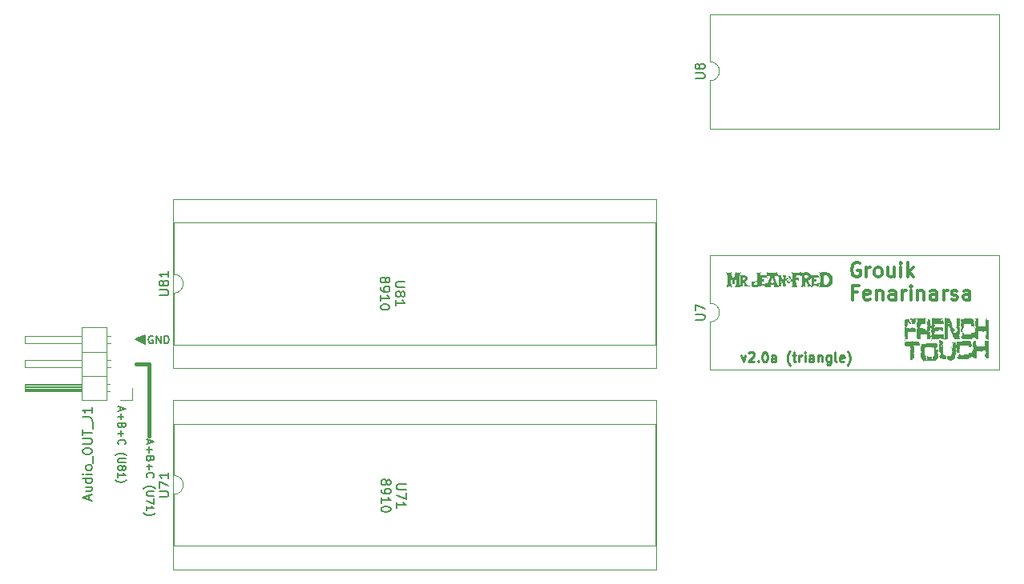
<source format=gbr>
%TF.GenerationSoftware,KiCad,Pcbnew,8.0.3*%
%TF.CreationDate,2024-06-29T10:30:53+02:00*%
%TF.ProjectId,adapter 8913-8910 triangle,61646170-7465-4722-9038-3931332d3839,rev?*%
%TF.SameCoordinates,Original*%
%TF.FileFunction,Legend,Top*%
%TF.FilePolarity,Positive*%
%FSLAX46Y46*%
G04 Gerber Fmt 4.6, Leading zero omitted, Abs format (unit mm)*
G04 Created by KiCad (PCBNEW 8.0.3) date 2024-06-29 10:30:53*
%MOMM*%
%LPD*%
G01*
G04 APERTURE LIST*
%ADD10C,0.000000*%
%ADD11C,0.400000*%
%ADD12C,0.200000*%
%ADD13C,0.150000*%
%ADD14C,0.300000*%
%ADD15C,0.250000*%
%ADD16C,0.120000*%
G04 APERTURE END LIST*
D10*
G36*
X152937576Y-77802257D02*
G01*
X152973914Y-77803001D01*
X153013601Y-77804490D01*
X153057258Y-77806970D01*
X153104883Y-77810443D01*
X153156476Y-77814908D01*
X153156477Y-77815569D01*
X153171608Y-77816932D01*
X153186739Y-77818535D01*
X153201870Y-77820371D01*
X153217000Y-77822432D01*
X153232131Y-77824709D01*
X153247262Y-77827196D01*
X153262393Y-77829885D01*
X153277524Y-77832767D01*
X153292625Y-77836147D01*
X153307672Y-77839836D01*
X153322673Y-77843836D01*
X153337634Y-77848146D01*
X153352565Y-77852766D01*
X153367472Y-77857696D01*
X153382364Y-77862936D01*
X153397248Y-77868486D01*
X153412040Y-77874373D01*
X153426652Y-77880609D01*
X153441095Y-77887171D01*
X153455374Y-77894035D01*
X153469498Y-77901178D01*
X153483476Y-77908576D01*
X153497313Y-77916208D01*
X153511019Y-77924048D01*
X153524567Y-77932421D01*
X153537922Y-77941174D01*
X153551075Y-77950314D01*
X153564019Y-77959850D01*
X153576745Y-77969788D01*
X153589247Y-77980138D01*
X153601517Y-77990906D01*
X153613545Y-78002100D01*
X153625328Y-78013697D01*
X153636862Y-78025665D01*
X153648148Y-78038005D01*
X153659186Y-78050718D01*
X153669976Y-78063802D01*
X153680518Y-78077259D01*
X153690812Y-78091087D01*
X153700858Y-78105288D01*
X153710564Y-78120111D01*
X153719844Y-78135322D01*
X153728705Y-78150936D01*
X153737155Y-78166969D01*
X153745203Y-78183436D01*
X153752855Y-78200352D01*
X153760119Y-78217733D01*
X153767004Y-78235595D01*
X153773515Y-78253891D01*
X153779654Y-78272575D01*
X153785421Y-78291662D01*
X153790816Y-78311167D01*
X153795839Y-78331106D01*
X153800490Y-78351495D01*
X153804769Y-78372349D01*
X153808676Y-78393684D01*
X153812146Y-78415512D01*
X153815105Y-78437836D01*
X153817536Y-78460656D01*
X153819425Y-78483973D01*
X153820756Y-78507785D01*
X153821513Y-78532094D01*
X153821681Y-78556899D01*
X153821244Y-78582199D01*
X153821552Y-78612089D01*
X153821471Y-78641235D01*
X153820988Y-78669636D01*
X153820086Y-78697293D01*
X153818751Y-78724206D01*
X153816965Y-78750375D01*
X153814715Y-78775800D01*
X153811984Y-78800481D01*
X153808821Y-78824479D01*
X153805287Y-78847858D01*
X153801380Y-78870616D01*
X153797101Y-78892754D01*
X153792450Y-78914272D01*
X153787427Y-78935170D01*
X153782032Y-78955448D01*
X153776265Y-78975106D01*
X153770068Y-78994116D01*
X153763398Y-79012468D01*
X153756279Y-79030184D01*
X153748732Y-79047287D01*
X153740783Y-79063802D01*
X153732454Y-79079750D01*
X153723769Y-79095156D01*
X153714750Y-79110043D01*
X153710115Y-79117291D01*
X153705389Y-79124400D01*
X153700574Y-79131372D01*
X153695672Y-79138207D01*
X153690684Y-79144906D01*
X153685613Y-79151471D01*
X153680460Y-79157902D01*
X153675228Y-79164200D01*
X153664534Y-79176402D01*
X153653545Y-79188085D01*
X153642277Y-79199256D01*
X153630745Y-79209923D01*
X153618960Y-79220124D01*
X153606912Y-79229891D01*
X153600784Y-79234612D01*
X153594584Y-79239224D01*
X153588311Y-79243727D01*
X153581962Y-79248123D01*
X153575536Y-79252409D01*
X153569030Y-79256587D01*
X153562443Y-79260657D01*
X153555772Y-79264618D01*
X153549017Y-79268470D01*
X153542174Y-79272214D01*
X153535242Y-79275849D01*
X153528218Y-79279376D01*
X153514175Y-79286198D01*
X153499838Y-79292771D01*
X153485221Y-79299096D01*
X153470341Y-79305173D01*
X153455213Y-79311002D01*
X153439852Y-79316583D01*
X153424274Y-79321916D01*
X153408495Y-79327001D01*
X153392496Y-79331837D01*
X153376249Y-79336417D01*
X153359754Y-79340733D01*
X153343010Y-79344778D01*
X153326019Y-79348544D01*
X153308780Y-79352023D01*
X153291293Y-79355208D01*
X153273558Y-79358090D01*
X153237705Y-79363681D01*
X153201542Y-79368590D01*
X153165007Y-79372880D01*
X153128037Y-79376611D01*
X153082758Y-79380703D01*
X153040146Y-79384052D01*
X153000138Y-79386657D01*
X152962672Y-79388517D01*
X152894212Y-79390336D01*
X152862958Y-79390935D01*
X152833689Y-79391163D01*
X152806042Y-79390925D01*
X152779697Y-79390253D01*
X152754717Y-79389209D01*
X152731162Y-79387856D01*
X152687423Y-79384218D01*
X152666887Y-79382461D01*
X152647157Y-79380580D01*
X152609453Y-79376941D01*
X152591346Y-79375185D01*
X152573734Y-79373304D01*
X152565023Y-79372402D01*
X152556257Y-79371670D01*
X152547445Y-79371094D01*
X152538594Y-79370658D01*
X152529712Y-79370345D01*
X152520807Y-79370141D01*
X152502958Y-79369996D01*
X152493937Y-79370059D01*
X152484737Y-79370255D01*
X152475367Y-79370589D01*
X152465834Y-79371071D01*
X152456146Y-79371708D01*
X152446310Y-79372508D01*
X152436335Y-79373478D01*
X152426229Y-79374626D01*
X152405393Y-79377355D01*
X152383565Y-79380579D01*
X152360744Y-79384300D01*
X152336931Y-79388517D01*
X152338923Y-79387339D01*
X152340931Y-79386039D01*
X152342954Y-79384619D01*
X152344993Y-79383081D01*
X152347047Y-79381426D01*
X152349117Y-79379657D01*
X152351202Y-79377776D01*
X152353303Y-79375784D01*
X152355419Y-79373684D01*
X152357551Y-79371477D01*
X152359698Y-79369165D01*
X152361860Y-79366751D01*
X152364038Y-79364236D01*
X152366232Y-79361622D01*
X152368441Y-79358911D01*
X152370666Y-79356106D01*
X152372883Y-79353207D01*
X152375070Y-79350216D01*
X152377227Y-79347134D01*
X152379357Y-79343962D01*
X152381460Y-79340700D01*
X152383537Y-79337351D01*
X152387615Y-79330391D01*
X152391601Y-79323091D01*
X152395501Y-79315457D01*
X152399324Y-79307497D01*
X152403077Y-79299220D01*
X152406767Y-79290630D01*
X152410395Y-79281722D01*
X152413960Y-79272489D01*
X152417464Y-79262923D01*
X152420906Y-79253015D01*
X152424285Y-79242758D01*
X152427603Y-79232145D01*
X152430859Y-79221168D01*
X152434054Y-79210100D01*
X152437194Y-79198730D01*
X152443344Y-79175114D01*
X152449369Y-79150382D01*
X152455332Y-79124595D01*
X152458249Y-79111354D01*
X152461058Y-79097920D01*
X152466411Y-79070438D01*
X152471517Y-79042088D01*
X152476500Y-79012809D01*
X152480944Y-78982795D01*
X152485263Y-78952285D01*
X152489335Y-78921279D01*
X152493035Y-78889777D01*
X152496384Y-78857790D01*
X152499485Y-78825368D01*
X152502337Y-78792574D01*
X152504942Y-78759470D01*
X152507195Y-78726221D01*
X152509076Y-78692911D01*
X152512218Y-78625855D01*
X152513076Y-78592121D01*
X152513624Y-78558387D01*
X152513748Y-78534574D01*
X152846254Y-78534574D01*
X152846513Y-78568681D01*
X152847329Y-78603531D01*
X152848766Y-78639126D01*
X152850884Y-78675465D01*
X152853634Y-78712186D01*
X152857003Y-78748970D01*
X152858959Y-78767404D01*
X152861117Y-78785877D01*
X152863491Y-78804396D01*
X152866098Y-78822970D01*
X152871710Y-78860043D01*
X152877756Y-78896805D01*
X152884423Y-78933196D01*
X152888047Y-78951232D01*
X152891895Y-78969152D01*
X152895709Y-78987168D01*
X152899708Y-79005006D01*
X152903894Y-79022672D01*
X152908266Y-79040176D01*
X152912824Y-79057526D01*
X152917568Y-79074727D01*
X152922497Y-79091790D01*
X152927613Y-79108720D01*
X152928274Y-79108720D01*
X152945017Y-79111420D01*
X152961513Y-79113578D01*
X152977760Y-79115208D01*
X152993759Y-79116327D01*
X153009510Y-79116950D01*
X153025013Y-79117092D01*
X153040268Y-79116769D01*
X153055274Y-79115996D01*
X153070002Y-79114570D01*
X153084420Y-79112772D01*
X153098528Y-79110601D01*
X153112325Y-79108059D01*
X153125813Y-79105144D01*
X153138990Y-79101858D01*
X153151857Y-79098199D01*
X153164414Y-79094168D01*
X153176662Y-79089575D01*
X153188599Y-79084711D01*
X153200226Y-79079553D01*
X153211544Y-79074076D01*
X153222551Y-79068259D01*
X153233248Y-79062077D01*
X153238480Y-79058842D01*
X153243635Y-79055508D01*
X153248712Y-79052070D01*
X153253712Y-79048527D01*
X153263511Y-79041428D01*
X153273069Y-79034027D01*
X153282396Y-79026331D01*
X153291497Y-79018348D01*
X153300381Y-79010087D01*
X153309057Y-79001554D01*
X153317530Y-78992757D01*
X153325810Y-78983705D01*
X153333841Y-78974405D01*
X153341562Y-78964874D01*
X153348972Y-78955125D01*
X153356072Y-78945175D01*
X153362862Y-78935038D01*
X153369343Y-78924731D01*
X153375513Y-78914270D01*
X153381372Y-78903668D01*
X153386982Y-78892881D01*
X153392390Y-78881861D01*
X153397581Y-78870624D01*
X153402539Y-78859185D01*
X153407250Y-78847560D01*
X153411696Y-78835765D01*
X153415864Y-78823815D01*
X153419738Y-78811725D01*
X153423333Y-78799512D01*
X153426672Y-78787189D01*
X153429748Y-78774774D01*
X153432553Y-78762281D01*
X153435079Y-78749727D01*
X153437318Y-78737125D01*
X153439262Y-78724493D01*
X153440905Y-78711845D01*
X153442270Y-78698975D01*
X153443395Y-78686152D01*
X153444288Y-78673359D01*
X153444956Y-78660582D01*
X153445407Y-78647805D01*
X153445649Y-78635013D01*
X153445689Y-78622189D01*
X153445536Y-78609319D01*
X153445132Y-78596479D01*
X153444419Y-78583739D01*
X153443396Y-78571077D01*
X153442063Y-78558470D01*
X153440419Y-78545893D01*
X153438466Y-78533324D01*
X153436202Y-78520739D01*
X153433629Y-78508116D01*
X153430808Y-78495746D01*
X153427800Y-78483446D01*
X153424607Y-78471223D01*
X153421227Y-78459085D01*
X153417662Y-78447041D01*
X153413910Y-78435097D01*
X153409972Y-78423262D01*
X153405849Y-78411543D01*
X153401288Y-78399975D01*
X153396526Y-78388578D01*
X153391547Y-78377336D01*
X153386336Y-78366233D01*
X153380876Y-78355255D01*
X153375153Y-78344384D01*
X153369151Y-78333607D01*
X153362854Y-78322908D01*
X153356311Y-78312614D01*
X153349573Y-78302568D01*
X153342634Y-78292770D01*
X153335486Y-78283220D01*
X153328121Y-78273918D01*
X153320531Y-78264865D01*
X153312708Y-78256059D01*
X153304646Y-78247501D01*
X153296366Y-78239192D01*
X153287892Y-78231130D01*
X153279217Y-78223317D01*
X153270332Y-78215752D01*
X153261231Y-78208434D01*
X153251904Y-78201365D01*
X153242346Y-78194543D01*
X153232547Y-78187970D01*
X153227555Y-78184800D01*
X153222501Y-78181737D01*
X153217385Y-78178780D01*
X153212207Y-78175930D01*
X153206967Y-78173184D01*
X153201665Y-78170541D01*
X153196301Y-78168001D01*
X153190875Y-78165563D01*
X153185387Y-78163226D01*
X153179837Y-78160989D01*
X153174225Y-78158850D01*
X153168551Y-78156809D01*
X153157017Y-78153018D01*
X153145234Y-78149606D01*
X153133205Y-78146597D01*
X153120936Y-78144014D01*
X153108434Y-78141850D01*
X153095707Y-78140097D01*
X153082764Y-78138747D01*
X153069611Y-78137792D01*
X153056256Y-78137225D01*
X153042707Y-78137038D01*
X153028972Y-78137287D01*
X153015050Y-78138040D01*
X153000942Y-78139305D01*
X152986648Y-78141089D01*
X152972169Y-78143401D01*
X152957503Y-78146247D01*
X152942651Y-78149635D01*
X152927613Y-78153574D01*
X152925032Y-78156241D01*
X152922497Y-78159030D01*
X152920009Y-78161942D01*
X152917567Y-78164974D01*
X152915172Y-78168127D01*
X152912823Y-78171399D01*
X152910521Y-78174789D01*
X152908265Y-78178296D01*
X152906056Y-78181920D01*
X152903894Y-78185659D01*
X152901778Y-78189512D01*
X152899708Y-78193479D01*
X152897685Y-78197558D01*
X152895709Y-78201748D01*
X152893779Y-78206049D01*
X152891895Y-78210460D01*
X152888237Y-78219605D01*
X152884702Y-78229177D01*
X152881291Y-78239167D01*
X152878004Y-78249569D01*
X152874842Y-78260373D01*
X152871803Y-78271572D01*
X152868889Y-78283160D01*
X152866098Y-78295126D01*
X152863491Y-78307497D01*
X152861117Y-78320293D01*
X152858959Y-78333508D01*
X152857003Y-78347134D01*
X152855233Y-78361162D01*
X152853634Y-78375587D01*
X152852190Y-78390398D01*
X152850884Y-78405590D01*
X152849736Y-78421062D01*
X152848766Y-78436720D01*
X152847966Y-78452564D01*
X152847329Y-78468594D01*
X152846513Y-78501212D01*
X152846254Y-78534574D01*
X152513748Y-78534574D01*
X152513799Y-78524652D01*
X152513541Y-78490918D01*
X152512818Y-78457318D01*
X152511722Y-78424028D01*
X152508910Y-78358626D01*
X152506792Y-78326122D01*
X152504363Y-78294051D01*
X152501562Y-78262353D01*
X152498326Y-78230965D01*
X152494595Y-78200093D01*
X152492525Y-78184956D01*
X152490306Y-78170028D01*
X152487933Y-78155317D01*
X152485397Y-78140831D01*
X152482691Y-78126577D01*
X152479806Y-78112564D01*
X152473729Y-78085165D01*
X152467404Y-78058572D01*
X152460830Y-78032848D01*
X152454009Y-78008053D01*
X152450476Y-77996024D01*
X152446826Y-77984251D01*
X152443068Y-77972742D01*
X152439209Y-77961503D01*
X152435257Y-77950544D01*
X152431220Y-77939871D01*
X152427105Y-77929494D01*
X152422920Y-77919418D01*
X152418421Y-77909651D01*
X152413836Y-77900194D01*
X152409142Y-77891048D01*
X152404317Y-77882211D01*
X152399337Y-77873684D01*
X152394178Y-77865468D01*
X152388818Y-77857561D01*
X152383232Y-77849965D01*
X152380488Y-77846291D01*
X152377713Y-77842712D01*
X152374907Y-77839230D01*
X152372070Y-77835847D01*
X152369202Y-77832564D01*
X152366303Y-77829385D01*
X152363373Y-77826310D01*
X152360412Y-77823341D01*
X152357420Y-77820481D01*
X152354397Y-77817732D01*
X152351343Y-77815095D01*
X152348258Y-77812572D01*
X152345142Y-77810165D01*
X152341995Y-77807877D01*
X152338817Y-77805709D01*
X152335608Y-77803663D01*
X152372432Y-77809130D01*
X152406466Y-77813667D01*
X152437648Y-77817336D01*
X152465915Y-77820199D01*
X152479062Y-77821348D01*
X152491722Y-77822318D01*
X152503900Y-77823118D01*
X152515607Y-77823755D01*
X152537631Y-77824571D01*
X152557858Y-77824829D01*
X152576606Y-77824695D01*
X152594238Y-77824251D01*
X152602674Y-77823893D01*
X152610877Y-77823434D01*
X152618864Y-77822867D01*
X152626649Y-77822184D01*
X152641635Y-77821067D01*
X152656745Y-77819703D01*
X152671856Y-77818091D01*
X152686842Y-77816230D01*
X152702221Y-77814349D01*
X152718591Y-77812592D01*
X152754311Y-77808954D01*
X152763766Y-77808020D01*
X152773772Y-77807187D01*
X152795403Y-77805730D01*
X152844930Y-77803001D01*
X152873083Y-77802257D01*
X152903965Y-77802009D01*
X152937576Y-77802257D01*
G37*
D11*
X80250000Y-87500000D02*
X81550000Y-87500000D01*
D10*
G36*
X149023456Y-78397177D02*
G01*
X149028471Y-78397486D01*
X149033440Y-78397917D01*
X149038362Y-78398469D01*
X149043237Y-78399141D01*
X149048067Y-78399933D01*
X149052849Y-78400842D01*
X149057585Y-78401869D01*
X149062275Y-78403013D01*
X149066918Y-78404271D01*
X149071515Y-78405644D01*
X149076065Y-78407130D01*
X149080568Y-78408729D01*
X149085025Y-78410439D01*
X149089436Y-78412259D01*
X149093800Y-78414189D01*
X149098110Y-78416220D01*
X149102356Y-78418342D01*
X149106539Y-78420556D01*
X149110657Y-78422860D01*
X149114709Y-78425253D01*
X149118694Y-78427735D01*
X149122611Y-78430303D01*
X149126460Y-78432958D01*
X149130238Y-78435698D01*
X149133946Y-78438522D01*
X149137582Y-78441430D01*
X149141146Y-78444420D01*
X149144636Y-78447491D01*
X149148051Y-78450643D01*
X149151391Y-78453874D01*
X149154654Y-78457184D01*
X149157840Y-78460571D01*
X149160947Y-78464035D01*
X149163975Y-78467574D01*
X149166922Y-78471188D01*
X149169788Y-78474876D01*
X149172572Y-78478636D01*
X149175272Y-78482468D01*
X149177888Y-78486371D01*
X149180419Y-78490343D01*
X149182863Y-78494384D01*
X149185220Y-78498493D01*
X149187490Y-78502669D01*
X149189670Y-78506911D01*
X149191759Y-78511218D01*
X149193758Y-78515589D01*
X149195665Y-78520022D01*
X149197471Y-78524510D01*
X149199167Y-78529044D01*
X149200753Y-78533622D01*
X149202228Y-78538243D01*
X149203590Y-78542908D01*
X149204839Y-78547614D01*
X149205973Y-78552360D01*
X149206992Y-78557147D01*
X149207895Y-78561972D01*
X149208681Y-78566835D01*
X149209348Y-78571734D01*
X149209775Y-78575580D01*
X149209262Y-78573383D01*
X149208664Y-78571066D01*
X149208015Y-78568764D01*
X149207316Y-78566477D01*
X149206567Y-78564206D01*
X149204925Y-78559710D01*
X149202877Y-78555307D01*
X149200698Y-78551028D01*
X149199556Y-78548935D01*
X149198379Y-78546873D01*
X149197165Y-78544842D01*
X149195913Y-78542843D01*
X149194622Y-78540874D01*
X149193291Y-78538936D01*
X149191920Y-78537029D01*
X149190507Y-78535153D01*
X149189052Y-78533308D01*
X149187553Y-78531495D01*
X149186009Y-78529712D01*
X149184420Y-78527960D01*
X149182792Y-78526247D01*
X149181132Y-78524580D01*
X149179439Y-78522960D01*
X149177713Y-78521387D01*
X149175951Y-78519860D01*
X149174153Y-78518379D01*
X149172319Y-78516945D01*
X149170447Y-78515557D01*
X149168536Y-78514216D01*
X149166585Y-78512922D01*
X149164594Y-78511674D01*
X149162561Y-78510473D01*
X149160485Y-78509318D01*
X149158366Y-78508209D01*
X149156202Y-78507147D01*
X149153993Y-78506132D01*
X149151760Y-78505171D01*
X149149526Y-78504271D01*
X149147287Y-78503434D01*
X149145043Y-78502659D01*
X149142790Y-78501946D01*
X149140529Y-78501295D01*
X149138255Y-78500706D01*
X149135968Y-78500179D01*
X149133666Y-78499714D01*
X149131346Y-78499310D01*
X149129006Y-78498969D01*
X149126646Y-78498690D01*
X149124262Y-78498473D01*
X149121853Y-78498318D01*
X149119417Y-78498225D01*
X149116951Y-78498194D01*
X149114362Y-78498225D01*
X149111803Y-78498318D01*
X149109273Y-78498473D01*
X149106771Y-78498690D01*
X149104296Y-78498969D01*
X149101848Y-78499310D01*
X149099424Y-78499714D01*
X149097025Y-78500179D01*
X149094649Y-78500706D01*
X149092295Y-78501295D01*
X149089963Y-78501946D01*
X149087651Y-78502659D01*
X149085358Y-78503434D01*
X149083084Y-78504271D01*
X149080827Y-78505171D01*
X149078587Y-78506132D01*
X149076377Y-78507147D01*
X149074212Y-78508209D01*
X149072090Y-78509318D01*
X149070008Y-78510473D01*
X149067966Y-78511674D01*
X149065959Y-78512922D01*
X149063988Y-78514216D01*
X149062050Y-78515557D01*
X149060143Y-78516945D01*
X149058265Y-78518379D01*
X149056414Y-78519860D01*
X149054588Y-78521387D01*
X149052786Y-78522960D01*
X149051004Y-78524580D01*
X149049243Y-78526247D01*
X149047498Y-78527960D01*
X149045902Y-78529712D01*
X149044337Y-78531495D01*
X149042805Y-78533308D01*
X149041307Y-78535153D01*
X149039845Y-78537029D01*
X149038417Y-78538936D01*
X149037027Y-78540874D01*
X149035675Y-78542843D01*
X149034361Y-78544843D01*
X149033087Y-78546873D01*
X149031854Y-78548935D01*
X149030662Y-78551028D01*
X149029513Y-78553152D01*
X149028408Y-78555307D01*
X149027347Y-78557493D01*
X149026331Y-78559710D01*
X149025378Y-78561950D01*
X149024500Y-78564206D01*
X149023695Y-78566477D01*
X149022962Y-78568764D01*
X149022299Y-78571066D01*
X149021704Y-78573383D01*
X149021175Y-78575717D01*
X149020709Y-78578065D01*
X149020306Y-78580429D01*
X149019962Y-78582809D01*
X149019677Y-78585204D01*
X149019448Y-78587615D01*
X149019273Y-78590041D01*
X149019151Y-78592483D01*
X149019055Y-78597413D01*
X149019025Y-78600002D01*
X149018933Y-78602561D01*
X149018781Y-78605091D01*
X149018570Y-78607593D01*
X149018300Y-78610068D01*
X149017974Y-78612517D01*
X149017591Y-78614940D01*
X149017154Y-78617339D01*
X149016662Y-78619715D01*
X149016116Y-78622069D01*
X149015519Y-78624401D01*
X149014870Y-78626713D01*
X149013421Y-78631280D01*
X149011779Y-78635778D01*
X149010771Y-78637987D01*
X149009730Y-78640152D01*
X149008654Y-78642274D01*
X149007542Y-78644356D01*
X149006390Y-78646399D01*
X149005198Y-78648405D01*
X149003963Y-78650376D01*
X149002684Y-78652314D01*
X149001358Y-78654221D01*
X148999984Y-78656099D01*
X148998559Y-78657950D01*
X148997082Y-78659776D01*
X148995551Y-78661579D01*
X148993964Y-78663360D01*
X148992318Y-78665122D01*
X148990613Y-78666866D01*
X148988977Y-78668463D01*
X148987296Y-78670027D01*
X148985571Y-78671559D01*
X148983802Y-78673057D01*
X148981990Y-78674520D01*
X148980137Y-78675947D01*
X148978242Y-78677337D01*
X148976309Y-78678690D01*
X148974336Y-78680003D01*
X148972326Y-78681277D01*
X148970278Y-78682511D01*
X148968195Y-78683702D01*
X148966078Y-78684851D01*
X148963926Y-78685957D01*
X148961741Y-78687017D01*
X148959524Y-78688033D01*
X148957284Y-78688986D01*
X148955027Y-78689865D01*
X148952753Y-78690669D01*
X148950460Y-78691402D01*
X148948148Y-78692065D01*
X148945816Y-78692660D01*
X148943462Y-78693190D01*
X148941086Y-78693655D01*
X148938687Y-78694058D01*
X148936263Y-78694402D01*
X148933814Y-78694687D01*
X148931340Y-78694916D01*
X148928838Y-78695091D01*
X148926308Y-78695213D01*
X148923748Y-78695285D01*
X148921159Y-78695309D01*
X148918687Y-78695278D01*
X148916229Y-78695186D01*
X148913788Y-78695034D01*
X148911362Y-78694823D01*
X148908951Y-78694554D01*
X148906556Y-78694227D01*
X148904176Y-78693845D01*
X148901812Y-78693407D01*
X148899463Y-78692915D01*
X148897130Y-78692370D01*
X148894812Y-78691772D01*
X148892510Y-78691123D01*
X148890223Y-78690423D01*
X148887952Y-78689675D01*
X148883456Y-78688033D01*
X148879055Y-78685984D01*
X148876903Y-78684908D01*
X148874785Y-78683795D01*
X148872702Y-78682644D01*
X148870655Y-78681452D01*
X148868645Y-78680217D01*
X148866672Y-78678938D01*
X148864738Y-78677612D01*
X148862844Y-78676238D01*
X148860991Y-78674813D01*
X148859179Y-78673336D01*
X148857410Y-78671805D01*
X148855684Y-78670217D01*
X148854003Y-78668572D01*
X148852368Y-78666866D01*
X148850779Y-78665231D01*
X148849235Y-78663550D01*
X148847736Y-78661824D01*
X148846280Y-78660055D01*
X148844868Y-78658243D01*
X148843496Y-78656390D01*
X148842166Y-78654496D01*
X148840875Y-78652562D01*
X148839623Y-78650589D01*
X148838409Y-78648579D01*
X148837231Y-78646532D01*
X148836090Y-78644449D01*
X148834983Y-78642331D01*
X148833910Y-78640179D01*
X148832870Y-78637994D01*
X148831862Y-78635778D01*
X148830909Y-78633537D01*
X148830031Y-78631280D01*
X148829226Y-78629006D01*
X148828493Y-78626713D01*
X148827830Y-78624401D01*
X148827235Y-78622069D01*
X148826706Y-78619715D01*
X148826240Y-78617339D01*
X148825837Y-78614940D01*
X148825493Y-78612517D01*
X148825208Y-78610068D01*
X148824979Y-78607593D01*
X148824804Y-78605091D01*
X148824682Y-78602561D01*
X148824610Y-78600002D01*
X148824586Y-78597413D01*
X148824648Y-78592343D01*
X148824833Y-78587305D01*
X148825140Y-78582298D01*
X148825568Y-78577321D01*
X148826117Y-78572376D01*
X148826784Y-78567461D01*
X148827570Y-78562578D01*
X148828473Y-78557725D01*
X148829492Y-78552904D01*
X148830626Y-78548114D01*
X148831875Y-78543354D01*
X148833237Y-78538626D01*
X148834712Y-78533928D01*
X148836298Y-78529262D01*
X148837994Y-78524627D01*
X148839800Y-78520022D01*
X148841707Y-78515472D01*
X148843707Y-78511000D01*
X148845800Y-78506605D01*
X148847986Y-78502287D01*
X148850265Y-78498047D01*
X148852637Y-78493884D01*
X148855102Y-78489799D01*
X148857660Y-78485792D01*
X148860311Y-78481862D01*
X148863055Y-78478009D01*
X148865892Y-78474234D01*
X148868822Y-78470537D01*
X148871845Y-78466917D01*
X148874961Y-78463375D01*
X148878170Y-78459910D01*
X148881472Y-78456522D01*
X148884852Y-78453213D01*
X148888295Y-78449981D01*
X148891801Y-78446830D01*
X148895373Y-78443758D01*
X148899010Y-78440768D01*
X148902715Y-78437861D01*
X148906487Y-78435036D01*
X148910328Y-78432296D01*
X148914239Y-78429642D01*
X148918220Y-78427073D01*
X148922274Y-78424592D01*
X148926400Y-78422199D01*
X148930599Y-78419895D01*
X148934873Y-78417681D01*
X148939223Y-78415558D01*
X148943649Y-78413528D01*
X148948129Y-78411598D01*
X148952640Y-78409778D01*
X148957179Y-78408071D01*
X148961746Y-78406479D01*
X148966341Y-78405003D01*
X148970961Y-78403644D01*
X148975607Y-78402406D01*
X148980277Y-78401291D01*
X148984971Y-78400299D01*
X148989686Y-78399433D01*
X148994423Y-78398695D01*
X148999181Y-78398087D01*
X149003957Y-78397610D01*
X149008752Y-78397268D01*
X149013565Y-78397060D01*
X149018394Y-78396991D01*
X149023456Y-78397177D01*
G37*
D12*
X81165000Y-85425000D02*
X80165000Y-84925000D01*
X81165000Y-84425000D01*
X81165000Y-85425000D01*
G36*
X81165000Y-85425000D02*
G01*
X80165000Y-84925000D01*
X81165000Y-84425000D01*
X81165000Y-85425000D01*
G37*
D10*
G36*
X146895582Y-77810899D02*
G01*
X146911860Y-77815249D01*
X146928076Y-77819366D01*
X146944230Y-77823258D01*
X146960322Y-77826934D01*
X146976352Y-77830400D01*
X146992320Y-77833665D01*
X147008225Y-77836736D01*
X147024101Y-77839618D01*
X147039976Y-77842306D01*
X147055851Y-77844793D01*
X147071726Y-77847071D01*
X147087601Y-77849131D01*
X147103475Y-77850967D01*
X147119350Y-77852571D01*
X147135225Y-77853934D01*
X147150912Y-77855331D01*
X147166707Y-77856559D01*
X147198560Y-77858564D01*
X147230661Y-77860073D01*
X147262887Y-77861210D01*
X147295640Y-77861468D01*
X147328454Y-77861292D01*
X147361392Y-77860744D01*
X147394517Y-77859887D01*
X147427879Y-77858646D01*
X147461490Y-77856910D01*
X147495348Y-77854678D01*
X147529455Y-77851949D01*
X147598494Y-77845913D01*
X147669023Y-77839381D01*
X147704607Y-77835774D01*
X147740873Y-77831857D01*
X147777760Y-77827568D01*
X147815205Y-77822845D01*
X147853280Y-77818401D01*
X147892099Y-77814081D01*
X147931663Y-77810009D01*
X147970377Y-77806455D01*
X147974313Y-77821109D01*
X147978333Y-77836736D01*
X147981982Y-77851867D01*
X147983647Y-77859246D01*
X147985196Y-77866501D01*
X147988059Y-77880878D01*
X147990736Y-77895192D01*
X147995780Y-77923387D01*
X147998385Y-77937277D01*
X148001237Y-77951168D01*
X148004338Y-77965059D01*
X148007686Y-77978949D01*
X148011272Y-77992974D01*
X148015045Y-78007309D01*
X148022900Y-78037158D01*
X148024946Y-78044660D01*
X148027117Y-78052278D01*
X148029411Y-78060005D01*
X148031830Y-78067833D01*
X148034372Y-78075754D01*
X148037039Y-78083760D01*
X148039829Y-78091843D01*
X148042744Y-78099996D01*
X148048966Y-78116615D01*
X148052302Y-78125111D01*
X148055808Y-78133731D01*
X148059500Y-78142474D01*
X148063394Y-78151342D01*
X148067505Y-78160334D01*
X148071848Y-78169449D01*
X148081047Y-78188456D01*
X148090865Y-78207897D01*
X148101428Y-78227957D01*
X148112859Y-78248824D01*
X148124765Y-78270146D01*
X148137664Y-78292398D01*
X148151554Y-78315518D01*
X148166437Y-78339444D01*
X148159461Y-78332824D01*
X148152423Y-78326360D01*
X148145326Y-78320050D01*
X148138170Y-78313895D01*
X148130955Y-78307896D01*
X148123683Y-78302051D01*
X148116356Y-78296361D01*
X148108972Y-78290827D01*
X148101535Y-78285447D01*
X148094044Y-78280223D01*
X148086501Y-78275153D01*
X148078907Y-78270239D01*
X148071262Y-78265480D01*
X148063568Y-78260875D01*
X148055826Y-78256426D01*
X148048036Y-78252132D01*
X148032378Y-78243854D01*
X148016658Y-78235895D01*
X148000876Y-78228261D01*
X147985032Y-78220960D01*
X147969126Y-78214001D01*
X147953158Y-78207390D01*
X147937128Y-78201136D01*
X147921036Y-78195246D01*
X147905163Y-78189669D01*
X147889307Y-78184363D01*
X147873481Y-78179352D01*
X147857701Y-78174658D01*
X147841984Y-78170306D01*
X147826344Y-78166318D01*
X147810797Y-78162717D01*
X147795359Y-78159527D01*
X147765097Y-78153326D01*
X147735827Y-78147621D01*
X147707550Y-78142412D01*
X147680265Y-78137699D01*
X147680451Y-78151806D01*
X147681009Y-78166338D01*
X147681939Y-78181290D01*
X147683242Y-78196652D01*
X147684916Y-78212417D01*
X147686962Y-78228578D01*
X147689381Y-78245126D01*
X147692171Y-78262054D01*
X147698610Y-78296894D01*
X147705979Y-78332912D01*
X147714216Y-78370047D01*
X147723260Y-78408236D01*
X147733698Y-78447799D01*
X147739329Y-78467860D01*
X147745253Y-78488107D01*
X147751488Y-78508540D01*
X147758048Y-78529159D01*
X147764950Y-78549964D01*
X147772208Y-78570955D01*
X147787070Y-78613639D01*
X147802800Y-78656448D01*
X147819275Y-78699505D01*
X147836369Y-78742934D01*
X147854104Y-78786590D01*
X147872584Y-78830246D01*
X147891808Y-78873902D01*
X147911776Y-78917559D01*
X147932353Y-78960967D01*
X147953365Y-79003879D01*
X147974748Y-79046295D01*
X147996442Y-79088215D01*
X148018508Y-79129515D01*
X148041008Y-79170070D01*
X148063880Y-79209882D01*
X148087062Y-79248949D01*
X148110502Y-79286642D01*
X148122316Y-79305097D01*
X148134191Y-79323281D01*
X148146128Y-79341185D01*
X148158127Y-79358803D01*
X148170189Y-79376126D01*
X148182312Y-79393147D01*
X148155151Y-79386574D01*
X148129230Y-79380745D01*
X148104549Y-79375660D01*
X148081109Y-79371319D01*
X148037370Y-79363878D01*
X148016834Y-79360529D01*
X147997104Y-79357429D01*
X147978118Y-79354700D01*
X147968885Y-79353522D01*
X147959814Y-79352468D01*
X147950899Y-79351537D01*
X147942131Y-79350731D01*
X147933502Y-79350049D01*
X147925005Y-79349491D01*
X147908273Y-79348633D01*
X147891850Y-79348085D01*
X147883774Y-79347947D01*
X147875799Y-79347910D01*
X147867933Y-79347981D01*
X147860182Y-79348168D01*
X147844411Y-79348778D01*
X147828763Y-79349574D01*
X147797344Y-79351475D01*
X147789374Y-79352033D01*
X147781335Y-79352715D01*
X147773218Y-79353522D01*
X147765015Y-79354452D01*
X147756720Y-79355506D01*
X147748324Y-79356684D01*
X147739819Y-79357986D01*
X147731198Y-79359413D01*
X147713483Y-79362513D01*
X147695148Y-79365862D01*
X147676318Y-79369459D01*
X147657115Y-79373303D01*
X147615278Y-79381654D01*
X147592561Y-79386047D01*
X147568480Y-79390501D01*
X147572154Y-79386114D01*
X147575735Y-79381634D01*
X147579223Y-79377060D01*
X147582618Y-79372394D01*
X147585920Y-79367634D01*
X147589129Y-79362782D01*
X147592245Y-79357837D01*
X147595268Y-79352798D01*
X147598198Y-79347667D01*
X147601036Y-79342442D01*
X147603780Y-79337125D01*
X147606431Y-79331714D01*
X147608989Y-79326211D01*
X147611454Y-79320614D01*
X147613826Y-79314925D01*
X147616105Y-79309142D01*
X147620387Y-79297420D01*
X147624321Y-79285567D01*
X147627929Y-79273574D01*
X147631235Y-79261434D01*
X147634262Y-79249139D01*
X147637033Y-79236681D01*
X147639572Y-79224053D01*
X147641902Y-79211246D01*
X147643698Y-79198348D01*
X147645116Y-79185449D01*
X147646145Y-79172551D01*
X147646780Y-79159652D01*
X147647011Y-79146754D01*
X147646831Y-79133855D01*
X147646233Y-79120957D01*
X147645209Y-79108059D01*
X147643843Y-79094974D01*
X147642222Y-79082014D01*
X147640337Y-79069177D01*
X147638181Y-79056465D01*
X147635745Y-79043877D01*
X147633023Y-79031412D01*
X147630007Y-79019072D01*
X147626688Y-79006855D01*
X147623308Y-79010822D01*
X147620115Y-79014772D01*
X147617107Y-79018692D01*
X147614286Y-79022565D01*
X147611650Y-79026376D01*
X147609201Y-79030110D01*
X147606937Y-79033750D01*
X147604860Y-79037283D01*
X147602874Y-79040724D01*
X147600881Y-79044104D01*
X147598872Y-79047421D01*
X147596840Y-79050677D01*
X147594776Y-79053871D01*
X147592674Y-79057002D01*
X147590526Y-79060072D01*
X147588323Y-79063079D01*
X147584479Y-79068908D01*
X147580882Y-79074489D01*
X147577533Y-79079822D01*
X147574433Y-79084908D01*
X147572914Y-79087605D01*
X147571332Y-79090240D01*
X147569689Y-79092814D01*
X147567984Y-79095325D01*
X147566216Y-79097775D01*
X147564387Y-79100162D01*
X147562496Y-79102488D01*
X147560542Y-79104751D01*
X147556563Y-79109319D01*
X147552522Y-79114012D01*
X147550459Y-79116365D01*
X147548357Y-79118704D01*
X147546209Y-79121011D01*
X147544006Y-79123272D01*
X147542991Y-79124388D01*
X147541930Y-79125503D01*
X147540824Y-79126616D01*
X147539675Y-79127727D01*
X147538484Y-79128833D01*
X147537250Y-79129934D01*
X147535976Y-79131030D01*
X147534663Y-79132119D01*
X147533310Y-79133200D01*
X147531920Y-79134273D01*
X147530493Y-79135335D01*
X147529030Y-79136388D01*
X147527532Y-79137428D01*
X147526000Y-79138456D01*
X147524436Y-79139470D01*
X147522839Y-79140470D01*
X147509445Y-79148821D01*
X147502376Y-79153213D01*
X147495058Y-79157668D01*
X147491185Y-79159929D01*
X147487017Y-79162236D01*
X147482570Y-79164574D01*
X147477860Y-79166928D01*
X147472902Y-79169282D01*
X147467711Y-79171621D01*
X147462303Y-79173928D01*
X147456693Y-79176189D01*
X147451455Y-79173835D01*
X147446162Y-79171249D01*
X147440822Y-79168445D01*
X147435444Y-79165440D01*
X147430035Y-79162249D01*
X147424602Y-79158888D01*
X147419154Y-79155371D01*
X147413698Y-79151715D01*
X147410970Y-79149816D01*
X147408242Y-79147842D01*
X147405517Y-79145794D01*
X147402794Y-79143674D01*
X147397362Y-79139227D01*
X147391953Y-79134517D01*
X147386575Y-79129559D01*
X147381235Y-79124368D01*
X147375942Y-79118960D01*
X147370704Y-79113350D01*
X147365495Y-79107524D01*
X147360286Y-79101465D01*
X147355077Y-79095189D01*
X147349868Y-79088711D01*
X147344659Y-79082047D01*
X147339450Y-79075213D01*
X147334241Y-79068224D01*
X147329032Y-79061095D01*
X147323854Y-79053780D01*
X147318738Y-79046233D01*
X147313684Y-79038468D01*
X147308692Y-79030502D01*
X147303762Y-79022350D01*
X147298894Y-79014028D01*
X147294088Y-79005551D01*
X147289344Y-78996934D01*
X147286460Y-79006733D01*
X147283753Y-79016292D01*
X147278844Y-79034719D01*
X147274555Y-79052279D01*
X147270823Y-79069033D01*
X147267589Y-79085031D01*
X147264788Y-79100286D01*
X147262359Y-79114797D01*
X147260240Y-79128564D01*
X147259369Y-79135198D01*
X147258731Y-79141700D01*
X147258310Y-79148063D01*
X147258090Y-79154278D01*
X147258057Y-79160338D01*
X147258194Y-79166236D01*
X147258486Y-79171963D01*
X147258917Y-79177512D01*
X147259474Y-79182938D01*
X147260147Y-79188302D01*
X147260929Y-79193604D01*
X147261811Y-79198844D01*
X147262787Y-79204022D01*
X147263847Y-79209138D01*
X147264985Y-79214191D01*
X147266193Y-79219183D01*
X147268684Y-79229105D01*
X147271237Y-79239027D01*
X147273914Y-79248949D01*
X147276777Y-79258871D01*
X147278299Y-79263832D01*
X147279898Y-79268793D01*
X147281591Y-79273754D01*
X147283391Y-79278715D01*
X147285316Y-79283676D01*
X147287381Y-79288637D01*
X147289601Y-79293598D01*
X147291991Y-79298558D01*
X147296559Y-79308718D01*
X147301251Y-79319312D01*
X147305943Y-79330277D01*
X147308251Y-79335880D01*
X147310512Y-79341553D01*
X147314956Y-79353201D01*
X147317139Y-79359192D01*
X147319276Y-79365283D01*
X147321351Y-79371467D01*
X147323348Y-79377737D01*
X147325252Y-79384084D01*
X147327048Y-79390501D01*
X147273470Y-79381654D01*
X147223861Y-79373303D01*
X147200420Y-79369479D01*
X147177724Y-79366027D01*
X147155772Y-79363071D01*
X147145075Y-79361818D01*
X147134564Y-79360736D01*
X147113976Y-79358379D01*
X147093884Y-79356271D01*
X147074289Y-79354410D01*
X147055189Y-79352798D01*
X147045793Y-79351896D01*
X147036451Y-79351165D01*
X147027156Y-79350589D01*
X147017900Y-79350152D01*
X147008674Y-79349839D01*
X146999472Y-79349635D01*
X146981106Y-79349491D01*
X146962533Y-79349625D01*
X146943651Y-79350069D01*
X146924644Y-79350886D01*
X146915152Y-79351453D01*
X146905699Y-79352137D01*
X146895961Y-79352695D01*
X146886083Y-79353377D01*
X146876050Y-79354183D01*
X146865846Y-79355113D01*
X146844866Y-79357346D01*
X146823017Y-79360074D01*
X146727767Y-79372642D01*
X146701340Y-79376373D01*
X146673610Y-79380662D01*
X146644517Y-79385571D01*
X146613997Y-79391163D01*
X146646242Y-79354090D01*
X146677496Y-79317327D01*
X146707758Y-79280937D01*
X146737028Y-79244980D01*
X146751480Y-79226901D01*
X146765584Y-79208869D01*
X146779362Y-79190867D01*
X146792838Y-79172881D01*
X146806035Y-79154895D01*
X146818976Y-79136894D01*
X146831685Y-79118861D01*
X146844184Y-79100782D01*
X146867996Y-79064671D01*
X146879530Y-79046670D01*
X146890817Y-79028684D01*
X146901855Y-79010698D01*
X146912645Y-78992696D01*
X146923187Y-78974664D01*
X146933481Y-78956585D01*
X146953448Y-78920349D01*
X146972672Y-78883990D01*
X146982005Y-78865724D01*
X146991152Y-78847382D01*
X147000112Y-78828946D01*
X147001038Y-78826991D01*
X147303769Y-78826991D01*
X147303800Y-78829122D01*
X147303893Y-78831114D01*
X147304048Y-78832967D01*
X147304265Y-78834680D01*
X147304544Y-78836253D01*
X147304886Y-78837688D01*
X147305289Y-78838982D01*
X147305754Y-78840137D01*
X147306281Y-78841152D01*
X147306870Y-78842028D01*
X147307521Y-78842765D01*
X147308234Y-78843362D01*
X147309009Y-78843819D01*
X147309846Y-78844137D01*
X147310434Y-78844757D01*
X147311200Y-78845625D01*
X147312137Y-78846741D01*
X147313236Y-78848106D01*
X147314491Y-78849718D01*
X147315892Y-78851578D01*
X147317434Y-78853687D01*
X147319107Y-78856043D01*
X147322817Y-78860746D01*
X147326962Y-78865882D01*
X147331478Y-78871391D01*
X147336305Y-78877210D01*
X147341762Y-78883173D01*
X147347219Y-78889199D01*
X147352676Y-78895348D01*
X147355405Y-78898489D01*
X147358133Y-78901684D01*
X147361081Y-78904910D01*
X147363983Y-78908143D01*
X147369709Y-78914665D01*
X147381284Y-78928142D01*
X147387248Y-78935067D01*
X147390249Y-78938490D01*
X147393273Y-78941867D01*
X147396329Y-78945182D01*
X147399423Y-78948420D01*
X147402563Y-78951564D01*
X147405758Y-78954600D01*
X147408953Y-78957763D01*
X147412094Y-78960801D01*
X147415188Y-78963716D01*
X147418243Y-78966507D01*
X147421268Y-78969173D01*
X147424269Y-78971716D01*
X147427255Y-78974134D01*
X147430233Y-78976428D01*
X147436062Y-78980759D01*
X147438883Y-78982812D01*
X147441643Y-78984779D01*
X147444340Y-78986654D01*
X147446976Y-78988428D01*
X147449549Y-78990093D01*
X147452061Y-78991642D01*
X147454699Y-78993037D01*
X147457166Y-78994246D01*
X147458341Y-78994781D01*
X147459479Y-78995270D01*
X147460582Y-78995711D01*
X147461652Y-78996107D01*
X147462691Y-78996456D01*
X147463701Y-78996758D01*
X147464684Y-78997014D01*
X147465641Y-78997223D01*
X147466576Y-78997386D01*
X147467489Y-78997502D01*
X147468382Y-78997572D01*
X147469259Y-78997595D01*
X147483625Y-78985069D01*
X147496874Y-78973287D01*
X147503042Y-78967674D01*
X147508884Y-78962248D01*
X147514385Y-78957008D01*
X147519530Y-78951954D01*
X147524429Y-78946991D01*
X147529203Y-78942012D01*
X147533854Y-78937002D01*
X147538381Y-78931945D01*
X147542784Y-78926827D01*
X147547063Y-78921631D01*
X147551217Y-78916342D01*
X147555248Y-78910944D01*
X147559155Y-78905673D01*
X147562938Y-78900278D01*
X147566597Y-78894759D01*
X147570131Y-78889116D01*
X147573542Y-78883349D01*
X147576829Y-78877458D01*
X147579991Y-78871443D01*
X147583030Y-78865303D01*
X147585978Y-78858974D01*
X147588879Y-78852374D01*
X147591750Y-78845479D01*
X147594605Y-78838266D01*
X147597460Y-78830712D01*
X147600331Y-78822794D01*
X147603233Y-78814489D01*
X147605672Y-78807275D01*
X147604651Y-78803426D01*
X147601550Y-78791881D01*
X147597706Y-78777991D01*
X147593117Y-78762116D01*
X147587784Y-78744256D01*
X147581707Y-78724413D01*
X147575247Y-78702853D01*
X147568725Y-78679930D01*
X147555248Y-78630486D01*
X147540944Y-78576329D01*
X147533575Y-78547979D01*
X147526144Y-78518699D01*
X147511343Y-78459581D01*
X147504098Y-78430239D01*
X147497039Y-78400960D01*
X147490332Y-78372052D01*
X147484058Y-78343826D01*
X147478157Y-78316221D01*
X147472565Y-78289173D01*
X147467460Y-78263128D01*
X147462974Y-78238572D01*
X147455866Y-78196850D01*
X147452319Y-78217229D01*
X147448175Y-78239481D01*
X147443658Y-78262601D01*
X147438832Y-78286527D01*
X147433240Y-78311198D01*
X147427339Y-78336550D01*
X147421065Y-78362523D01*
X147414358Y-78389053D01*
X147407299Y-78415843D01*
X147400053Y-78442632D01*
X147385253Y-78496210D01*
X147356149Y-78599397D01*
X147342754Y-78647849D01*
X147330352Y-78693324D01*
X147324761Y-78714801D01*
X147319851Y-78734665D01*
X147315562Y-78753042D01*
X147311831Y-78770053D01*
X147310188Y-78778023D01*
X147308730Y-78785567D01*
X147307459Y-78792692D01*
X147306374Y-78799406D01*
X147305475Y-78805717D01*
X147304762Y-78811632D01*
X147304235Y-78817160D01*
X147303894Y-78822309D01*
X147303800Y-78824719D01*
X147303769Y-78826991D01*
X147001038Y-78826991D01*
X147008887Y-78810402D01*
X147025888Y-78773061D01*
X147042208Y-78735409D01*
X147057907Y-78697386D01*
X147073048Y-78658928D01*
X147087187Y-78620481D01*
X147100829Y-78581538D01*
X147113976Y-78542098D01*
X147126626Y-78502163D01*
X147132736Y-78481979D01*
X147138667Y-78461617D01*
X147150025Y-78420390D01*
X147160764Y-78378542D01*
X147170944Y-78336137D01*
X147180617Y-78292594D01*
X147189795Y-78248245D01*
X147198477Y-78203028D01*
X147206663Y-78156881D01*
X147190540Y-78159238D01*
X147174913Y-78161346D01*
X147159782Y-78163207D01*
X147145147Y-78164819D01*
X147116952Y-78168788D01*
X147090246Y-78172756D01*
X147077575Y-78175247D01*
X147065276Y-78177800D01*
X147053225Y-78180477D01*
X147041298Y-78183340D01*
X147035532Y-78184889D01*
X147029650Y-78186554D01*
X147023659Y-78188328D01*
X147017568Y-78190202D01*
X147005114Y-78194223D01*
X146992350Y-78198553D01*
X146985870Y-78200846D01*
X146979328Y-78203256D01*
X146972723Y-78205774D01*
X146966057Y-78208392D01*
X146952539Y-78213901D01*
X146938772Y-78219720D01*
X146924510Y-78225942D01*
X146909503Y-78232784D01*
X146901720Y-78236476D01*
X146893752Y-78240370D01*
X146885597Y-78244481D01*
X146877257Y-78248824D01*
X146841703Y-78267428D01*
X146822749Y-78277567D01*
X146813031Y-78282927D01*
X146803174Y-78288512D01*
X146792880Y-78294121D01*
X146782337Y-78300025D01*
X146760509Y-78312655D01*
X146737689Y-78326277D01*
X146713877Y-78340767D01*
X146727425Y-78320583D01*
X146740283Y-78300718D01*
X146752444Y-78281177D01*
X146763900Y-78261971D01*
X146774642Y-78243105D01*
X146784663Y-78224588D01*
X146793956Y-78206427D01*
X146802512Y-78188631D01*
X146810451Y-78171113D01*
X146817901Y-78153781D01*
X146824871Y-78136635D01*
X146831368Y-78119674D01*
X146837400Y-78102900D01*
X146842975Y-78086312D01*
X146848100Y-78069910D01*
X146852783Y-78053694D01*
X146857034Y-78037851D01*
X146860865Y-78022078D01*
X146864294Y-78006383D01*
X146867335Y-77990773D01*
X146870004Y-77975256D01*
X146872317Y-77959839D01*
X146874288Y-77944531D01*
X146875934Y-77929340D01*
X146877297Y-77914178D01*
X146878404Y-77898954D01*
X146879248Y-77883668D01*
X146879820Y-77868320D01*
X146880113Y-77852910D01*
X146880120Y-77837438D01*
X146879832Y-77821904D01*
X146879241Y-77806309D01*
X146895582Y-77810899D01*
G37*
G36*
X143624201Y-77818215D02*
G01*
X143644283Y-77822039D01*
X143663806Y-77825491D01*
X143673339Y-77827039D01*
X143682709Y-77828447D01*
X143691909Y-77829700D01*
X143700930Y-77830783D01*
X143709829Y-77831963D01*
X143718666Y-77833036D01*
X143736153Y-77834917D01*
X143753392Y-77836550D01*
X143770384Y-77838059D01*
X143787137Y-77839030D01*
X143803705Y-77839878D01*
X143820148Y-77840477D01*
X143828343Y-77840645D01*
X143836529Y-77840705D01*
X143852911Y-77840570D01*
X143869354Y-77840126D01*
X143877619Y-77839768D01*
X143885922Y-77839309D01*
X143894271Y-77838742D01*
X143902675Y-77838059D01*
X143911140Y-77837502D01*
X143919666Y-77836829D01*
X143928255Y-77836047D01*
X143936906Y-77835165D01*
X143954393Y-77833129D01*
X143972128Y-77830783D01*
X143990463Y-77828178D01*
X144009666Y-77825326D01*
X144029613Y-77822225D01*
X144050180Y-77818876D01*
X144071378Y-77815269D01*
X144093258Y-77811352D01*
X144115758Y-77807063D01*
X144138816Y-77802340D01*
X144135607Y-77805239D01*
X144132429Y-77808230D01*
X144129282Y-77811312D01*
X144126165Y-77814484D01*
X144123080Y-77817745D01*
X144120026Y-77821095D01*
X144117003Y-77824531D01*
X144114011Y-77828054D01*
X144111050Y-77831662D01*
X144108120Y-77835355D01*
X144105221Y-77839131D01*
X144102353Y-77842989D01*
X144099516Y-77846928D01*
X144096710Y-77850948D01*
X144093935Y-77855048D01*
X144091191Y-77859225D01*
X144085796Y-77867783D01*
X144080525Y-77876589D01*
X144075378Y-77885642D01*
X144070355Y-77894944D01*
X144065456Y-77904494D01*
X144060681Y-77914292D01*
X144056030Y-77924338D01*
X144051503Y-77934632D01*
X144047129Y-77945143D01*
X144042925Y-77955840D01*
X144038876Y-77966723D01*
X144034967Y-77977792D01*
X144031182Y-77989047D01*
X144027505Y-78000488D01*
X144023921Y-78012115D01*
X144020415Y-78023929D01*
X144017003Y-78035958D01*
X144013707Y-78048227D01*
X144010520Y-78060729D01*
X144007434Y-78073455D01*
X144001532Y-78099552D01*
X143995941Y-78126455D01*
X143993303Y-78140159D01*
X143990835Y-78153988D01*
X143988523Y-78167940D01*
X143986350Y-78182017D01*
X143982360Y-78210542D01*
X143978743Y-78239564D01*
X143975508Y-78268968D01*
X143972707Y-78298682D01*
X143970278Y-78328768D01*
X143968160Y-78359288D01*
X143967258Y-78374697D01*
X143966527Y-78390159D01*
X143965514Y-78421217D01*
X143964997Y-78452399D01*
X143964852Y-78483642D01*
X143964987Y-78515020D01*
X143965431Y-78546646D01*
X143966248Y-78578520D01*
X143967498Y-78610642D01*
X143968728Y-78642671D01*
X143970392Y-78674390D01*
X143972428Y-78705985D01*
X143974774Y-78737642D01*
X143977389Y-78768772D01*
X143980314Y-78799654D01*
X143983611Y-78830288D01*
X143987342Y-78860673D01*
X143991424Y-78890697D01*
X143995693Y-78920287D01*
X144004540Y-78978413D01*
X144009129Y-79006442D01*
X144013966Y-79033975D01*
X144019051Y-79061013D01*
X144024384Y-79087553D01*
X144029861Y-79113361D01*
X144035463Y-79138238D01*
X144041313Y-79162247D01*
X144044370Y-79173945D01*
X144047535Y-79185449D01*
X144050790Y-79196738D01*
X144054108Y-79207794D01*
X144057488Y-79218633D01*
X144060929Y-79229271D01*
X144067999Y-79250003D01*
X144075316Y-79270116D01*
X144079038Y-79279883D01*
X144082768Y-79289340D01*
X144086513Y-79298486D01*
X144090281Y-79307323D01*
X144094081Y-79315850D01*
X144097919Y-79324066D01*
X144101804Y-79331973D01*
X144105743Y-79339569D01*
X144109493Y-79346854D01*
X144113298Y-79353821D01*
X144117149Y-79360463D01*
X144121039Y-79366772D01*
X144124960Y-79372739D01*
X144128904Y-79378357D01*
X144132864Y-79383619D01*
X144136832Y-79388517D01*
X144097732Y-79378254D01*
X144058314Y-79369293D01*
X144018571Y-79361635D01*
X143978495Y-79355279D01*
X143938078Y-79350225D01*
X143897311Y-79346473D01*
X143856188Y-79344024D01*
X143814701Y-79342876D01*
X143772965Y-79343372D01*
X143731089Y-79345357D01*
X143689058Y-79348829D01*
X143646856Y-79353790D01*
X143604469Y-79360240D01*
X143561880Y-79368177D01*
X143519073Y-79377603D01*
X143476035Y-79388517D01*
X143484622Y-79377542D01*
X143493016Y-79366451D01*
X143501208Y-79355252D01*
X143509190Y-79343951D01*
X143516956Y-79332558D01*
X143524497Y-79321079D01*
X143531805Y-79309523D01*
X143538873Y-79297897D01*
X143545724Y-79286176D01*
X143552381Y-79274322D01*
X143558837Y-79262330D01*
X143565083Y-79250189D01*
X143571113Y-79237894D01*
X143576917Y-79225436D01*
X143582489Y-79212808D01*
X143587821Y-79200001D01*
X143592936Y-79187071D01*
X143597857Y-79174070D01*
X143602576Y-79160992D01*
X143607086Y-79147829D01*
X143611379Y-79134572D01*
X143615447Y-79121215D01*
X143619283Y-79107750D01*
X143622878Y-79094168D01*
X143626288Y-79080462D01*
X143629565Y-79066624D01*
X143632703Y-79052647D01*
X143635694Y-79038523D01*
X143638530Y-79024243D01*
X143641203Y-79009801D01*
X143643705Y-78995188D01*
X143646029Y-78980397D01*
X143650360Y-78950363D01*
X143654380Y-78919708D01*
X143658029Y-78888310D01*
X143661243Y-78856043D01*
X143662641Y-78839579D01*
X143663868Y-78822929D01*
X143665873Y-78789070D01*
X143667382Y-78754468D01*
X143668519Y-78719121D01*
X143669428Y-78645038D01*
X143669842Y-78566986D01*
X143669708Y-78526306D01*
X143669263Y-78484634D01*
X143668447Y-78441970D01*
X143667196Y-78398314D01*
X143654482Y-78411865D01*
X143642133Y-78425733D01*
X143630140Y-78439928D01*
X143618496Y-78454455D01*
X143607193Y-78469324D01*
X143596224Y-78484541D01*
X143585580Y-78500115D01*
X143575253Y-78516053D01*
X143565240Y-78532335D01*
X143555544Y-78548951D01*
X143546174Y-78565922D01*
X143537137Y-78583274D01*
X143528441Y-78601029D01*
X143520094Y-78619210D01*
X143512103Y-78637841D01*
X143504477Y-78656944D01*
X143497222Y-78676292D01*
X143490339Y-78696135D01*
X143483827Y-78716475D01*
X143477688Y-78737311D01*
X143471921Y-78758643D01*
X143466526Y-78780471D01*
X143461503Y-78802796D01*
X143456852Y-78825616D01*
X143452572Y-78848966D01*
X143448656Y-78872890D01*
X143445097Y-78897402D01*
X143441887Y-78922520D01*
X143439017Y-78948257D01*
X143436481Y-78974630D01*
X143434271Y-79001654D01*
X143432378Y-79029345D01*
X143416865Y-79029324D01*
X143403026Y-79029180D01*
X143396715Y-79029022D01*
X143390799Y-79028787D01*
X143385271Y-79028459D01*
X143380123Y-79028022D01*
X143370336Y-79027516D01*
X143360858Y-79026947D01*
X143351753Y-79026255D01*
X143347359Y-79025843D01*
X143343081Y-79025376D01*
X143338614Y-79025159D01*
X143334131Y-79025004D01*
X143329617Y-79024911D01*
X143325057Y-79024880D01*
X143320434Y-79024911D01*
X143315734Y-79025004D01*
X143310941Y-79025159D01*
X143306040Y-79025376D01*
X143300922Y-79025717D01*
X143295487Y-79026244D01*
X143289727Y-79026958D01*
X143283633Y-79027857D01*
X143277198Y-79028942D01*
X143270414Y-79030213D01*
X143263274Y-79031670D01*
X143255769Y-79033314D01*
X143252420Y-79013470D01*
X143249320Y-78993626D01*
X143246467Y-78973783D01*
X143243863Y-78953939D01*
X143234602Y-78875887D01*
X143225342Y-78799158D01*
X143222727Y-78779800D01*
X143219802Y-78760380D01*
X143216505Y-78740836D01*
X143214698Y-78730998D01*
X143212774Y-78721105D01*
X143210728Y-78711184D01*
X143208557Y-78701262D01*
X143206263Y-78691340D01*
X143203844Y-78681418D01*
X143201302Y-78671496D01*
X143198635Y-78661574D01*
X143195845Y-78651652D01*
X143192930Y-78641730D01*
X143189831Y-78631809D01*
X143186491Y-78621887D01*
X143182919Y-78611965D01*
X143179122Y-78602043D01*
X143175108Y-78592121D01*
X143170885Y-78582199D01*
X143166460Y-78572277D01*
X143161842Y-78562355D01*
X143156786Y-78552403D01*
X143151537Y-78542388D01*
X143146087Y-78532311D01*
X143140427Y-78522172D01*
X143134550Y-78511971D01*
X143128448Y-78501708D01*
X143122114Y-78491383D01*
X143115540Y-78480996D01*
X143108686Y-78470577D01*
X143101515Y-78460150D01*
X143094018Y-78449707D01*
X143086187Y-78439242D01*
X143078016Y-78428745D01*
X143069496Y-78418209D01*
X143060619Y-78407627D01*
X143051378Y-78396991D01*
X143051544Y-78467271D01*
X143051936Y-78502845D01*
X143052701Y-78538543D01*
X143053425Y-78574634D01*
X143054520Y-78610477D01*
X143057331Y-78681418D01*
X143061465Y-78752111D01*
X143063843Y-78787179D01*
X143066592Y-78822309D01*
X143068172Y-78839640D01*
X143069930Y-78856901D01*
X143073950Y-78891183D01*
X143078591Y-78925093D01*
X143083790Y-78958569D01*
X143089877Y-78991445D01*
X143096275Y-79023640D01*
X143103044Y-79055214D01*
X143110248Y-79086230D01*
X143114062Y-79101515D01*
X143118061Y-79116606D01*
X143122247Y-79131495D01*
X143126619Y-79146175D01*
X143131177Y-79160638D01*
X143135921Y-79174876D01*
X143140851Y-79188882D01*
X143145967Y-79202647D01*
X143151298Y-79216195D01*
X143156870Y-79229550D01*
X143162675Y-79242703D01*
X143168704Y-79255646D01*
X143174951Y-79268373D01*
X143181406Y-79280875D01*
X143188064Y-79293144D01*
X143194915Y-79305173D01*
X143201950Y-79316892D01*
X143209157Y-79328231D01*
X143216518Y-79339183D01*
X143224019Y-79349739D01*
X143231644Y-79359892D01*
X143239377Y-79369634D01*
X143247203Y-79378958D01*
X143255107Y-79387855D01*
X143235853Y-79381592D01*
X143216288Y-79375701D01*
X143196413Y-79370182D01*
X143176228Y-79365035D01*
X143155734Y-79360260D01*
X143134929Y-79355857D01*
X143113814Y-79351827D01*
X143092389Y-79348168D01*
X143070807Y-79344912D01*
X143049218Y-79342091D01*
X143027613Y-79339703D01*
X143005986Y-79337750D01*
X142984327Y-79336231D01*
X142962629Y-79335145D01*
X142940885Y-79334494D01*
X142919086Y-79334277D01*
X142897288Y-79334465D01*
X142875544Y-79335032D01*
X142853846Y-79335986D01*
X142832187Y-79337336D01*
X142810560Y-79339090D01*
X142788955Y-79341254D01*
X142767366Y-79343836D01*
X142745784Y-79346845D01*
X142724359Y-79350289D01*
X142703244Y-79354183D01*
X142682439Y-79358542D01*
X142661945Y-79363381D01*
X142641760Y-79368717D01*
X142621885Y-79374564D01*
X142602320Y-79380939D01*
X142583066Y-79387855D01*
X142587128Y-79382755D01*
X142591128Y-79377373D01*
X142595069Y-79371708D01*
X142598951Y-79365759D01*
X142602775Y-79359522D01*
X142606541Y-79352997D01*
X142610251Y-79346181D01*
X142613906Y-79339073D01*
X142617507Y-79331670D01*
X142621054Y-79323971D01*
X142624549Y-79315973D01*
X142627993Y-79307674D01*
X142631387Y-79299074D01*
X142634730Y-79290169D01*
X142638026Y-79280958D01*
X142641274Y-79271439D01*
X142647571Y-79251967D01*
X142653573Y-79231751D01*
X142659296Y-79210791D01*
X142664756Y-79189087D01*
X142669967Y-79166639D01*
X142674946Y-79143447D01*
X142679708Y-79119510D01*
X142684269Y-79094829D01*
X142688580Y-79069526D01*
X142692589Y-79043711D01*
X142696303Y-79017369D01*
X142699730Y-78990484D01*
X142702879Y-78963042D01*
X142705756Y-78935025D01*
X142708369Y-78906420D01*
X142710727Y-78877210D01*
X142714799Y-78818195D01*
X142718003Y-78758313D01*
X142720215Y-78697686D01*
X142721310Y-78636439D01*
X142721290Y-78574934D01*
X142720153Y-78513490D01*
X142717776Y-78452171D01*
X142716083Y-78421577D01*
X142714034Y-78391038D01*
X142711895Y-78360713D01*
X142709446Y-78330752D01*
X142706686Y-78301148D01*
X142703616Y-78271893D01*
X142700237Y-78242978D01*
X142696547Y-78214397D01*
X142692547Y-78186142D01*
X142688238Y-78158205D01*
X142683647Y-78130950D01*
X142678801Y-78104254D01*
X142673692Y-78078116D01*
X142668311Y-78052537D01*
X142662651Y-78027515D01*
X142656705Y-78003051D01*
X142650463Y-77979146D01*
X142643920Y-77955798D01*
X142637317Y-77934505D01*
X142630412Y-77913816D01*
X142623212Y-77893779D01*
X142615725Y-77874439D01*
X142607960Y-77855843D01*
X142599923Y-77838038D01*
X142591622Y-77821070D01*
X142583066Y-77804986D01*
X142619777Y-77814897D01*
X142637760Y-77819462D01*
X142655496Y-77823755D01*
X142672983Y-77827769D01*
X142690222Y-77831496D01*
X142707213Y-77834928D01*
X142723957Y-77838059D01*
X142740546Y-77841068D01*
X142757081Y-77843650D01*
X142773570Y-77845814D01*
X142790020Y-77847567D01*
X142806439Y-77848917D01*
X142822834Y-77849872D01*
X142839214Y-77850439D01*
X142855587Y-77850626D01*
X142871927Y-77850440D01*
X142888205Y-77849882D01*
X142904421Y-77848952D01*
X142920575Y-77847650D01*
X142936667Y-77845976D01*
X142952697Y-77843929D01*
X142968665Y-77841511D01*
X142984571Y-77838720D01*
X143000537Y-77835586D01*
X143016673Y-77832126D01*
X143032964Y-77828325D01*
X143049394Y-77824168D01*
X143065949Y-77819639D01*
X143082612Y-77814722D01*
X143099368Y-77809402D01*
X143116201Y-77803663D01*
X143118094Y-77833090D01*
X143120304Y-77861851D01*
X143122840Y-77889960D01*
X143125710Y-77917434D01*
X143128920Y-77944287D01*
X143132479Y-77970536D01*
X143136395Y-77996196D01*
X143140675Y-78021283D01*
X143145265Y-78045780D01*
X143150111Y-78069672D01*
X143155221Y-78092976D01*
X143160602Y-78115706D01*
X143166262Y-78137878D01*
X143172208Y-78159507D01*
X143178449Y-78180609D01*
X143184993Y-78201199D01*
X143191814Y-78221290D01*
X143198884Y-78240876D01*
X143206201Y-78259952D01*
X143213766Y-78278507D01*
X143221580Y-78296536D01*
X143229641Y-78314030D01*
X143237951Y-78330981D01*
X143246509Y-78347382D01*
X143255281Y-78363507D01*
X143264223Y-78379152D01*
X143273321Y-78394332D01*
X143282558Y-78409063D01*
X143291919Y-78423359D01*
X143301389Y-78437237D01*
X143310952Y-78450711D01*
X143320592Y-78463798D01*
X143331289Y-78449099D01*
X143341552Y-78434260D01*
X143351381Y-78419266D01*
X143360776Y-78404102D01*
X143369736Y-78388751D01*
X143378263Y-78373199D01*
X143386355Y-78357430D01*
X143394014Y-78341428D01*
X143401143Y-78325278D01*
X143408132Y-78308593D01*
X143414966Y-78291397D01*
X143421630Y-78273712D01*
X143428107Y-78255562D01*
X143434383Y-78236970D01*
X143440443Y-78217959D01*
X143446269Y-78198554D01*
X143457545Y-78157750D01*
X143468511Y-78114714D01*
X143473858Y-78092358D01*
X143479104Y-78069445D01*
X143484242Y-78045974D01*
X143489264Y-78021944D01*
X143499682Y-77971611D01*
X143511092Y-77917930D01*
X143523494Y-77861024D01*
X143536889Y-77801017D01*
X143624201Y-77818215D01*
G37*
G36*
X151555996Y-78127933D02*
G01*
X151575592Y-78131333D01*
X151596676Y-78134609D01*
X151607776Y-78136181D01*
X151619247Y-78137699D01*
X151642833Y-78140562D01*
X151667038Y-78143239D01*
X151691988Y-78145792D01*
X151717806Y-78148283D01*
X151771384Y-78152169D01*
X151798916Y-78153957D01*
X151826945Y-78155559D01*
X151855223Y-78156809D01*
X151883501Y-78157626D01*
X151911778Y-78158070D01*
X151940056Y-78158205D01*
X151996197Y-78158122D01*
X152024051Y-78157925D01*
X152051842Y-78157543D01*
X152065420Y-78157424D01*
X152078858Y-78157088D01*
X152092142Y-78156566D01*
X152105255Y-78155889D01*
X152130907Y-78154194D01*
X152155691Y-78152251D01*
X152167720Y-78151198D01*
X152179494Y-78150029D01*
X152191004Y-78148752D01*
X152202242Y-78147373D01*
X152223873Y-78144345D01*
X152244327Y-78141007D01*
X152254091Y-78139239D01*
X152263529Y-78137410D01*
X152272627Y-78135519D01*
X152281368Y-78133565D01*
X152289737Y-78131550D01*
X152297719Y-78129472D01*
X152305297Y-78127333D01*
X152312457Y-78125132D01*
X152311907Y-78130108D01*
X152311496Y-78135114D01*
X152311225Y-78140150D01*
X152311093Y-78145213D01*
X152311101Y-78150304D01*
X152311248Y-78155420D01*
X152311535Y-78160562D01*
X152311961Y-78165729D01*
X152312527Y-78170918D01*
X152313232Y-78176130D01*
X152314077Y-78181363D01*
X152315062Y-78186616D01*
X152316186Y-78191889D01*
X152317449Y-78197180D01*
X152318852Y-78202489D01*
X152320395Y-78207814D01*
X152323805Y-78218479D01*
X152327588Y-78229136D01*
X152331743Y-78239777D01*
X152336270Y-78250395D01*
X152341169Y-78260983D01*
X152346440Y-78271531D01*
X152352083Y-78282033D01*
X152358098Y-78292481D01*
X152364427Y-78302868D01*
X152371027Y-78313193D01*
X152377922Y-78323455D01*
X152385134Y-78333656D01*
X152392688Y-78343795D01*
X152400606Y-78353872D01*
X152408912Y-78363887D01*
X152417628Y-78373840D01*
X152422795Y-78379223D01*
X152429471Y-78385373D01*
X152437448Y-78392172D01*
X152446516Y-78399502D01*
X152467079Y-78415291D01*
X152489480Y-78431800D01*
X152533064Y-78463230D01*
X152550883Y-78476274D01*
X152563811Y-78486288D01*
X152515421Y-78462372D01*
X152452521Y-78432379D01*
X152419776Y-78417468D01*
X152388380Y-78403874D01*
X152359991Y-78392544D01*
X152347443Y-78388023D01*
X152336269Y-78384423D01*
X152315654Y-78378378D01*
X152295001Y-78372651D01*
X152274331Y-78367250D01*
X152253670Y-78362182D01*
X152233039Y-78357455D01*
X152212463Y-78353076D01*
X152191964Y-78349055D01*
X152171566Y-78345397D01*
X152151102Y-78342111D01*
X152130886Y-78339196D01*
X152110919Y-78336654D01*
X152091199Y-78334483D01*
X152071727Y-78332685D01*
X152052504Y-78331259D01*
X152033528Y-78330204D01*
X152014801Y-78329522D01*
X151996195Y-78329211D01*
X151978069Y-78329264D01*
X151960409Y-78329673D01*
X151943198Y-78330432D01*
X151926421Y-78331531D01*
X151910063Y-78332964D01*
X151894108Y-78334722D01*
X151878540Y-78336798D01*
X151873435Y-78355402D01*
X151868949Y-78372517D01*
X151861342Y-78402283D01*
X151859698Y-78408946D01*
X151858232Y-78415532D01*
X151856936Y-78422026D01*
X151855803Y-78428410D01*
X151854825Y-78434671D01*
X151853994Y-78440792D01*
X151853303Y-78446758D01*
X151852743Y-78452553D01*
X151852370Y-78458477D01*
X151852237Y-78464346D01*
X151852336Y-78470169D01*
X151852661Y-78475953D01*
X151853202Y-78481705D01*
X151853953Y-78487435D01*
X151854905Y-78493149D01*
X151856051Y-78498856D01*
X151857414Y-78504624D01*
X151859018Y-78510524D01*
X151860853Y-78516564D01*
X151862914Y-78522751D01*
X151865192Y-78529093D01*
X151867678Y-78535597D01*
X151870367Y-78542273D01*
X151873249Y-78549126D01*
X151883138Y-78549996D01*
X151892958Y-78550625D01*
X151902700Y-78551022D01*
X151912357Y-78551193D01*
X151921921Y-78551148D01*
X151931385Y-78550894D01*
X151940739Y-78550438D01*
X151949978Y-78549788D01*
X151959094Y-78548980D01*
X151968085Y-78548041D01*
X151976953Y-78546962D01*
X151985697Y-78545736D01*
X151994317Y-78544355D01*
X152002812Y-78542812D01*
X152011184Y-78541097D01*
X152019431Y-78539205D01*
X152027554Y-78537127D01*
X152035544Y-78534864D01*
X152043395Y-78532414D01*
X152051099Y-78529779D01*
X152058647Y-78526957D01*
X152066033Y-78523950D01*
X152073248Y-78520756D01*
X152080285Y-78517376D01*
X152087136Y-78513843D01*
X152093793Y-78510193D01*
X152100249Y-78506435D01*
X152106496Y-78502576D01*
X152112525Y-78498624D01*
X152118329Y-78494587D01*
X152123901Y-78490472D01*
X152129233Y-78486288D01*
X152123218Y-78496613D01*
X152117575Y-78506752D01*
X152112304Y-78516705D01*
X152107405Y-78526471D01*
X152102878Y-78536052D01*
X152098724Y-78545447D01*
X152094941Y-78554656D01*
X152091530Y-78563678D01*
X152088493Y-78572637D01*
X152085835Y-78581641D01*
X152083565Y-78590677D01*
X152082578Y-78595201D01*
X152081691Y-78599728D01*
X152080904Y-78604254D01*
X152080220Y-78608779D01*
X152079638Y-78613300D01*
X152079159Y-78617815D01*
X152078785Y-78622322D01*
X152078517Y-78626819D01*
X152078356Y-78631305D01*
X152078301Y-78635777D01*
X152078486Y-78644830D01*
X152079035Y-78654123D01*
X152079941Y-78663648D01*
X152081195Y-78673398D01*
X152082791Y-78683365D01*
X152084719Y-78693541D01*
X152086974Y-78703919D01*
X152089546Y-78714491D01*
X152092492Y-78725127D01*
X152095871Y-78736205D01*
X152099685Y-78747733D01*
X152103932Y-78759718D01*
X152108614Y-78772168D01*
X152113730Y-78785091D01*
X152119280Y-78798495D01*
X152125264Y-78812387D01*
X152117265Y-78807271D01*
X152109141Y-78802341D01*
X152100893Y-78797597D01*
X152092522Y-78793039D01*
X152084026Y-78788667D01*
X152075406Y-78784481D01*
X152066663Y-78780482D01*
X152057795Y-78776668D01*
X152048866Y-78773071D01*
X152039946Y-78769723D01*
X152031041Y-78766622D01*
X152022159Y-78763770D01*
X152013308Y-78761165D01*
X152004496Y-78758809D01*
X151995730Y-78756700D01*
X151987019Y-78754840D01*
X151978368Y-78753228D01*
X151969779Y-78751863D01*
X151961252Y-78750747D01*
X151952788Y-78749879D01*
X151944385Y-78749259D01*
X151936045Y-78748887D01*
X151927766Y-78748763D01*
X151919550Y-78748887D01*
X151915488Y-78748948D01*
X151911487Y-78749130D01*
X151907546Y-78749427D01*
X151903664Y-78749838D01*
X151899841Y-78750356D01*
X151896074Y-78750980D01*
X151892364Y-78751704D01*
X151888709Y-78752525D01*
X151885108Y-78753439D01*
X151881561Y-78754442D01*
X151878066Y-78755530D01*
X151874622Y-78756700D01*
X151871228Y-78757948D01*
X151867884Y-78759268D01*
X151861341Y-78762116D01*
X151860905Y-78769249D01*
X151860586Y-78776761D01*
X151860376Y-78784661D01*
X151860266Y-78792956D01*
X151860249Y-78801655D01*
X151860318Y-78810764D01*
X151860680Y-78830246D01*
X151860770Y-78840199D01*
X151861031Y-78850214D01*
X151861447Y-78860291D01*
X151862003Y-78870430D01*
X151863471Y-78890894D01*
X151865311Y-78911605D01*
X151869362Y-78951706D01*
X151871543Y-78971230D01*
X151873910Y-78990319D01*
X151875212Y-78999559D01*
X151876638Y-79008426D01*
X151878189Y-79016922D01*
X151879863Y-79025046D01*
X151881661Y-79032797D01*
X151883584Y-79040176D01*
X151885630Y-79047184D01*
X151887801Y-79053819D01*
X151904048Y-79053685D01*
X151921039Y-79053240D01*
X151929814Y-79052882D01*
X151938775Y-79052424D01*
X151947921Y-79051857D01*
X151957254Y-79051173D01*
X151976726Y-79049550D01*
X151996446Y-79047618D01*
X152016413Y-79045313D01*
X152026490Y-79044002D01*
X152036629Y-79042574D01*
X152057217Y-79039350D01*
X152078301Y-79035629D01*
X152099881Y-79031412D01*
X152121957Y-79026699D01*
X152144167Y-79021718D01*
X152166191Y-79016612D01*
X152188092Y-79011258D01*
X152209930Y-79005533D01*
X152231759Y-78999848D01*
X152253587Y-78993792D01*
X152275415Y-78987487D01*
X152297244Y-78981059D01*
X152318814Y-78974496D01*
X152339825Y-78967747D01*
X152360216Y-78960874D01*
X152379926Y-78953939D01*
X152389756Y-78950435D01*
X152399408Y-78946869D01*
X152408889Y-78943242D01*
X152418208Y-78939552D01*
X152427371Y-78935800D01*
X152436388Y-78931987D01*
X152445264Y-78928111D01*
X152454009Y-78924173D01*
X152458572Y-78921958D01*
X152463536Y-78919323D01*
X152474411Y-78913032D01*
X152486124Y-78905779D01*
X152498161Y-78898045D01*
X152521167Y-78883059D01*
X152531112Y-78876768D01*
X152539336Y-78871918D01*
X152523392Y-78889824D01*
X152506656Y-78909001D01*
X152489642Y-78928984D01*
X152472860Y-78949308D01*
X152456822Y-78969509D01*
X152442040Y-78989120D01*
X152435280Y-78998559D01*
X152429025Y-79007677D01*
X152423340Y-79016415D01*
X152418289Y-79024715D01*
X152409203Y-79040464D01*
X152400792Y-79055958D01*
X152393047Y-79071189D01*
X152385961Y-79086148D01*
X152379526Y-79100828D01*
X152373734Y-79115221D01*
X152368578Y-79129319D01*
X152364050Y-79143116D01*
X152362034Y-79149898D01*
X152360203Y-79156603D01*
X152358553Y-79163231D01*
X152357084Y-79169781D01*
X152355793Y-79176253D01*
X152354678Y-79182648D01*
X152353738Y-79188966D01*
X152352970Y-79195206D01*
X152352373Y-79201368D01*
X152351945Y-79207453D01*
X152351683Y-79213460D01*
X152351586Y-79219390D01*
X152351651Y-79225242D01*
X152351878Y-79231017D01*
X152352263Y-79236715D01*
X152352805Y-79242334D01*
X152353247Y-79245170D01*
X152353941Y-79248091D01*
X152354874Y-79251089D01*
X152356032Y-79254157D01*
X152357401Y-79257286D01*
X152358965Y-79260469D01*
X152362624Y-79266963D01*
X152366895Y-79273579D01*
X152371664Y-79280251D01*
X152376817Y-79286917D01*
X152382240Y-79293515D01*
X152387817Y-79299981D01*
X152393435Y-79306252D01*
X152404337Y-79317958D01*
X152421597Y-79336262D01*
X152402246Y-79330702D01*
X152380524Y-79323787D01*
X152333622Y-79307902D01*
X152288209Y-79292636D01*
X152268347Y-79286496D01*
X152251601Y-79282022D01*
X152222445Y-79275438D01*
X152194467Y-79269537D01*
X152167606Y-79264256D01*
X152141798Y-79259532D01*
X152129241Y-79257390D01*
X152116870Y-79255419D01*
X152092685Y-79251926D01*
X152069245Y-79248928D01*
X152046548Y-79246303D01*
X152035417Y-79245374D01*
X152024348Y-79244577D01*
X152013341Y-79243920D01*
X152002396Y-79243409D01*
X151991513Y-79243054D01*
X151980692Y-79242862D01*
X151969932Y-79242840D01*
X151959235Y-79242996D01*
X151948538Y-79243116D01*
X151937779Y-79243461D01*
X151926958Y-79244008D01*
X151916075Y-79244732D01*
X151905130Y-79245612D01*
X151894123Y-79246624D01*
X151871923Y-79248949D01*
X151860668Y-79250280D01*
X151849227Y-79251781D01*
X151825786Y-79255233D01*
X151801602Y-79259181D01*
X151776672Y-79263501D01*
X151724004Y-79274002D01*
X151696026Y-79279779D01*
X151666870Y-79285991D01*
X151535901Y-79315095D01*
X151537258Y-79313560D01*
X151538601Y-79311934D01*
X151539933Y-79310216D01*
X151541255Y-79308408D01*
X151542569Y-79306511D01*
X151543878Y-79304526D01*
X151545182Y-79302453D01*
X151546485Y-79300295D01*
X151547788Y-79298051D01*
X151549092Y-79295723D01*
X151551715Y-79290817D01*
X151554369Y-79285586D01*
X151557069Y-79280038D01*
X151559736Y-79274210D01*
X151562288Y-79268142D01*
X151564731Y-79261841D01*
X151567073Y-79255316D01*
X151569322Y-79248573D01*
X151571486Y-79241621D01*
X151573572Y-79234468D01*
X151575589Y-79227121D01*
X151577544Y-79219339D01*
X151579444Y-79211370D01*
X151583113Y-79194875D01*
X151586658Y-79177636D01*
X151590141Y-79159652D01*
X151593490Y-79140925D01*
X151596591Y-79121453D01*
X151599443Y-79101237D01*
X151602047Y-79080277D01*
X151604507Y-79058707D01*
X151606843Y-79036704D01*
X151608931Y-79014328D01*
X151610646Y-78991642D01*
X151612507Y-78968315D01*
X151614119Y-78944926D01*
X151615483Y-78921414D01*
X151616599Y-78897715D01*
X151617860Y-78873665D01*
X151618749Y-78849180D01*
X151619390Y-78824324D01*
X151619907Y-78799157D01*
X151619907Y-78697954D01*
X151619680Y-78672664D01*
X151619080Y-78647435D01*
X151617262Y-78597413D01*
X151615195Y-78548217D01*
X151614006Y-78523836D01*
X151612631Y-78499517D01*
X151611018Y-78475952D01*
X151609158Y-78452884D01*
X151607049Y-78430312D01*
X151604693Y-78408236D01*
X151602110Y-78386666D01*
X151599402Y-78365654D01*
X151594111Y-78325553D01*
X151591516Y-78306195D01*
X151588736Y-78287768D01*
X151585832Y-78270208D01*
X151582866Y-78253454D01*
X151581346Y-78245362D01*
X151579765Y-78237455D01*
X151578122Y-78229735D01*
X151576416Y-78222200D01*
X151574649Y-78214852D01*
X151572819Y-78207690D01*
X151570928Y-78200713D01*
X151568975Y-78193923D01*
X151566989Y-78187598D01*
X151564995Y-78181521D01*
X151562986Y-78175692D01*
X151560954Y-78170111D01*
X151558891Y-78164778D01*
X151556789Y-78159693D01*
X151554640Y-78154856D01*
X151552438Y-78150267D01*
X151551322Y-78148081D01*
X151550207Y-78145987D01*
X151549094Y-78143984D01*
X151547983Y-78142071D01*
X151546877Y-78140247D01*
X151545776Y-78138512D01*
X151544680Y-78136863D01*
X151543591Y-78135301D01*
X151542510Y-78133825D01*
X151541438Y-78132432D01*
X151540375Y-78131123D01*
X151539323Y-78129896D01*
X151538282Y-78128751D01*
X151537254Y-78127686D01*
X151536240Y-78126700D01*
X151535240Y-78125793D01*
X151537889Y-78124470D01*
X151555996Y-78127933D01*
G37*
G36*
X149507031Y-78497564D02*
G01*
X149509466Y-78497657D01*
X149511872Y-78497812D01*
X149514250Y-78498029D01*
X149516601Y-78498308D01*
X149518925Y-78498649D01*
X149521225Y-78499052D01*
X149523500Y-78499517D01*
X149525752Y-78500044D01*
X149527982Y-78500633D01*
X149530190Y-78501284D01*
X149532378Y-78501998D01*
X149534547Y-78502773D01*
X149536697Y-78503610D01*
X149538830Y-78504509D01*
X149540946Y-78505470D01*
X149545129Y-78507765D01*
X149549235Y-78510183D01*
X149551254Y-78511439D01*
X149553248Y-78512726D01*
X149555214Y-78514043D01*
X149557152Y-78515392D01*
X149559058Y-78516772D01*
X149560932Y-78518183D01*
X149562771Y-78519624D01*
X149564572Y-78521097D01*
X149566336Y-78522601D01*
X149568058Y-78524136D01*
X149569738Y-78525701D01*
X149571373Y-78527298D01*
X149573086Y-78528934D01*
X149574753Y-78530615D01*
X149576373Y-78532340D01*
X149577946Y-78534109D01*
X149579473Y-78535921D01*
X149580954Y-78537774D01*
X149582388Y-78539669D01*
X149583775Y-78541602D01*
X149585116Y-78543575D01*
X149586411Y-78545585D01*
X149587659Y-78547632D01*
X149588860Y-78549716D01*
X149590015Y-78551833D01*
X149591124Y-78553985D01*
X149592186Y-78556170D01*
X149593201Y-78558387D01*
X149594170Y-78560635D01*
X149595091Y-78562912D01*
X149595964Y-78565219D01*
X149596788Y-78567554D01*
X149597561Y-78569916D01*
X149598282Y-78572305D01*
X149598952Y-78574718D01*
X149599568Y-78577156D01*
X149600130Y-78579617D01*
X149600636Y-78582100D01*
X149601087Y-78584604D01*
X149601480Y-78587129D01*
X149601815Y-78589674D01*
X149602091Y-78592236D01*
X149602307Y-78594816D01*
X149602462Y-78597413D01*
X149602400Y-78602482D01*
X149602214Y-78607520D01*
X149601904Y-78612524D01*
X149601470Y-78617494D01*
X149600912Y-78622430D01*
X149600229Y-78627330D01*
X149599423Y-78632193D01*
X149598493Y-78637018D01*
X149597439Y-78641804D01*
X149596261Y-78646551D01*
X149594959Y-78651257D01*
X149593532Y-78655921D01*
X149591982Y-78660543D01*
X149590308Y-78665121D01*
X149588509Y-78669654D01*
X149586587Y-78674142D01*
X149584564Y-78678576D01*
X149582462Y-78682946D01*
X149580281Y-78687253D01*
X149578019Y-78691495D01*
X149575676Y-78695671D01*
X149573250Y-78699780D01*
X149570742Y-78703821D01*
X149568149Y-78707794D01*
X149565470Y-78711696D01*
X149562706Y-78715528D01*
X149559854Y-78719289D01*
X149556914Y-78722976D01*
X149553885Y-78726590D01*
X149550766Y-78730130D01*
X149547556Y-78733593D01*
X149544253Y-78736981D01*
X149540874Y-78740283D01*
X149537431Y-78743493D01*
X149533924Y-78746612D01*
X149530352Y-78749641D01*
X149526715Y-78752581D01*
X149523010Y-78755433D01*
X149519238Y-78758197D01*
X149515397Y-78760876D01*
X149511486Y-78763469D01*
X149507505Y-78765978D01*
X149503452Y-78768403D01*
X149499326Y-78770746D01*
X149495126Y-78773008D01*
X149490852Y-78775189D01*
X149486502Y-78777291D01*
X149482076Y-78779314D01*
X149477720Y-78781236D01*
X149473330Y-78783035D01*
X149468906Y-78784709D01*
X149464444Y-78786259D01*
X149459944Y-78787686D01*
X149455403Y-78788988D01*
X149450820Y-78790166D01*
X149446192Y-78791220D01*
X149441518Y-78792150D01*
X149436795Y-78792957D01*
X149432021Y-78793639D01*
X149427196Y-78794197D01*
X149422316Y-78794631D01*
X149417380Y-78794941D01*
X149412386Y-78795127D01*
X149407331Y-78795189D01*
X149402270Y-78795127D01*
X149397255Y-78794942D01*
X149392286Y-78794635D01*
X149387364Y-78794207D01*
X149382488Y-78793659D01*
X149377659Y-78792991D01*
X149372877Y-78792206D01*
X149368140Y-78791303D01*
X149363451Y-78790284D01*
X149358808Y-78789149D01*
X149354211Y-78787900D01*
X149349661Y-78786538D01*
X149345157Y-78785064D01*
X149340700Y-78783478D01*
X149336289Y-78781781D01*
X149331925Y-78779975D01*
X149327616Y-78778069D01*
X149323369Y-78776069D01*
X149319186Y-78773976D01*
X149315069Y-78771790D01*
X149311017Y-78769511D01*
X149307032Y-78767139D01*
X149303115Y-78764674D01*
X149299266Y-78762116D01*
X149295487Y-78759465D01*
X149291780Y-78756721D01*
X149288143Y-78753884D01*
X149284580Y-78750954D01*
X149281090Y-78747931D01*
X149277674Y-78744815D01*
X149274335Y-78741606D01*
X149271071Y-78738304D01*
X149267886Y-78734916D01*
X149264778Y-78731453D01*
X149261751Y-78727913D01*
X149258803Y-78724299D01*
X149255937Y-78720612D01*
X149253154Y-78716851D01*
X149250453Y-78713019D01*
X149247837Y-78709117D01*
X149245307Y-78705144D01*
X149242862Y-78701103D01*
X149240505Y-78696994D01*
X149238236Y-78692818D01*
X149236056Y-78688576D01*
X149233966Y-78684269D01*
X149231967Y-78679899D01*
X149230061Y-78675465D01*
X149228255Y-78670860D01*
X149226558Y-78666224D01*
X149224972Y-78661555D01*
X149223498Y-78656851D01*
X149222136Y-78652113D01*
X149220887Y-78647339D01*
X149219752Y-78642528D01*
X149218733Y-78637679D01*
X149217830Y-78632792D01*
X149217045Y-78627865D01*
X149216377Y-78622897D01*
X149215829Y-78617887D01*
X149215664Y-78615935D01*
X149215840Y-78617009D01*
X149216305Y-78619446D01*
X149216834Y-78621860D01*
X149217430Y-78624248D01*
X149218093Y-78626610D01*
X149218826Y-78628945D01*
X149219630Y-78631252D01*
X149220508Y-78633530D01*
X149221462Y-78635777D01*
X149222470Y-78637994D01*
X149223510Y-78640179D01*
X149224582Y-78642331D01*
X149225689Y-78644449D01*
X149226831Y-78646532D01*
X149228008Y-78648579D01*
X149229222Y-78650589D01*
X149230474Y-78652562D01*
X149231765Y-78654496D01*
X149233096Y-78656390D01*
X149234467Y-78658243D01*
X149235880Y-78660055D01*
X149237335Y-78661824D01*
X149238834Y-78663550D01*
X149240378Y-78665231D01*
X149241967Y-78666866D01*
X149243595Y-78668579D01*
X149245255Y-78670246D01*
X149246948Y-78671866D01*
X149248675Y-78673439D01*
X149250436Y-78674966D01*
X149252234Y-78676447D01*
X149254068Y-78677881D01*
X149255940Y-78679268D01*
X149257851Y-78680609D01*
X149259802Y-78681904D01*
X149261793Y-78683152D01*
X149263826Y-78684353D01*
X149265902Y-78685508D01*
X149268021Y-78686617D01*
X149270185Y-78687679D01*
X149272394Y-78688694D01*
X149274518Y-78689655D01*
X149276672Y-78690554D01*
X149278855Y-78691392D01*
X149281065Y-78692167D01*
X149283304Y-78692880D01*
X149285568Y-78693531D01*
X149287857Y-78694120D01*
X149290171Y-78694647D01*
X149292508Y-78695112D01*
X149294867Y-78695515D01*
X149297247Y-78695856D01*
X149299648Y-78696135D01*
X149302068Y-78696353D01*
X149304507Y-78696508D01*
X149306963Y-78696601D01*
X149309435Y-78696632D01*
X149311908Y-78696601D01*
X149314365Y-78696508D01*
X149316807Y-78696353D01*
X149319233Y-78696135D01*
X149321644Y-78695856D01*
X149324039Y-78695515D01*
X149326419Y-78695112D01*
X149328783Y-78694647D01*
X149331132Y-78694120D01*
X149333465Y-78693531D01*
X149335783Y-78692880D01*
X149338085Y-78692167D01*
X149340372Y-78691392D01*
X149342643Y-78690554D01*
X149344899Y-78689655D01*
X149347139Y-78688694D01*
X149349348Y-78687562D01*
X149351513Y-78686400D01*
X149353636Y-78685206D01*
X149355717Y-78683981D01*
X149357760Y-78682725D01*
X149359766Y-78681439D01*
X149361737Y-78680121D01*
X149363675Y-78678772D01*
X149365582Y-78677392D01*
X149367461Y-78675982D01*
X149369312Y-78674540D01*
X149371137Y-78673067D01*
X149374721Y-78670029D01*
X149378227Y-78666866D01*
X149379933Y-78665231D01*
X149381579Y-78663550D01*
X149383166Y-78661824D01*
X149384697Y-78660055D01*
X149386174Y-78658243D01*
X149387599Y-78656390D01*
X149388973Y-78654496D01*
X149390299Y-78652562D01*
X149391578Y-78650589D01*
X149392813Y-78648579D01*
X149394005Y-78646532D01*
X149395156Y-78644449D01*
X149396269Y-78642331D01*
X149397345Y-78640179D01*
X149399394Y-78635777D01*
X149400239Y-78633530D01*
X149401036Y-78631252D01*
X149401785Y-78628945D01*
X149402484Y-78626610D01*
X149403133Y-78624248D01*
X149403731Y-78621860D01*
X149404276Y-78619446D01*
X149404768Y-78617009D01*
X149405206Y-78614548D01*
X149405589Y-78612064D01*
X149405915Y-78609560D01*
X149406184Y-78607035D01*
X149406395Y-78604491D01*
X149406547Y-78601928D01*
X149406639Y-78599348D01*
X149406670Y-78596751D01*
X149406766Y-78591821D01*
X149406888Y-78589380D01*
X149407063Y-78586954D01*
X149407292Y-78584543D01*
X149407577Y-78582148D01*
X149407920Y-78579768D01*
X149408324Y-78577404D01*
X149408789Y-78575055D01*
X149409318Y-78572722D01*
X149409914Y-78570404D01*
X149410577Y-78568102D01*
X149411310Y-78565815D01*
X149412114Y-78563544D01*
X149412992Y-78561288D01*
X149413946Y-78559048D01*
X149414954Y-78556831D01*
X149415994Y-78554645D01*
X149417067Y-78552491D01*
X149418173Y-78550367D01*
X149419315Y-78548274D01*
X149420492Y-78546212D01*
X149421706Y-78544181D01*
X149422958Y-78542181D01*
X149424249Y-78540212D01*
X149425580Y-78538274D01*
X149426951Y-78536368D01*
X149428364Y-78534492D01*
X149429819Y-78532647D01*
X149431318Y-78530833D01*
X149432862Y-78529050D01*
X149434451Y-78527298D01*
X149436087Y-78525585D01*
X149437768Y-78523919D01*
X149439493Y-78522299D01*
X149441262Y-78520725D01*
X149443074Y-78519198D01*
X149444927Y-78517717D01*
X149446821Y-78516283D01*
X149448755Y-78514896D01*
X149450728Y-78513555D01*
X149452738Y-78512260D01*
X149454785Y-78511012D01*
X149456868Y-78509811D01*
X149458986Y-78508656D01*
X149461138Y-78507548D01*
X149463323Y-78506486D01*
X149465540Y-78505470D01*
X149467788Y-78504509D01*
X149470065Y-78503610D01*
X149472372Y-78502773D01*
X149474707Y-78501998D01*
X149477069Y-78501284D01*
X149479457Y-78500633D01*
X149481871Y-78500044D01*
X149484308Y-78499517D01*
X149486769Y-78499052D01*
X149489253Y-78498649D01*
X149491757Y-78498308D01*
X149494282Y-78498029D01*
X149496826Y-78497812D01*
X149499389Y-78497657D01*
X149501969Y-78497564D01*
X149504566Y-78497533D01*
X149507031Y-78497564D01*
G37*
D11*
X81550000Y-87500000D02*
X81550000Y-95100000D01*
D10*
G36*
X151060516Y-77806192D02*
G01*
X151070982Y-77806474D01*
X151081478Y-77806942D01*
X151092014Y-77807611D01*
X151102596Y-77808497D01*
X151113233Y-77809616D01*
X151123652Y-77810951D01*
X151134079Y-77812479D01*
X151144521Y-77814209D01*
X151154987Y-77816148D01*
X151165484Y-77818304D01*
X151176019Y-77820685D01*
X151186602Y-77823299D01*
X151197238Y-77826152D01*
X151220710Y-77833900D01*
X151243499Y-77842245D01*
X151265606Y-77851163D01*
X151287031Y-77860631D01*
X151307774Y-77870627D01*
X151327835Y-77881126D01*
X151347214Y-77892106D01*
X151365911Y-77903543D01*
X151374988Y-77909543D01*
X151383866Y-77915634D01*
X151392546Y-77921817D01*
X151401030Y-77928089D01*
X151409321Y-77934451D01*
X151417419Y-77940901D01*
X151425328Y-77947439D01*
X151433049Y-77954062D01*
X151440584Y-77960771D01*
X151447934Y-77967564D01*
X151455103Y-77974440D01*
X151462091Y-77981399D01*
X151468901Y-77988439D01*
X151475534Y-77995559D01*
X151481994Y-78002759D01*
X151488280Y-78010038D01*
X151494272Y-78017510D01*
X151500091Y-78025046D01*
X151505736Y-78032646D01*
X151511204Y-78040310D01*
X151516494Y-78048040D01*
X151521604Y-78055837D01*
X151526531Y-78063702D01*
X151531275Y-78071636D01*
X151535833Y-78079640D01*
X151540202Y-78087714D01*
X151544382Y-78095860D01*
X151548370Y-78104079D01*
X151552164Y-78112371D01*
X151555762Y-78120738D01*
X151559163Y-78129180D01*
X151562364Y-78137699D01*
X151565487Y-78146257D01*
X151568410Y-78154815D01*
X151571130Y-78163372D01*
X151573650Y-78171930D01*
X151575967Y-78180487D01*
X151578083Y-78189045D01*
X151579998Y-78197603D01*
X151581711Y-78206160D01*
X151583223Y-78214718D01*
X151584533Y-78223276D01*
X151585641Y-78231833D01*
X151586548Y-78240391D01*
X151587254Y-78248948D01*
X151587757Y-78257506D01*
X151588060Y-78266064D01*
X151588161Y-78274621D01*
X151588068Y-78283163D01*
X151587790Y-78291676D01*
X151587328Y-78300159D01*
X151586683Y-78308614D01*
X151585855Y-78317042D01*
X151584847Y-78325444D01*
X151583658Y-78333820D01*
X151582290Y-78342173D01*
X151579020Y-78358809D01*
X151575045Y-78375359D01*
X151570372Y-78391832D01*
X151565009Y-78408236D01*
X151562056Y-78416258D01*
X151558902Y-78424203D01*
X151555549Y-78432067D01*
X151551997Y-78439851D01*
X151548247Y-78447554D01*
X151544301Y-78455175D01*
X151540159Y-78462712D01*
X151535822Y-78470165D01*
X151531291Y-78477532D01*
X151526568Y-78484814D01*
X151521653Y-78492008D01*
X151516546Y-78499114D01*
X151511250Y-78506131D01*
X151505765Y-78513058D01*
X151500092Y-78519893D01*
X151494232Y-78526637D01*
X151488178Y-78533280D01*
X151481923Y-78539813D01*
X151475466Y-78546236D01*
X151468808Y-78552547D01*
X151461948Y-78558746D01*
X151454886Y-78564832D01*
X151447623Y-78570804D01*
X151440158Y-78576660D01*
X151432492Y-78582399D01*
X151424624Y-78588022D01*
X151416555Y-78593526D01*
X151408284Y-78598911D01*
X151399812Y-78604176D01*
X151391138Y-78609320D01*
X151382262Y-78614342D01*
X151373185Y-78619241D01*
X151363914Y-78624109D01*
X151354457Y-78628791D01*
X151344815Y-78633287D01*
X151334986Y-78637596D01*
X151324971Y-78641720D01*
X151314770Y-78645658D01*
X151304383Y-78649410D01*
X151293810Y-78652975D01*
X151283051Y-78656355D01*
X151272106Y-78659549D01*
X151260975Y-78662556D01*
X151249658Y-78665378D01*
X151238154Y-78668013D01*
X151226465Y-78670463D01*
X151214590Y-78672726D01*
X151202529Y-78674803D01*
X151227478Y-78711287D01*
X151250815Y-78746406D01*
X151272664Y-78780285D01*
X151293148Y-78813048D01*
X151312620Y-78844405D01*
X151331348Y-78874895D01*
X151366570Y-78932772D01*
X151429409Y-79035960D01*
X151443785Y-79059400D01*
X151458099Y-79082096D01*
X151472290Y-79104049D01*
X151486294Y-79125257D01*
X151493269Y-79135611D01*
X151500298Y-79145834D01*
X151507374Y-79155918D01*
X151514489Y-79165854D01*
X151521634Y-79175635D01*
X151528803Y-79185253D01*
X151535987Y-79194701D01*
X151543180Y-79203970D01*
X151550465Y-79213086D01*
X151557928Y-79222078D01*
X151565562Y-79230945D01*
X151573359Y-79239689D01*
X151581310Y-79248309D01*
X151589409Y-79256804D01*
X151597648Y-79265176D01*
X151606018Y-79273423D01*
X151614545Y-79281547D01*
X151623257Y-79289546D01*
X151632156Y-79297422D01*
X151641241Y-79305173D01*
X151650511Y-79312801D01*
X151659968Y-79320304D01*
X151669611Y-79327683D01*
X151679440Y-79334939D01*
X151689488Y-79342099D01*
X151699800Y-79349181D01*
X151710391Y-79356170D01*
X151721276Y-79363051D01*
X151732472Y-79369808D01*
X151743993Y-79376425D01*
X151755856Y-79382887D01*
X151768075Y-79389178D01*
X151719220Y-79379143D01*
X151672908Y-79369913D01*
X151629200Y-79361552D01*
X151588159Y-79354121D01*
X151568189Y-79350833D01*
X151548461Y-79347910D01*
X151528964Y-79345343D01*
X151509693Y-79343124D01*
X151490638Y-79341247D01*
X151471793Y-79339703D01*
X151453149Y-79338485D01*
X151434699Y-79337585D01*
X151416373Y-79337277D01*
X151398102Y-79337357D01*
X151379877Y-79337840D01*
X151361691Y-79338742D01*
X151343536Y-79340078D01*
X151325404Y-79341863D01*
X151307288Y-79344114D01*
X151289179Y-79346845D01*
X151270946Y-79350101D01*
X151252458Y-79353914D01*
X151233706Y-79358286D01*
X151214682Y-79363216D01*
X151195380Y-79368704D01*
X151175790Y-79374750D01*
X151155907Y-79381355D01*
X151135720Y-79388517D01*
X151138883Y-79384401D01*
X151141924Y-79380237D01*
X151144845Y-79376025D01*
X151147647Y-79371763D01*
X151150333Y-79367451D01*
X151152905Y-79363088D01*
X151155365Y-79358673D01*
X151157714Y-79354204D01*
X151159954Y-79349681D01*
X151162088Y-79345102D01*
X151164117Y-79340468D01*
X151166044Y-79335776D01*
X151167870Y-79331026D01*
X151169597Y-79326217D01*
X151171227Y-79321348D01*
X151172762Y-79316418D01*
X151174188Y-79311441D01*
X151175493Y-79306434D01*
X151176677Y-79301396D01*
X151177743Y-79296326D01*
X151178693Y-79291226D01*
X151179528Y-79286094D01*
X151180252Y-79280932D01*
X151180864Y-79275738D01*
X151181368Y-79270514D01*
X151181766Y-79265258D01*
X151182249Y-79254654D01*
X151182330Y-79243926D01*
X151182022Y-79233074D01*
X151181311Y-79222068D01*
X151180182Y-79210884D01*
X151178650Y-79199530D01*
X151176730Y-79188012D01*
X151174438Y-79176340D01*
X151171790Y-79164520D01*
X151168800Y-79152561D01*
X151165485Y-79140470D01*
X151161890Y-79128316D01*
X151158054Y-79116161D01*
X151153986Y-79104007D01*
X151149693Y-79091853D01*
X151145183Y-79079699D01*
X151140464Y-79067544D01*
X151135543Y-79055390D01*
X151130428Y-79043236D01*
X151125126Y-79031081D01*
X151119638Y-79018927D01*
X151113964Y-79006773D01*
X151108104Y-78994618D01*
X151102058Y-78982464D01*
X151095826Y-78970310D01*
X151089407Y-78958156D01*
X151082803Y-78946001D01*
X151076045Y-78933908D01*
X151069171Y-78921931D01*
X151062188Y-78910062D01*
X151055105Y-78898294D01*
X151040666Y-78875029D01*
X151025918Y-78852074D01*
X151011035Y-78829616D01*
X150996152Y-78807839D01*
X150981269Y-78786683D01*
X150966386Y-78766085D01*
X150959194Y-78756040D01*
X150952010Y-78746251D01*
X150944841Y-78736726D01*
X150937695Y-78727472D01*
X150930581Y-78718497D01*
X150923505Y-78709809D01*
X150916476Y-78701415D01*
X150909501Y-78693324D01*
X150909263Y-78716630D01*
X150908592Y-78739874D01*
X150907548Y-78762994D01*
X150906194Y-78785928D01*
X150904426Y-78809255D01*
X150902969Y-78832644D01*
X150900241Y-78879855D01*
X150895610Y-78973783D01*
X150894753Y-78997089D01*
X150894205Y-79020333D01*
X150894030Y-79043453D01*
X150894288Y-79066387D01*
X150894598Y-79077983D01*
X150895032Y-79089455D01*
X150895590Y-79100803D01*
X150896272Y-79112027D01*
X150897078Y-79123127D01*
X150898008Y-79134103D01*
X150899063Y-79144955D01*
X150900241Y-79155683D01*
X150901546Y-79166348D01*
X150902990Y-79177005D01*
X150904589Y-79187647D01*
X150906359Y-79198265D01*
X150908315Y-79208852D01*
X150910473Y-79219401D01*
X150912847Y-79229903D01*
X150915454Y-79240350D01*
X150918278Y-79250705D01*
X150921304Y-79260928D01*
X150924547Y-79271011D01*
X150928022Y-79280947D01*
X150931745Y-79290728D01*
X150935732Y-79300347D01*
X150939998Y-79309794D01*
X150944558Y-79319064D01*
X150949366Y-79328179D01*
X150954367Y-79337171D01*
X150959569Y-79346039D01*
X150964981Y-79354783D01*
X150970610Y-79363402D01*
X150976464Y-79371898D01*
X150982550Y-79380269D01*
X150988876Y-79388517D01*
X150969394Y-79382791D01*
X150950594Y-79377437D01*
X150914793Y-79367350D01*
X150897574Y-79363020D01*
X150880728Y-79358999D01*
X150864377Y-79355351D01*
X150848647Y-79352137D01*
X150833010Y-79349295D01*
X150817806Y-79346762D01*
X150810348Y-79345632D01*
X150802975Y-79344602D01*
X150795680Y-79343681D01*
X150788454Y-79342876D01*
X150781262Y-79341976D01*
X150774078Y-79341254D01*
X150766909Y-79340702D01*
X150759763Y-79340313D01*
X150752648Y-79340079D01*
X150745573Y-79339993D01*
X150738543Y-79340046D01*
X150731568Y-79340230D01*
X150724593Y-79340538D01*
X150717564Y-79340954D01*
X150703374Y-79342049D01*
X150689059Y-79343393D01*
X150674683Y-79344861D01*
X150644917Y-79348995D01*
X150629291Y-79351372D01*
X150621291Y-79352692D01*
X150613168Y-79354121D01*
X150596548Y-79357222D01*
X150579433Y-79360570D01*
X150561822Y-79364167D01*
X150543714Y-79368012D01*
X150524986Y-79372228D01*
X150505515Y-79376941D01*
X150485299Y-79382150D01*
X150464339Y-79387855D01*
X150466323Y-79386685D01*
X150468305Y-79385407D01*
X150470284Y-79384023D01*
X150472256Y-79382533D01*
X150474221Y-79380938D01*
X150476176Y-79379239D01*
X150478119Y-79377438D01*
X150480049Y-79375536D01*
X150481963Y-79373532D01*
X150483860Y-79371429D01*
X150485738Y-79369226D01*
X150487594Y-79366926D01*
X150489427Y-79364529D01*
X150491234Y-79362036D01*
X150493015Y-79359449D01*
X150494766Y-79356767D01*
X150498208Y-79351124D01*
X150501587Y-79345109D01*
X150504905Y-79338721D01*
X150508161Y-79331962D01*
X150511354Y-79324831D01*
X150514486Y-79317327D01*
X150517555Y-79309452D01*
X150520563Y-79301204D01*
X150523509Y-79292616D01*
X150526392Y-79283717D01*
X150529214Y-79274508D01*
X150531973Y-79264989D01*
X150534671Y-79255161D01*
X150537306Y-79245022D01*
X150539880Y-79234573D01*
X150542391Y-79223814D01*
X150545029Y-79212778D01*
X150547497Y-79201510D01*
X150549810Y-79190025D01*
X150551983Y-79178338D01*
X150554032Y-79166466D01*
X150555972Y-79154422D01*
X150559589Y-79129886D01*
X150562948Y-79104482D01*
X150566121Y-79077962D01*
X150569170Y-79050450D01*
X150572157Y-79022069D01*
X150574999Y-78992944D01*
X150577532Y-78963199D01*
X150579692Y-78932958D01*
X150581418Y-78902345D01*
X150583164Y-78871329D01*
X150584477Y-78839754D01*
X150585417Y-78807560D01*
X150586048Y-78774684D01*
X150586420Y-78741549D01*
X150586544Y-78708538D01*
X150586420Y-78675527D01*
X150586048Y-78642392D01*
X150585438Y-78609143D01*
X150584642Y-78575833D01*
X150582740Y-78508777D01*
X150581624Y-78475270D01*
X150580260Y-78442135D01*
X150578648Y-78409248D01*
X150576787Y-78376486D01*
X150574669Y-78344374D01*
X150572240Y-78312572D01*
X150569439Y-78281143D01*
X150566204Y-78250147D01*
X150562707Y-78219720D01*
X150871542Y-78219720D01*
X150871613Y-78227658D01*
X150871800Y-78235595D01*
X150872140Y-78243875D01*
X150872658Y-78252349D01*
X150873347Y-78261024D01*
X150874198Y-78269908D01*
X150875205Y-78279010D01*
X150876358Y-78288336D01*
X150877651Y-78297895D01*
X150879076Y-78307694D01*
X150885691Y-78351847D01*
X150889680Y-78377271D01*
X150894290Y-78404929D01*
X150916517Y-78411843D01*
X150938039Y-78417703D01*
X150958833Y-78422509D01*
X150978874Y-78426261D01*
X150988606Y-78427741D01*
X150998140Y-78428958D01*
X151007475Y-78429912D01*
X151016608Y-78430601D01*
X151025535Y-78431028D01*
X151034254Y-78431191D01*
X151042762Y-78431090D01*
X151051055Y-78430725D01*
X151067302Y-78429204D01*
X151075147Y-78428228D01*
X151082805Y-78427108D01*
X151090278Y-78425840D01*
X151097564Y-78424424D01*
X151104664Y-78422855D01*
X151111579Y-78421134D01*
X151118307Y-78419258D01*
X151124849Y-78417225D01*
X151131205Y-78415033D01*
X151137375Y-78412680D01*
X151143359Y-78410164D01*
X151149157Y-78407484D01*
X151154769Y-78404637D01*
X151160195Y-78401621D01*
X151165443Y-78398466D01*
X151170519Y-78395201D01*
X151175422Y-78391822D01*
X151180153Y-78388330D01*
X151184708Y-78384722D01*
X151189089Y-78380995D01*
X151193293Y-78377148D01*
X151197320Y-78373179D01*
X151201168Y-78369086D01*
X151204837Y-78364866D01*
X151208326Y-78360520D01*
X151211634Y-78356043D01*
X151214760Y-78351434D01*
X151217702Y-78346692D01*
X151220461Y-78341814D01*
X151223034Y-78336798D01*
X151225429Y-78331698D01*
X151227653Y-78326568D01*
X151229704Y-78321408D01*
X151231581Y-78316221D01*
X151233284Y-78311006D01*
X151234812Y-78305765D01*
X151236164Y-78300499D01*
X151237338Y-78295209D01*
X151238334Y-78289896D01*
X151239150Y-78284560D01*
X151239787Y-78279203D01*
X151240242Y-78273826D01*
X151240515Y-78268429D01*
X151240605Y-78263014D01*
X151240511Y-78257581D01*
X151240232Y-78252132D01*
X151239898Y-78246690D01*
X151239394Y-78241280D01*
X151238720Y-78235900D01*
X151237875Y-78230552D01*
X151236860Y-78225234D01*
X151235674Y-78219948D01*
X151234317Y-78214692D01*
X151232790Y-78209468D01*
X151231093Y-78204274D01*
X151229225Y-78199112D01*
X151227186Y-78193980D01*
X151224977Y-78188880D01*
X151222597Y-78183810D01*
X151220047Y-78178772D01*
X151217326Y-78173764D01*
X151214435Y-78168788D01*
X151211489Y-78163889D01*
X151208359Y-78159112D01*
X151205044Y-78154455D01*
X151201547Y-78149916D01*
X151197867Y-78145493D01*
X151194006Y-78141185D01*
X151189965Y-78136989D01*
X151185744Y-78132904D01*
X151181345Y-78128927D01*
X151176769Y-78125057D01*
X151172017Y-78121291D01*
X151167089Y-78117628D01*
X151161987Y-78114066D01*
X151156711Y-78110603D01*
X151151263Y-78107237D01*
X151145643Y-78103965D01*
X151139868Y-78100826D01*
X151133952Y-78097856D01*
X151127892Y-78095054D01*
X151121686Y-78092421D01*
X151115334Y-78089954D01*
X151108832Y-78087652D01*
X151102179Y-78085515D01*
X151095373Y-78083543D01*
X151088412Y-78081732D01*
X151081294Y-78080084D01*
X151074017Y-78078597D01*
X151066579Y-78077269D01*
X151058978Y-78076100D01*
X151051213Y-78075090D01*
X151043281Y-78074236D01*
X151035180Y-78073538D01*
X151026917Y-78073057D01*
X151018498Y-78072856D01*
X151009921Y-78072933D01*
X151001187Y-78073290D01*
X150992294Y-78073926D01*
X150983241Y-78074840D01*
X150974028Y-78076034D01*
X150964652Y-78077507D01*
X150955114Y-78079259D01*
X150945412Y-78081289D01*
X150935545Y-78083599D01*
X150925512Y-78086188D01*
X150915313Y-78089056D01*
X150904946Y-78092204D01*
X150894411Y-78095630D01*
X150883706Y-78099335D01*
X150885029Y-78099335D01*
X150882890Y-78109596D01*
X150880936Y-78119540D01*
X150879169Y-78129159D01*
X150877588Y-78138444D01*
X150876192Y-78147387D01*
X150874983Y-78155982D01*
X150873960Y-78164221D01*
X150873123Y-78172095D01*
X150872265Y-78187970D01*
X150871949Y-78195908D01*
X150871718Y-78203845D01*
X150871579Y-78211783D01*
X150871542Y-78219720D01*
X150562707Y-78219720D01*
X150559258Y-78189706D01*
X150552313Y-78131746D01*
X150548603Y-78103851D01*
X150544459Y-78076762D01*
X150539942Y-78050542D01*
X150535115Y-78025251D01*
X150524532Y-77977544D01*
X150519302Y-77955023D01*
X150513948Y-77933309D01*
X150508471Y-77913082D01*
X150505693Y-77903415D01*
X150502869Y-77894034D01*
X150499983Y-77884933D01*
X150497019Y-77876103D01*
X150493963Y-77867536D01*
X150490798Y-77859225D01*
X150487572Y-77851226D01*
X150484338Y-77843598D01*
X150481089Y-77836343D01*
X150477816Y-77829460D01*
X150474513Y-77822948D01*
X150471171Y-77816809D01*
X150467782Y-77811042D01*
X150465813Y-77807956D01*
X150475553Y-77810289D01*
X150489332Y-77813306D01*
X150503019Y-77816028D01*
X150516597Y-77818463D01*
X150530051Y-77820619D01*
X150543365Y-77822504D01*
X150556525Y-77824125D01*
X150569513Y-77825491D01*
X150595579Y-77827723D01*
X150621272Y-77829460D01*
X150646718Y-77830700D01*
X150672040Y-77831444D01*
X150684380Y-77831628D01*
X150696596Y-77831672D01*
X150708689Y-77831560D01*
X150720657Y-77831279D01*
X150732501Y-77830811D01*
X150744222Y-77830142D01*
X150755818Y-77829256D01*
X150767290Y-77828137D01*
X150857910Y-77818876D01*
X150880482Y-77816520D01*
X150902558Y-77814412D01*
X150924138Y-77812551D01*
X150945222Y-77810939D01*
X150955641Y-77810007D01*
X150966068Y-77809192D01*
X150986977Y-77807880D01*
X151008009Y-77806939D01*
X151029227Y-77806309D01*
X151039647Y-77806125D01*
X151050074Y-77806081D01*
X151060516Y-77806192D01*
G37*
G36*
X146039434Y-78127271D02*
G01*
X146059029Y-78130671D01*
X146080113Y-78133948D01*
X146091213Y-78135520D01*
X146102685Y-78137038D01*
X146126271Y-78139901D01*
X146150476Y-78142578D01*
X146175425Y-78145130D01*
X146201243Y-78147621D01*
X146254821Y-78151507D01*
X146282354Y-78153295D01*
X146310384Y-78154897D01*
X146338661Y-78156148D01*
X146366938Y-78156964D01*
X146395216Y-78157409D01*
X146423493Y-78157543D01*
X146479634Y-78157460D01*
X146507488Y-78157264D01*
X146535279Y-78156882D01*
X146548857Y-78156763D01*
X146562296Y-78156427D01*
X146575579Y-78155905D01*
X146588692Y-78155228D01*
X146614344Y-78153533D01*
X146639128Y-78151590D01*
X146651157Y-78150537D01*
X146662930Y-78149368D01*
X146674440Y-78148090D01*
X146685678Y-78146712D01*
X146707310Y-78143683D01*
X146727764Y-78140345D01*
X146737528Y-78138578D01*
X146746967Y-78136748D01*
X146756064Y-78134857D01*
X146764805Y-78132904D01*
X146773174Y-78130888D01*
X146781156Y-78128811D01*
X146788734Y-78126672D01*
X146795894Y-78124470D01*
X146795343Y-78129446D01*
X146794932Y-78134453D01*
X146794661Y-78139488D01*
X146794529Y-78144552D01*
X146794537Y-78149642D01*
X146794684Y-78154759D01*
X146794971Y-78159901D01*
X146795398Y-78165067D01*
X146795963Y-78170257D01*
X146796669Y-78175468D01*
X146797514Y-78180701D01*
X146798498Y-78185955D01*
X146799622Y-78191228D01*
X146800886Y-78196519D01*
X146802289Y-78201827D01*
X146803831Y-78207152D01*
X146807242Y-78217817D01*
X146811025Y-78228474D01*
X146815179Y-78239116D01*
X146819706Y-78249734D01*
X146824605Y-78260321D01*
X146829876Y-78270870D01*
X146835519Y-78281371D01*
X146841534Y-78291819D01*
X146847863Y-78302206D01*
X146854464Y-78312531D01*
X146861359Y-78322794D01*
X146868571Y-78332995D01*
X146876125Y-78343134D01*
X146884043Y-78353211D01*
X146892349Y-78363226D01*
X146901066Y-78373178D01*
X146909839Y-78382978D01*
X146918791Y-78392536D01*
X146927913Y-78401863D01*
X146937198Y-78410964D01*
X146946638Y-78419849D01*
X146956225Y-78428524D01*
X146965952Y-78436998D01*
X146975810Y-78445277D01*
X146957301Y-78436284D01*
X146938490Y-78427656D01*
X146919384Y-78419384D01*
X146899991Y-78411460D01*
X146880319Y-78403878D01*
X146860375Y-78396629D01*
X146840169Y-78389706D01*
X146819706Y-78383100D01*
X146799091Y-78377056D01*
X146778437Y-78371328D01*
X146757768Y-78365927D01*
X146737107Y-78360859D01*
X146716476Y-78356132D01*
X146695900Y-78351753D01*
X146675401Y-78347732D01*
X146655003Y-78344074D01*
X146634539Y-78340788D01*
X146614323Y-78337873D01*
X146594355Y-78335331D01*
X146574636Y-78333160D01*
X146555164Y-78331362D01*
X146535940Y-78329936D01*
X146516965Y-78328881D01*
X146498237Y-78328199D01*
X146479631Y-78327888D01*
X146461506Y-78327941D01*
X146443845Y-78328350D01*
X146426635Y-78329109D01*
X146409858Y-78330208D01*
X146393500Y-78331641D01*
X146377544Y-78333399D01*
X146361977Y-78335475D01*
X146356871Y-78354079D01*
X146352386Y-78371194D01*
X146344779Y-78400960D01*
X146343134Y-78407623D01*
X146341668Y-78414210D01*
X146340372Y-78420703D01*
X146339239Y-78427087D01*
X146338261Y-78433348D01*
X146337431Y-78439469D01*
X146336739Y-78445435D01*
X146336180Y-78451231D01*
X146335807Y-78457154D01*
X146335674Y-78463023D01*
X146335773Y-78468846D01*
X146336097Y-78474630D01*
X146336639Y-78480383D01*
X146337389Y-78486112D01*
X146338341Y-78491826D01*
X146339487Y-78497533D01*
X146340850Y-78503301D01*
X146342453Y-78509201D01*
X146344289Y-78515241D01*
X146346350Y-78521428D01*
X146348627Y-78527770D01*
X146351114Y-78534275D01*
X146353803Y-78540950D01*
X146356685Y-78547803D01*
X146366575Y-78548673D01*
X146376394Y-78549302D01*
X146386137Y-78549699D01*
X146395794Y-78549871D01*
X146405358Y-78549825D01*
X146414821Y-78549571D01*
X146424176Y-78549115D01*
X146433414Y-78548465D01*
X146442530Y-78547657D01*
X146451522Y-78546718D01*
X146460389Y-78545640D01*
X146469133Y-78544414D01*
X146477753Y-78543032D01*
X146486248Y-78541489D01*
X146494620Y-78539774D01*
X146502867Y-78537882D01*
X146510989Y-78535804D01*
X146518980Y-78533541D01*
X146526831Y-78531091D01*
X146534535Y-78528456D01*
X146542083Y-78525634D01*
X146549469Y-78522627D01*
X146556684Y-78519433D01*
X146563721Y-78516054D01*
X146570572Y-78512520D01*
X146577229Y-78508870D01*
X146583685Y-78505112D01*
X146589932Y-78501253D01*
X146595961Y-78497301D01*
X146601766Y-78493264D01*
X146607338Y-78489149D01*
X146612669Y-78484965D01*
X146606681Y-78495290D01*
X146601104Y-78505429D01*
X146595915Y-78515382D01*
X146591089Y-78525149D01*
X146586605Y-78534729D01*
X146582439Y-78544124D01*
X146578567Y-78553333D01*
X146574966Y-78562356D01*
X146571929Y-78571314D01*
X146569271Y-78580318D01*
X146567002Y-78589354D01*
X146566014Y-78593878D01*
X146565127Y-78598405D01*
X146564340Y-78602932D01*
X146563656Y-78607456D01*
X146563073Y-78611977D01*
X146562595Y-78616492D01*
X146562221Y-78620999D01*
X146561953Y-78625496D01*
X146561791Y-78629982D01*
X146561737Y-78634455D01*
X146561922Y-78643507D01*
X146562471Y-78652800D01*
X146563376Y-78662325D01*
X146564631Y-78672075D01*
X146566226Y-78682042D01*
X146568155Y-78692218D01*
X146570409Y-78702596D01*
X146572982Y-78713168D01*
X146575927Y-78723804D01*
X146579307Y-78734883D01*
X146583121Y-78746410D01*
X146587368Y-78758395D01*
X146592050Y-78770845D01*
X146597166Y-78783768D01*
X146602716Y-78797172D01*
X146608700Y-78811064D01*
X146600701Y-78805948D01*
X146592577Y-78801018D01*
X146584330Y-78796274D01*
X146575958Y-78791716D01*
X146567463Y-78787344D01*
X146558843Y-78783159D01*
X146550099Y-78779159D01*
X146541232Y-78775345D01*
X146532303Y-78771749D01*
X146523383Y-78768400D01*
X146514477Y-78765299D01*
X146505596Y-78762447D01*
X146496745Y-78759842D01*
X146487933Y-78757486D01*
X146479167Y-78755377D01*
X146470456Y-78753517D01*
X146461805Y-78751905D01*
X146453216Y-78750540D01*
X146444690Y-78749424D01*
X146436225Y-78748556D01*
X146427823Y-78747936D01*
X146419482Y-78747564D01*
X146411204Y-78747440D01*
X146402987Y-78747564D01*
X146398925Y-78747625D01*
X146394924Y-78747807D01*
X146390983Y-78748105D01*
X146387102Y-78748515D01*
X146383278Y-78749033D01*
X146379512Y-78749657D01*
X146375801Y-78750381D01*
X146372146Y-78751202D01*
X146368546Y-78752116D01*
X146364998Y-78753119D01*
X146361503Y-78754208D01*
X146358059Y-78755377D01*
X146354666Y-78756625D01*
X146351322Y-78757946D01*
X146344779Y-78760793D01*
X146344343Y-78767926D01*
X146344024Y-78775438D01*
X146343813Y-78783338D01*
X146343704Y-78791634D01*
X146343687Y-78800332D01*
X146343755Y-78809441D01*
X146344117Y-78828923D01*
X146344208Y-78838876D01*
X146344469Y-78848891D01*
X146344885Y-78858968D01*
X146345440Y-78869107D01*
X146346908Y-78889571D01*
X146348747Y-78910283D01*
X146352799Y-78950384D01*
X146354980Y-78969907D01*
X146357346Y-78988996D01*
X146358649Y-78998236D01*
X146360075Y-79007104D01*
X146361625Y-79015599D01*
X146363299Y-79023723D01*
X146365098Y-79031474D01*
X146367020Y-79038854D01*
X146369067Y-79045861D01*
X146371237Y-79052496D01*
X146387484Y-79052362D01*
X146404475Y-79051917D01*
X146413250Y-79051560D01*
X146422211Y-79051101D01*
X146431357Y-79050534D01*
X146440690Y-79049850D01*
X146460162Y-79048228D01*
X146479881Y-79046295D01*
X146499849Y-79043990D01*
X146509926Y-79042679D01*
X146520065Y-79041251D01*
X146540653Y-79038027D01*
X146561737Y-79034306D01*
X146583317Y-79030089D01*
X146605393Y-79025376D01*
X146627604Y-79020395D01*
X146649628Y-79015289D01*
X146671529Y-79009935D01*
X146693367Y-79004210D01*
X146715195Y-78998525D01*
X146737024Y-78992469D01*
X146758852Y-78986164D01*
X146780680Y-78979736D01*
X146802250Y-78973173D01*
X146823261Y-78966424D01*
X146843653Y-78959551D01*
X146863362Y-78952616D01*
X146873192Y-78949112D01*
X146882844Y-78945547D01*
X146892325Y-78941919D01*
X146901644Y-78938229D01*
X146910808Y-78934477D01*
X146919824Y-78930664D01*
X146928701Y-78926788D01*
X146937446Y-78922850D01*
X146954426Y-78914923D01*
X146970601Y-78907058D01*
X146985908Y-78899317D01*
X147000284Y-78891762D01*
X146985305Y-78908785D01*
X146971118Y-78925631D01*
X146957705Y-78942305D01*
X146945052Y-78958817D01*
X146933143Y-78975174D01*
X146921963Y-78991384D01*
X146911496Y-79007454D01*
X146901727Y-79023392D01*
X146892641Y-79039142D01*
X146884229Y-79054636D01*
X146876484Y-79069866D01*
X146869398Y-79084825D01*
X146862963Y-79099505D01*
X146857171Y-79113898D01*
X146852015Y-79127997D01*
X146847487Y-79141793D01*
X146845472Y-79148576D01*
X146843640Y-79155281D01*
X146841991Y-79161908D01*
X146840521Y-79168458D01*
X146839230Y-79174931D01*
X146838116Y-79181325D01*
X146837176Y-79187643D01*
X146836408Y-79193883D01*
X146835811Y-79200045D01*
X146835382Y-79206130D01*
X146835120Y-79212138D01*
X146835023Y-79218067D01*
X146835088Y-79223920D01*
X146835315Y-79229695D01*
X146835700Y-79235392D01*
X146836243Y-79241012D01*
X146836940Y-79246523D01*
X146837793Y-79251896D01*
X146838801Y-79257131D01*
X146839963Y-79262230D01*
X146841281Y-79267193D01*
X146842754Y-79272022D01*
X146844382Y-79276716D01*
X146846164Y-79281278D01*
X146848102Y-79285708D01*
X146850195Y-79290007D01*
X146852443Y-79294177D01*
X146854846Y-79298218D01*
X146857404Y-79302130D01*
X146860117Y-79305916D01*
X146862985Y-79309576D01*
X146866008Y-79313111D01*
X146797547Y-79295334D01*
X146765549Y-79287345D01*
X146735039Y-79280038D01*
X146705884Y-79273454D01*
X146677906Y-79267553D01*
X146651044Y-79262272D01*
X146625237Y-79257548D01*
X146612680Y-79255406D01*
X146600309Y-79253435D01*
X146576124Y-79249941D01*
X146552684Y-79246944D01*
X146529987Y-79244319D01*
X146518856Y-79243390D01*
X146507787Y-79242593D01*
X146496780Y-79241935D01*
X146485835Y-79241425D01*
X146474952Y-79241070D01*
X146464131Y-79240877D01*
X146453372Y-79240855D01*
X146442675Y-79241012D01*
X146431978Y-79241132D01*
X146421219Y-79241477D01*
X146410398Y-79242023D01*
X146399515Y-79242748D01*
X146388570Y-79243628D01*
X146377563Y-79244639D01*
X146355362Y-79246965D01*
X146344107Y-79248296D01*
X146332666Y-79249797D01*
X146309226Y-79253249D01*
X146285041Y-79257197D01*
X146260113Y-79261517D01*
X146207444Y-79272018D01*
X146179466Y-79277795D01*
X146150310Y-79284007D01*
X146019342Y-79313111D01*
X146020699Y-79311576D01*
X146022042Y-79309949D01*
X146023373Y-79308232D01*
X146024695Y-79306424D01*
X146026010Y-79304527D01*
X146027318Y-79302542D01*
X146028622Y-79300469D01*
X146029925Y-79298311D01*
X146031228Y-79296067D01*
X146032532Y-79293739D01*
X146035155Y-79288833D01*
X146037808Y-79283602D01*
X146040508Y-79278053D01*
X146043176Y-79272226D01*
X146045728Y-79266157D01*
X146048171Y-79259857D01*
X146050513Y-79253331D01*
X146052762Y-79246589D01*
X146054926Y-79239637D01*
X146057012Y-79232484D01*
X146059029Y-79225137D01*
X146060984Y-79217354D01*
X146062884Y-79209386D01*
X146066553Y-79192891D01*
X146070098Y-79175652D01*
X146073581Y-79157668D01*
X146076930Y-79138940D01*
X146080030Y-79119469D01*
X146082883Y-79099253D01*
X146085487Y-79078293D01*
X146087947Y-79056723D01*
X146090283Y-79034719D01*
X146092371Y-79012344D01*
X146094086Y-78989658D01*
X146095947Y-78966331D01*
X146097559Y-78942942D01*
X146098923Y-78919429D01*
X146100040Y-78895730D01*
X146101301Y-78871680D01*
X146102189Y-78847196D01*
X146102830Y-78822340D01*
X146103347Y-78797173D01*
X146103347Y-78695970D01*
X146103119Y-78670680D01*
X146102520Y-78645451D01*
X146100701Y-78595428D01*
X146098634Y-78546233D01*
X146097445Y-78521852D01*
X146096071Y-78497533D01*
X146094459Y-78473968D01*
X146092598Y-78450900D01*
X146090490Y-78428328D01*
X146088133Y-78406251D01*
X146085550Y-78384682D01*
X146082842Y-78363670D01*
X146077550Y-78323569D01*
X146074956Y-78304211D01*
X146072176Y-78285783D01*
X146069272Y-78268224D01*
X146066305Y-78251470D01*
X146064786Y-78243378D01*
X146063205Y-78235471D01*
X146061561Y-78227751D01*
X146059856Y-78220216D01*
X146058089Y-78212868D01*
X146056260Y-78205706D01*
X146054368Y-78198729D01*
X146052415Y-78191939D01*
X146050429Y-78185614D01*
X146048436Y-78179537D01*
X146046427Y-78173707D01*
X146044395Y-78168126D01*
X146042331Y-78162793D01*
X146040230Y-78157708D01*
X146038081Y-78152872D01*
X146035878Y-78148283D01*
X146034762Y-78146097D01*
X146033647Y-78144003D01*
X146032534Y-78142000D01*
X146031424Y-78140087D01*
X146030317Y-78138263D01*
X146029216Y-78136528D01*
X146028120Y-78134879D01*
X146027031Y-78133317D01*
X146025950Y-78131840D01*
X146024878Y-78130448D01*
X146023815Y-78129139D01*
X146022763Y-78127912D01*
X146021722Y-78126766D01*
X146020695Y-78125701D01*
X146019680Y-78124716D01*
X146018681Y-78123809D01*
X146021326Y-78123809D01*
X146039434Y-78127271D01*
G37*
G36*
X143930683Y-78082157D02*
G01*
X143928472Y-78081475D01*
X143929134Y-78080153D01*
X143930683Y-78082157D01*
G37*
G36*
X149217146Y-78199939D02*
G01*
X149222060Y-78200126D01*
X149226940Y-78200439D01*
X149231786Y-78200879D01*
X149236598Y-78201447D01*
X149241374Y-78202144D01*
X149246113Y-78202971D01*
X149250814Y-78203928D01*
X149255476Y-78205017D01*
X149260099Y-78206239D01*
X149264681Y-78207595D01*
X149269221Y-78209085D01*
X149273718Y-78210711D01*
X149278173Y-78212474D01*
X149282582Y-78214374D01*
X149286946Y-78216413D01*
X149291372Y-78218444D01*
X149295722Y-78220567D01*
X149299996Y-78222780D01*
X149304195Y-78225084D01*
X149308321Y-78227477D01*
X149312374Y-78229959D01*
X149316356Y-78232527D01*
X149320267Y-78235182D01*
X149324108Y-78237922D01*
X149327880Y-78240746D01*
X149331584Y-78243654D01*
X149335222Y-78246644D01*
X149338794Y-78249715D01*
X149342300Y-78252867D01*
X149345743Y-78256098D01*
X149349123Y-78259408D01*
X149352425Y-78262795D01*
X149355635Y-78266260D01*
X149358755Y-78269803D01*
X149361784Y-78273422D01*
X149364724Y-78277120D01*
X149367575Y-78280895D01*
X149370340Y-78284747D01*
X149373018Y-78288677D01*
X149375611Y-78292685D01*
X149378120Y-78296770D01*
X149380545Y-78300932D01*
X149382888Y-78305172D01*
X149385150Y-78309490D01*
X149387331Y-78313885D01*
X149389433Y-78318358D01*
X149391456Y-78322908D01*
X149393379Y-78327512D01*
X149395177Y-78332148D01*
X149396851Y-78336814D01*
X149398402Y-78341511D01*
X149399828Y-78346240D01*
X149401130Y-78350999D01*
X149402308Y-78355790D01*
X149403363Y-78360611D01*
X149404293Y-78365463D01*
X149405099Y-78370347D01*
X149405781Y-78375261D01*
X149406339Y-78380207D01*
X149406773Y-78385183D01*
X149407083Y-78390191D01*
X149407269Y-78395229D01*
X149407331Y-78400298D01*
X149407269Y-78405375D01*
X149407083Y-78410435D01*
X149406773Y-78415475D01*
X149406339Y-78420494D01*
X149405781Y-78425489D01*
X149405099Y-78430459D01*
X149404293Y-78435403D01*
X149403362Y-78440317D01*
X149402308Y-78445200D01*
X149401130Y-78450050D01*
X149399828Y-78454865D01*
X149398401Y-78459644D01*
X149396851Y-78464383D01*
X149395177Y-78469082D01*
X149393379Y-78473739D01*
X149391456Y-78478351D01*
X149389433Y-78482784D01*
X149387331Y-78487155D01*
X149385150Y-78491462D01*
X149382888Y-78495703D01*
X149380545Y-78499879D01*
X149378120Y-78503989D01*
X149375611Y-78508030D01*
X149373018Y-78512002D01*
X149370340Y-78515905D01*
X149367575Y-78519737D01*
X149364723Y-78523497D01*
X149361784Y-78527185D01*
X149358755Y-78530799D01*
X149355635Y-78534338D01*
X149352425Y-78537802D01*
X149349123Y-78541189D01*
X149345743Y-78544491D01*
X149342301Y-78547700D01*
X149338794Y-78550816D01*
X149335222Y-78553839D01*
X149331585Y-78556769D01*
X149327880Y-78559607D01*
X149324108Y-78562351D01*
X149320267Y-78565002D01*
X149316356Y-78567560D01*
X149312375Y-78570024D01*
X149308321Y-78572396D01*
X149304195Y-78574675D01*
X149299996Y-78576861D01*
X149295722Y-78578954D01*
X149291372Y-78580954D01*
X149286946Y-78582861D01*
X149282466Y-78584667D01*
X149277955Y-78586363D01*
X149273416Y-78587949D01*
X149268849Y-78589424D01*
X149264254Y-78590786D01*
X149259633Y-78592035D01*
X149254988Y-78593169D01*
X149250318Y-78594188D01*
X149245624Y-78595091D01*
X149240909Y-78595877D01*
X149236172Y-78596544D01*
X149231414Y-78597093D01*
X149226638Y-78597521D01*
X149221843Y-78597828D01*
X149217030Y-78598013D01*
X149214855Y-78598040D01*
X149214909Y-78602599D01*
X149215094Y-78607739D01*
X149215401Y-78612835D01*
X149215664Y-78615935D01*
X149215436Y-78614548D01*
X149215093Y-78612064D01*
X149214808Y-78609560D01*
X149214579Y-78607035D01*
X149214404Y-78604491D01*
X149214281Y-78601928D01*
X149214210Y-78598049D01*
X149212201Y-78598074D01*
X149212201Y-78597413D01*
X149214198Y-78597389D01*
X149214186Y-78596751D01*
X149214815Y-78597381D01*
X149217349Y-78597290D01*
X149219879Y-78597138D01*
X149222381Y-78596927D01*
X149224856Y-78596658D01*
X149227305Y-78596332D01*
X149229728Y-78595949D01*
X149232128Y-78595511D01*
X149234504Y-78595019D01*
X149236857Y-78594474D01*
X149239190Y-78593876D01*
X149241502Y-78593227D01*
X149246069Y-78591779D01*
X149250566Y-78590137D01*
X149252775Y-78589129D01*
X149254940Y-78588088D01*
X149257063Y-78587012D01*
X149259144Y-78585899D01*
X149261187Y-78584748D01*
X149263193Y-78583556D01*
X149265164Y-78582321D01*
X149267102Y-78581042D01*
X149269010Y-78579716D01*
X149270888Y-78578342D01*
X149272739Y-78576917D01*
X149274564Y-78575440D01*
X149276367Y-78573909D01*
X149278148Y-78572321D01*
X149279910Y-78570676D01*
X149281654Y-78568970D01*
X149283251Y-78567335D01*
X149284816Y-78565654D01*
X149286347Y-78563928D01*
X149287845Y-78562159D01*
X149289308Y-78560348D01*
X149290735Y-78558494D01*
X149292125Y-78556600D01*
X149293478Y-78554666D01*
X149294792Y-78552694D01*
X149296066Y-78550683D01*
X149297299Y-78548636D01*
X149298491Y-78546553D01*
X149299640Y-78544435D01*
X149300745Y-78542283D01*
X149301806Y-78540098D01*
X149302821Y-78537882D01*
X149303775Y-78535641D01*
X149304653Y-78533385D01*
X149305458Y-78531110D01*
X149306191Y-78528818D01*
X149306854Y-78526506D01*
X149307449Y-78524173D01*
X149307978Y-78521820D01*
X149308444Y-78519444D01*
X149308847Y-78517044D01*
X149309190Y-78514621D01*
X149309476Y-78512172D01*
X149309705Y-78509697D01*
X149309879Y-78507195D01*
X149310002Y-78504665D01*
X149310074Y-78502106D01*
X149310097Y-78499517D01*
X149310066Y-78496921D01*
X149309974Y-78494340D01*
X149309823Y-78491778D01*
X149309611Y-78489234D01*
X149309342Y-78486709D01*
X149309016Y-78484204D01*
X149308633Y-78481721D01*
X149308195Y-78479260D01*
X149307703Y-78476822D01*
X149307158Y-78474409D01*
X149306560Y-78472021D01*
X149305911Y-78469658D01*
X149305212Y-78467323D01*
X149304463Y-78465017D01*
X149303666Y-78462739D01*
X149302821Y-78460491D01*
X149300772Y-78456089D01*
X149299696Y-78453938D01*
X149298584Y-78451820D01*
X149297432Y-78449737D01*
X149296240Y-78447689D01*
X149295005Y-78445679D01*
X149293726Y-78443707D01*
X149292400Y-78441773D01*
X149291026Y-78439879D01*
X149289601Y-78438025D01*
X149288124Y-78436213D01*
X149286593Y-78434444D01*
X149285006Y-78432719D01*
X149283360Y-78431038D01*
X149281654Y-78429402D01*
X149280019Y-78427806D01*
X149278338Y-78426240D01*
X149276613Y-78424705D01*
X149274843Y-78423201D01*
X149273032Y-78421729D01*
X149271178Y-78420287D01*
X149269284Y-78418876D01*
X149267350Y-78417496D01*
X149265378Y-78416147D01*
X149263367Y-78414830D01*
X149261320Y-78413543D01*
X149259237Y-78412287D01*
X149257119Y-78411063D01*
X149254968Y-78409869D01*
X149252783Y-78408706D01*
X149250566Y-78407574D01*
X149248326Y-78406613D01*
X149246069Y-78405714D01*
X149243794Y-78404877D01*
X149241502Y-78404102D01*
X149239190Y-78403389D01*
X149236857Y-78402737D01*
X149234504Y-78402148D01*
X149232128Y-78401621D01*
X149229728Y-78401156D01*
X149227305Y-78400753D01*
X149224856Y-78400412D01*
X149222381Y-78400133D01*
X149219879Y-78399916D01*
X149217349Y-78399761D01*
X149214790Y-78399668D01*
X149212201Y-78399637D01*
X149209729Y-78399606D01*
X149207273Y-78399514D01*
X149204834Y-78399362D01*
X149202414Y-78399151D01*
X149200013Y-78398882D01*
X149197632Y-78398556D01*
X149195273Y-78398173D01*
X149192936Y-78397735D01*
X149190623Y-78397243D01*
X149188333Y-78396698D01*
X149186069Y-78396100D01*
X149183831Y-78395451D01*
X149181620Y-78394752D01*
X149179437Y-78394003D01*
X149177283Y-78393206D01*
X149175159Y-78392361D01*
X149172950Y-78391353D01*
X149170786Y-78390312D01*
X149168667Y-78389236D01*
X149166592Y-78388123D01*
X149164559Y-78386972D01*
X149162567Y-78385780D01*
X149160617Y-78384545D01*
X149158706Y-78383266D01*
X149156834Y-78381940D01*
X149154999Y-78380566D01*
X149153202Y-78379141D01*
X149151440Y-78377664D01*
X149149713Y-78376133D01*
X149148020Y-78374545D01*
X149146360Y-78372900D01*
X149144732Y-78371194D01*
X149143143Y-78369551D01*
X149141600Y-78367849D01*
X149140101Y-78366091D01*
X149138645Y-78364280D01*
X149137232Y-78362418D01*
X149135861Y-78360509D01*
X149134531Y-78358555D01*
X149133240Y-78356559D01*
X149131988Y-78354525D01*
X149130774Y-78352455D01*
X149129596Y-78350352D01*
X149128455Y-78348219D01*
X149127348Y-78346059D01*
X149126275Y-78343874D01*
X149124228Y-78339444D01*
X149123274Y-78337080D01*
X149122396Y-78334700D01*
X149121591Y-78332305D01*
X149120858Y-78329894D01*
X149120195Y-78327468D01*
X149119600Y-78325027D01*
X149119070Y-78322569D01*
X149118605Y-78320097D01*
X149118202Y-78317608D01*
X149117858Y-78315105D01*
X149117573Y-78312585D01*
X149117344Y-78310051D01*
X149117169Y-78307500D01*
X149117047Y-78304935D01*
X149116951Y-78299757D01*
X149116982Y-78297160D01*
X149117074Y-78294580D01*
X149117226Y-78292017D01*
X149117437Y-78289473D01*
X149117706Y-78286948D01*
X149118033Y-78284444D01*
X149118415Y-78281961D01*
X149118853Y-78279500D01*
X149119345Y-78277062D01*
X149119891Y-78274648D01*
X149120488Y-78272260D01*
X149121137Y-78269898D01*
X149121837Y-78267563D01*
X149122586Y-78265256D01*
X149123383Y-78262978D01*
X149124228Y-78260731D01*
X149126275Y-78256329D01*
X149127348Y-78254177D01*
X149128455Y-78252059D01*
X149129596Y-78249976D01*
X149130774Y-78247929D01*
X149131988Y-78245919D01*
X149133240Y-78243946D01*
X149134531Y-78242012D01*
X149135861Y-78240118D01*
X149137232Y-78238265D01*
X149138645Y-78236453D01*
X149140101Y-78234684D01*
X149141600Y-78232959D01*
X149143143Y-78231278D01*
X149144732Y-78229642D01*
X149146360Y-78228045D01*
X149148020Y-78226480D01*
X149149713Y-78224945D01*
X149151440Y-78223441D01*
X149153202Y-78221968D01*
X149154999Y-78220526D01*
X149156834Y-78219116D01*
X149158706Y-78217736D01*
X149160617Y-78216387D01*
X149162567Y-78215069D01*
X149164559Y-78213783D01*
X149166592Y-78212527D01*
X149168667Y-78211302D01*
X149170786Y-78210109D01*
X149172950Y-78208946D01*
X149175159Y-78207814D01*
X149177392Y-78206853D01*
X149179627Y-78205954D01*
X149181866Y-78205117D01*
X149184110Y-78204341D01*
X149186362Y-78203628D01*
X149188624Y-78202977D01*
X149190897Y-78202388D01*
X149193184Y-78201861D01*
X149195487Y-78201396D01*
X149197807Y-78200993D01*
X149200146Y-78200652D01*
X149202507Y-78200373D01*
X149204891Y-78200156D01*
X149207300Y-78200001D01*
X149209736Y-78199908D01*
X149212201Y-78199877D01*
X149217146Y-78199939D01*
G37*
G36*
X150465813Y-77807956D02*
G01*
X150461696Y-77806970D01*
X150464339Y-77805647D01*
X150465813Y-77807956D01*
G37*
G36*
X149516019Y-77809377D02*
G01*
X149534995Y-77814112D01*
X149554218Y-77818521D01*
X149573690Y-77822597D01*
X149593410Y-77826332D01*
X149613378Y-77829718D01*
X149633594Y-77832748D01*
X149654058Y-77835413D01*
X149674675Y-77837988D01*
X149695347Y-77840260D01*
X149716065Y-77842238D01*
X149736822Y-77843929D01*
X149757610Y-77845341D01*
X149778422Y-77846482D01*
X149799249Y-77847359D01*
X149820084Y-77847980D01*
X149861735Y-77848704D01*
X149903262Y-77848807D01*
X149944541Y-77848167D01*
X149965049Y-77847528D01*
X149985448Y-77846658D01*
X150064988Y-77842523D01*
X150103580Y-77840146D01*
X150141552Y-77837397D01*
X150212990Y-77831361D01*
X150246476Y-77828188D01*
X150278474Y-77824829D01*
X150337426Y-77818298D01*
X150364143Y-77815249D01*
X150388937Y-77812262D01*
X150410280Y-77809471D01*
X150419389Y-77808285D01*
X150427715Y-77807301D01*
X150435453Y-77806564D01*
X150442795Y-77806123D01*
X150449935Y-77806022D01*
X150453490Y-77806114D01*
X150457068Y-77806309D01*
X150460973Y-77806572D01*
X150464527Y-77806869D01*
X150467767Y-77807201D01*
X150470731Y-77807570D01*
X150473454Y-77807977D01*
X150475973Y-77808425D01*
X150478326Y-77808915D01*
X150480549Y-77809451D01*
X150482680Y-77810032D01*
X150484753Y-77810662D01*
X150488880Y-77812076D01*
X150498078Y-77815569D01*
X150501383Y-77814908D01*
X150509738Y-77818008D01*
X150517099Y-77821110D01*
X150523514Y-77824215D01*
X150529034Y-77827323D01*
X150533706Y-77830436D01*
X150537580Y-77833555D01*
X150540704Y-77836681D01*
X150543128Y-77839816D01*
X150544899Y-77842960D01*
X150546067Y-77846115D01*
X150546680Y-77849283D01*
X150546788Y-77852464D01*
X150546438Y-77855659D01*
X150545681Y-77858870D01*
X150544565Y-77862098D01*
X150543138Y-77865344D01*
X150539548Y-77871896D01*
X150535302Y-77878534D01*
X150526405Y-77892112D01*
X150522534Y-77899071D01*
X150520914Y-77902597D01*
X150519569Y-77906155D01*
X150518549Y-77909748D01*
X150517901Y-77913376D01*
X150517675Y-77917040D01*
X150517920Y-77920741D01*
X150519997Y-77935625D01*
X150522261Y-77950517D01*
X150524710Y-77965424D01*
X150527346Y-77980355D01*
X150530167Y-77995317D01*
X150533175Y-78010317D01*
X150536368Y-78025364D01*
X150539748Y-78040465D01*
X150543344Y-78055627D01*
X150547189Y-78070851D01*
X150551282Y-78086137D01*
X150555623Y-78101485D01*
X150560212Y-78116894D01*
X150565049Y-78132366D01*
X150570134Y-78147900D01*
X150575467Y-78163496D01*
X150581172Y-78179183D01*
X150587373Y-78194978D01*
X150594070Y-78210865D01*
X150601264Y-78226831D01*
X150608953Y-78242858D01*
X150617139Y-78258932D01*
X150625820Y-78275037D01*
X150634998Y-78291158D01*
X150614073Y-78277609D01*
X150592985Y-78264751D01*
X150571758Y-78252590D01*
X150550414Y-78241135D01*
X150528977Y-78230393D01*
X150507471Y-78220371D01*
X150485918Y-78211079D01*
X150464342Y-78202522D01*
X150442546Y-78194616D01*
X150420820Y-78187267D01*
X150399171Y-78180477D01*
X150377608Y-78174245D01*
X150356138Y-78168571D01*
X150334768Y-78163455D01*
X150313507Y-78158897D01*
X150292363Y-78154897D01*
X150271152Y-78151395D01*
X150250174Y-78148334D01*
X150229413Y-78145723D01*
X150208853Y-78143570D01*
X150188480Y-78141881D01*
X150168277Y-78140666D01*
X150148229Y-78139930D01*
X150128321Y-78139684D01*
X150108722Y-78139870D01*
X150089605Y-78140428D01*
X150070952Y-78141358D01*
X150052749Y-78142660D01*
X150034980Y-78144335D01*
X150017630Y-78146381D01*
X150000682Y-78148799D01*
X149984123Y-78151590D01*
X149980744Y-78160241D01*
X149977560Y-78168829D01*
X149974577Y-78177356D01*
X149971803Y-78185820D01*
X149969247Y-78194223D01*
X149966915Y-78202564D01*
X149964815Y-78210842D01*
X149962956Y-78219059D01*
X149961283Y-78227215D01*
X149959742Y-78235316D01*
X149958340Y-78243371D01*
X149957086Y-78251387D01*
X149955986Y-78259373D01*
X149955050Y-78267335D01*
X149954284Y-78275281D01*
X149953696Y-78283220D01*
X149952724Y-78298971D01*
X149951877Y-78314474D01*
X149951277Y-78329729D01*
X149951109Y-78337263D01*
X149951050Y-78344736D01*
X149951184Y-78359856D01*
X149951364Y-78367583D01*
X149951629Y-78375411D01*
X149951987Y-78383332D01*
X149952445Y-78391338D01*
X149953012Y-78399421D01*
X149953696Y-78407574D01*
X149956954Y-78407638D01*
X149960786Y-78407833D01*
X149965207Y-78408167D01*
X149970232Y-78408649D01*
X149975878Y-78409286D01*
X149982159Y-78410086D01*
X149989092Y-78411056D01*
X149996691Y-78412205D01*
X150004814Y-78413323D01*
X150013310Y-78414210D01*
X150022178Y-78414879D01*
X150031417Y-78415346D01*
X150041029Y-78415628D01*
X150051013Y-78415739D01*
X150061369Y-78415695D01*
X150072097Y-78415512D01*
X150083162Y-78415080D01*
X150094514Y-78414292D01*
X150106130Y-78413163D01*
X150117986Y-78411708D01*
X150130059Y-78409944D01*
X150142325Y-78407884D01*
X150154762Y-78405546D01*
X150167347Y-78402944D01*
X150173789Y-78401386D01*
X150180217Y-78399689D01*
X150186634Y-78397851D01*
X150193040Y-78395875D01*
X150205833Y-78391503D01*
X150218610Y-78386573D01*
X150231387Y-78381085D01*
X150244179Y-78375039D01*
X150257003Y-78368435D01*
X150269873Y-78361272D01*
X150266495Y-78372376D01*
X150263310Y-78383379D01*
X150260327Y-78394305D01*
X150257554Y-78405177D01*
X150254997Y-78416017D01*
X150252665Y-78426850D01*
X150250566Y-78437698D01*
X150248707Y-78448585D01*
X150247124Y-78459311D01*
X150245844Y-78470154D01*
X150244858Y-78481106D01*
X150244159Y-78492158D01*
X150243739Y-78503304D01*
X150243591Y-78514534D01*
X150243706Y-78525842D01*
X150244076Y-78537220D01*
X150244787Y-78548602D01*
X150245916Y-78559937D01*
X150247448Y-78571241D01*
X150249368Y-78582530D01*
X150251660Y-78593819D01*
X150254308Y-78605123D01*
X150257298Y-78616458D01*
X150260613Y-78627840D01*
X150264272Y-78639282D01*
X150268302Y-78650795D01*
X150272705Y-78662384D01*
X150277480Y-78674059D01*
X150282627Y-78685827D01*
X150288146Y-78697696D01*
X150294037Y-78709673D01*
X150300300Y-78721767D01*
X150285880Y-78713336D01*
X150271878Y-78705417D01*
X150258280Y-78698024D01*
X150245069Y-78691175D01*
X150232230Y-78684883D01*
X150219747Y-78679165D01*
X150207606Y-78674036D01*
X150195790Y-78669512D01*
X150184222Y-78665264D01*
X150172825Y-78661450D01*
X150161582Y-78658071D01*
X150150480Y-78655125D01*
X150139501Y-78652614D01*
X150128631Y-78650536D01*
X150117854Y-78648893D01*
X150107155Y-78647684D01*
X150096799Y-78646598D01*
X150086567Y-78645823D01*
X150076459Y-78645358D01*
X150066475Y-78645203D01*
X150056615Y-78645358D01*
X150046879Y-78645823D01*
X150037268Y-78646598D01*
X150027780Y-78647684D01*
X150018509Y-78649018D01*
X150009052Y-78650547D01*
X149999410Y-78652276D01*
X149989581Y-78654216D01*
X149979566Y-78656372D01*
X149969365Y-78658753D01*
X149958978Y-78661366D01*
X149948405Y-78664220D01*
X149947471Y-78688619D01*
X149947134Y-78713189D01*
X149947370Y-78737913D01*
X149948157Y-78762777D01*
X149949471Y-78787766D01*
X149951289Y-78812862D01*
X149953587Y-78838052D01*
X149956343Y-78863319D01*
X149959752Y-78888527D01*
X149963526Y-78913549D01*
X149967656Y-78938384D01*
X149972135Y-78963034D01*
X149976955Y-78987497D01*
X149982109Y-79011775D01*
X149987588Y-79035867D01*
X149993384Y-79059772D01*
X149999713Y-79083428D01*
X150006314Y-79106767D01*
X150013209Y-79129779D01*
X150020421Y-79152459D01*
X150027975Y-79174797D01*
X150035893Y-79196787D01*
X150044199Y-79218420D01*
X150052916Y-79239689D01*
X150061688Y-79260682D01*
X150070630Y-79281009D01*
X150079728Y-79300685D01*
X150088965Y-79319725D01*
X150098326Y-79338145D01*
X150107796Y-79355961D01*
X150117359Y-79373187D01*
X150126999Y-79389840D01*
X150083457Y-79380032D01*
X150041092Y-79371402D01*
X149999844Y-79363888D01*
X149959650Y-79357428D01*
X149939868Y-79354637D01*
X149920211Y-79352209D01*
X149900677Y-79350138D01*
X149881267Y-79348416D01*
X149861982Y-79347035D01*
X149842820Y-79345987D01*
X149823783Y-79345265D01*
X149804869Y-79344861D01*
X149786016Y-79344800D01*
X149767156Y-79345119D01*
X149748280Y-79345826D01*
X149729380Y-79346928D01*
X149710450Y-79348433D01*
X149691481Y-79350349D01*
X149672465Y-79352683D01*
X149653395Y-79355444D01*
X149634482Y-79358578D01*
X149615444Y-79362038D01*
X149596282Y-79365839D01*
X149576997Y-79369996D01*
X149557587Y-79374525D01*
X149538053Y-79379442D01*
X149518396Y-79384763D01*
X149498614Y-79390501D01*
X149502084Y-79385631D01*
X149505539Y-79380435D01*
X149508962Y-79374898D01*
X149510658Y-79371996D01*
X149512339Y-79369004D01*
X149514006Y-79365918D01*
X149515655Y-79362738D01*
X149517284Y-79359461D01*
X149518892Y-79356085D01*
X149520477Y-79352608D01*
X149522037Y-79349028D01*
X149523569Y-79345344D01*
X149525073Y-79341553D01*
X149528265Y-79333958D01*
X149531387Y-79326061D01*
X149534432Y-79317869D01*
X149537392Y-79309390D01*
X149540259Y-79300632D01*
X149543025Y-79291603D01*
X149545682Y-79282310D01*
X149548224Y-79272762D01*
X149550862Y-79262992D01*
X149553329Y-79253021D01*
X149555642Y-79242833D01*
X149557815Y-79232413D01*
X149559864Y-79221744D01*
X149561804Y-79210812D01*
X149563652Y-79199601D01*
X149565422Y-79188095D01*
X149572367Y-79140387D01*
X149579312Y-79090199D01*
X149582547Y-79064247D01*
X149585348Y-79037861D01*
X149587777Y-79010855D01*
X149589896Y-78983043D01*
X149591663Y-78954900D01*
X149593120Y-78926075D01*
X149595849Y-78866626D01*
X149597750Y-78805937D01*
X149598546Y-78775283D01*
X149599156Y-78744256D01*
X149599528Y-78713385D01*
X149599652Y-78682327D01*
X149599528Y-78651146D01*
X149599156Y-78619902D01*
X149598433Y-78588545D01*
X149597337Y-78557064D01*
X149594526Y-78494225D01*
X149587250Y-78369871D01*
X149583116Y-78309265D01*
X149580739Y-78279551D01*
X149577990Y-78250147D01*
X149572036Y-78192931D01*
X149566083Y-78137699D01*
X149562983Y-78110672D01*
X149559634Y-78084204D01*
X149556038Y-78058355D01*
X149552193Y-78033189D01*
X149548213Y-78008777D01*
X149544172Y-77985233D01*
X149540007Y-77962681D01*
X149535656Y-77941246D01*
X149533613Y-77930922D01*
X149531460Y-77920793D01*
X149529215Y-77910864D01*
X149526892Y-77901145D01*
X149522076Y-77882366D01*
X149517136Y-77864517D01*
X149511803Y-77847670D01*
X149506718Y-77831940D01*
X149501881Y-77817450D01*
X149497292Y-77804324D01*
X149516019Y-77809377D01*
G37*
G36*
X147971971Y-77806309D02*
G01*
X147970377Y-77806455D01*
X147969983Y-77804986D01*
X147971971Y-77806309D01*
G37*
G36*
X149212201Y-78600059D02*
G01*
X149209729Y-78600090D01*
X149207273Y-78600181D01*
X149204834Y-78600333D01*
X149202414Y-78600545D01*
X149200013Y-78600814D01*
X149197632Y-78601140D01*
X149195273Y-78601523D01*
X149192936Y-78601960D01*
X149190623Y-78602452D01*
X149188333Y-78602998D01*
X149186069Y-78603595D01*
X149183831Y-78604245D01*
X149181620Y-78604944D01*
X149179437Y-78605693D01*
X149177283Y-78606490D01*
X149175159Y-78607335D01*
X149172950Y-78608226D01*
X149170785Y-78609164D01*
X149168663Y-78610149D01*
X149166581Y-78611179D01*
X149164538Y-78612257D01*
X149162532Y-78613381D01*
X149160561Y-78614551D01*
X149158623Y-78615768D01*
X149156716Y-78617032D01*
X149154838Y-78618342D01*
X149152987Y-78619698D01*
X149151161Y-78621101D01*
X149149358Y-78622551D01*
X149147577Y-78624047D01*
X149145815Y-78625589D01*
X149144071Y-78627179D01*
X149142474Y-78628807D01*
X149140909Y-78630468D01*
X149139374Y-78632164D01*
X149137870Y-78633896D01*
X149136397Y-78635668D01*
X149134955Y-78637480D01*
X149133545Y-78639335D01*
X149132165Y-78641235D01*
X149130816Y-78643180D01*
X149129498Y-78645175D01*
X149128212Y-78647220D01*
X149126956Y-78649317D01*
X149125731Y-78651468D01*
X149124537Y-78653676D01*
X149123375Y-78655941D01*
X149122243Y-78658267D01*
X149121282Y-78660507D01*
X149120382Y-78662763D01*
X149119545Y-78665034D01*
X149118770Y-78667321D01*
X149118057Y-78669623D01*
X149117406Y-78671941D01*
X149116817Y-78674274D01*
X149116290Y-78676623D01*
X149115824Y-78678987D01*
X149115421Y-78681366D01*
X149115080Y-78683762D01*
X149114801Y-78686172D01*
X149114584Y-78688599D01*
X149114429Y-78691040D01*
X149114336Y-78693497D01*
X149114305Y-78695970D01*
X149114336Y-78698567D01*
X149114428Y-78701147D01*
X149114580Y-78703710D01*
X149114791Y-78706254D01*
X149115060Y-78708779D01*
X149115386Y-78711283D01*
X149115769Y-78713766D01*
X149116207Y-78716227D01*
X149116699Y-78718665D01*
X149117244Y-78721078D01*
X149117842Y-78723467D01*
X149118491Y-78725829D01*
X149119190Y-78728164D01*
X149119939Y-78730471D01*
X149120736Y-78732748D01*
X149121581Y-78734996D01*
X149123629Y-78739398D01*
X149124702Y-78741550D01*
X149125808Y-78743668D01*
X149126950Y-78745751D01*
X149128127Y-78747798D01*
X149129341Y-78749808D01*
X149130593Y-78751781D01*
X149131884Y-78753715D01*
X149133215Y-78755609D01*
X149134586Y-78757462D01*
X149135999Y-78759274D01*
X149137454Y-78761043D01*
X149138953Y-78762768D01*
X149140497Y-78764449D01*
X149142086Y-78766085D01*
X149143714Y-78767682D01*
X149145374Y-78769247D01*
X149147067Y-78770782D01*
X149148794Y-78772286D01*
X149150555Y-78773759D01*
X149152353Y-78775200D01*
X149154187Y-78776611D01*
X149156059Y-78777991D01*
X149157970Y-78779340D01*
X149159921Y-78780658D01*
X149161912Y-78781944D01*
X149163945Y-78783200D01*
X149166021Y-78784425D01*
X149168140Y-78785618D01*
X149170304Y-78786781D01*
X149172513Y-78787913D01*
X149174746Y-78788874D01*
X149176981Y-78789773D01*
X149179219Y-78790610D01*
X149181464Y-78791386D01*
X149183716Y-78792099D01*
X149185978Y-78792750D01*
X149188251Y-78793339D01*
X149190538Y-78793866D01*
X149192841Y-78794331D01*
X149195160Y-78794734D01*
X149197500Y-78795075D01*
X149199860Y-78795354D01*
X149202244Y-78795571D01*
X149204653Y-78795726D01*
X149207089Y-78795819D01*
X149209555Y-78795850D01*
X149212144Y-78795881D01*
X149214703Y-78795974D01*
X149217233Y-78796129D01*
X149219735Y-78796346D01*
X149222210Y-78796626D01*
X149224658Y-78796967D01*
X149227082Y-78797370D01*
X149229481Y-78797835D01*
X149231857Y-78798362D01*
X149234211Y-78798951D01*
X149236543Y-78799602D01*
X149238855Y-78800315D01*
X149241148Y-78801090D01*
X149243422Y-78801928D01*
X149245679Y-78802827D01*
X149247920Y-78803788D01*
X149250129Y-78804803D01*
X149252294Y-78805865D01*
X149254416Y-78806974D01*
X149256498Y-78808129D01*
X149258541Y-78809330D01*
X149260547Y-78810578D01*
X149262518Y-78811873D01*
X149264456Y-78813214D01*
X149266363Y-78814601D01*
X149268241Y-78816035D01*
X149270092Y-78817516D01*
X149271918Y-78819043D01*
X149273721Y-78820616D01*
X149275502Y-78822236D01*
X149277264Y-78823903D01*
X149279008Y-78825616D01*
X149280605Y-78827368D01*
X149282169Y-78829151D01*
X149283701Y-78830964D01*
X149285199Y-78832809D01*
X149286662Y-78834685D01*
X149288089Y-78836592D01*
X149289479Y-78838530D01*
X149290831Y-78840499D01*
X149292145Y-78842499D01*
X149293419Y-78844530D01*
X149294652Y-78846591D01*
X149295844Y-78848684D01*
X149296993Y-78850808D01*
X149298099Y-78852963D01*
X149299159Y-78855149D01*
X149300175Y-78857366D01*
X149301129Y-78859606D01*
X149302007Y-78861862D01*
X149302811Y-78864133D01*
X149303544Y-78866420D01*
X149304207Y-78868722D01*
X149304802Y-78871040D01*
X149305332Y-78873373D01*
X149305797Y-78875721D01*
X149306201Y-78878086D01*
X149306544Y-78880465D01*
X149306829Y-78882861D01*
X149307058Y-78885271D01*
X149307233Y-78887697D01*
X149307355Y-78890139D01*
X149307451Y-78895069D01*
X149307296Y-78897666D01*
X149307080Y-78900247D01*
X149306804Y-78902813D01*
X149306469Y-78905363D01*
X149306076Y-78907898D01*
X149305625Y-78910417D01*
X149305119Y-78912921D01*
X149304557Y-78915409D01*
X149303941Y-78917882D01*
X149303272Y-78920339D01*
X149301777Y-78925207D01*
X149300081Y-78930013D01*
X149298191Y-78934757D01*
X149297175Y-78937090D01*
X149296113Y-78939376D01*
X149295005Y-78941617D01*
X149293850Y-78943810D01*
X149292648Y-78945958D01*
X149291400Y-78948058D01*
X149290106Y-78950112D01*
X149288765Y-78952120D01*
X149287377Y-78954081D01*
X149285943Y-78955996D01*
X149284462Y-78957864D01*
X149282935Y-78959685D01*
X149281362Y-78961460D01*
X149279742Y-78963189D01*
X149278075Y-78964871D01*
X149276362Y-78966507D01*
X149274727Y-78968103D01*
X149273046Y-78969668D01*
X149271320Y-78971200D01*
X149269551Y-78972697D01*
X149267740Y-78974160D01*
X149265886Y-78975587D01*
X149263992Y-78976978D01*
X149262058Y-78978330D01*
X149260086Y-78979644D01*
X149258075Y-78980918D01*
X149256028Y-78982151D01*
X149253945Y-78983343D01*
X149251827Y-78984492D01*
X149249675Y-78985597D01*
X149247490Y-78986658D01*
X149245274Y-78987673D01*
X149243033Y-78988627D01*
X149240776Y-78989505D01*
X149238502Y-78990310D01*
X149236210Y-78991043D01*
X149233898Y-78991706D01*
X149231565Y-78992301D01*
X149229211Y-78992830D01*
X149226835Y-78993296D01*
X149224436Y-78993699D01*
X149222013Y-78994042D01*
X149219564Y-78994328D01*
X149217089Y-78994557D01*
X149214587Y-78994731D01*
X149212057Y-78994854D01*
X149209498Y-78994926D01*
X149206909Y-78994949D01*
X149201963Y-78994887D01*
X149197050Y-78994700D01*
X149192170Y-78994387D01*
X149187323Y-78993947D01*
X149182512Y-78993379D01*
X149177736Y-78992682D01*
X149172997Y-78991855D01*
X149168296Y-78990898D01*
X149163634Y-78989809D01*
X149159011Y-78988587D01*
X149154429Y-78987231D01*
X149149889Y-78985741D01*
X149145392Y-78984115D01*
X149140937Y-78982352D01*
X149136528Y-78980452D01*
X149132164Y-78978413D01*
X149127738Y-78976266D01*
X149123389Y-78974040D01*
X149119118Y-78971735D01*
X149114925Y-78969349D01*
X149110809Y-78966882D01*
X149106770Y-78964332D01*
X149102809Y-78961700D01*
X149098926Y-78958983D01*
X149095120Y-78956180D01*
X149091392Y-78953292D01*
X149087741Y-78950316D01*
X149084167Y-78947252D01*
X149080671Y-78944099D01*
X149077253Y-78940856D01*
X149073912Y-78937522D01*
X149070649Y-78934095D01*
X149067463Y-78930599D01*
X149064356Y-78927053D01*
X149061328Y-78923455D01*
X149058381Y-78919801D01*
X149055515Y-78916090D01*
X149052731Y-78912317D01*
X149050031Y-78908481D01*
X149047415Y-78904578D01*
X149044884Y-78900604D01*
X149042440Y-78896559D01*
X149040082Y-78892437D01*
X149037813Y-78888238D01*
X149035633Y-78883956D01*
X149033543Y-78879591D01*
X149031545Y-78875138D01*
X149029638Y-78870595D01*
X149027847Y-78866100D01*
X149026194Y-78861544D01*
X149024676Y-78856930D01*
X149023292Y-78852260D01*
X149022040Y-78847536D01*
X149020917Y-78842760D01*
X149019923Y-78837933D01*
X149019055Y-78833057D01*
X149018310Y-78828136D01*
X149017688Y-78823169D01*
X149017186Y-78818160D01*
X149016802Y-78813110D01*
X149016534Y-78808022D01*
X149016381Y-78802897D01*
X149016340Y-78797736D01*
X149016409Y-78792543D01*
X149016471Y-78787481D01*
X149016657Y-78782465D01*
X149016967Y-78777493D01*
X149017401Y-78772565D01*
X149017959Y-78767680D01*
X149018641Y-78762836D01*
X149019448Y-78758033D01*
X149020378Y-78753269D01*
X149021432Y-78748544D01*
X149022610Y-78743857D01*
X149023912Y-78739207D01*
X149025339Y-78734593D01*
X149026889Y-78730014D01*
X149028563Y-78725468D01*
X149030362Y-78720956D01*
X149032284Y-78716475D01*
X149034307Y-78712049D01*
X149036408Y-78707701D01*
X149038586Y-78703430D01*
X149040842Y-78699236D01*
X149043175Y-78695120D01*
X149045586Y-78691082D01*
X149048074Y-78687121D01*
X149050640Y-78683237D01*
X149053283Y-78679431D01*
X149056003Y-78675703D01*
X149058802Y-78672052D01*
X149061677Y-78668478D01*
X149064631Y-78664982D01*
X149067661Y-78661564D01*
X149070770Y-78658223D01*
X149073956Y-78654960D01*
X149077226Y-78651774D01*
X149080588Y-78648667D01*
X149084039Y-78645639D01*
X149087578Y-78642692D01*
X149091201Y-78639826D01*
X149094908Y-78637042D01*
X149098696Y-78634342D01*
X149102564Y-78631726D01*
X149106509Y-78629195D01*
X149110530Y-78626751D01*
X149114624Y-78624394D01*
X149118790Y-78622125D01*
X149123026Y-78619945D01*
X149127330Y-78617855D01*
X149131699Y-78615856D01*
X149136133Y-78613949D01*
X149140613Y-78612151D01*
X149145125Y-78610476D01*
X149149667Y-78608922D01*
X149154240Y-78607490D01*
X149158845Y-78606178D01*
X149163480Y-78604985D01*
X149168146Y-78603910D01*
X149172844Y-78602953D01*
X149177572Y-78602111D01*
X149182332Y-78601386D01*
X149187122Y-78600774D01*
X149191943Y-78600276D01*
X149196796Y-78599890D01*
X149201679Y-78599616D01*
X149206594Y-78599452D01*
X149211539Y-78599397D01*
X149212201Y-78600059D01*
G37*
G36*
X146295356Y-77808497D02*
G01*
X146289714Y-77812085D01*
X146284198Y-77815748D01*
X146278809Y-77819486D01*
X146273548Y-77823298D01*
X146268416Y-77827182D01*
X146263413Y-77831138D01*
X146258542Y-77835165D01*
X146253802Y-77839261D01*
X146249195Y-77843427D01*
X146244722Y-77847660D01*
X146240383Y-77851960D01*
X146236180Y-77856326D01*
X146232113Y-77860756D01*
X146228184Y-77865251D01*
X146224394Y-77869809D01*
X146220712Y-77874452D01*
X146217109Y-77879201D01*
X146213585Y-77884055D01*
X146210142Y-77889012D01*
X146206780Y-77894069D01*
X146203500Y-77899226D01*
X146200304Y-77904479D01*
X146197192Y-77909827D01*
X146194165Y-77915268D01*
X146191224Y-77920800D01*
X146188371Y-77926422D01*
X146185606Y-77932131D01*
X146182930Y-77937924D01*
X146180344Y-77943802D01*
X146177849Y-77949760D01*
X146175446Y-77955798D01*
X146170918Y-77968139D01*
X146166754Y-77980851D01*
X146162947Y-77993936D01*
X146159488Y-78007392D01*
X146156371Y-78021221D01*
X146153587Y-78035421D01*
X146151128Y-78049994D01*
X146148988Y-78064939D01*
X146147098Y-78080257D01*
X146145401Y-78095955D01*
X146143907Y-78112041D01*
X146142621Y-78128522D01*
X146141553Y-78145406D01*
X146140709Y-78162700D01*
X146140098Y-78180414D01*
X146139727Y-78198554D01*
X146139490Y-78236019D01*
X146139810Y-78275035D01*
X146140751Y-78315663D01*
X146142373Y-78357965D01*
X146146507Y-78447841D01*
X146148884Y-78495538D01*
X146151634Y-78545158D01*
X146164201Y-78761455D01*
X146167550Y-78820107D01*
X146170650Y-78880930D01*
X146173503Y-78943862D01*
X146176107Y-79008840D01*
X146172759Y-79026059D01*
X146169658Y-79042905D01*
X146166806Y-79059255D01*
X146164201Y-79074986D01*
X146161586Y-79090737D01*
X146160167Y-79098519D01*
X146158662Y-79106240D01*
X146157063Y-79113898D01*
X146155365Y-79121495D01*
X146153557Y-79129029D01*
X146151634Y-79136501D01*
X146149557Y-79143940D01*
X146147303Y-79151364D01*
X146144878Y-79158756D01*
X146142290Y-79166102D01*
X146139548Y-79173385D01*
X146136658Y-79180592D01*
X146133628Y-79187705D01*
X146130467Y-79194710D01*
X146127151Y-79201594D01*
X146123656Y-79208363D01*
X146119991Y-79215022D01*
X146116163Y-79221581D01*
X146112180Y-79228047D01*
X146108050Y-79234428D01*
X146103780Y-79240731D01*
X146099378Y-79246965D01*
X146096983Y-79250050D01*
X146094510Y-79253105D01*
X146091960Y-79256131D01*
X146089332Y-79259130D01*
X146086627Y-79262100D01*
X146083844Y-79265045D01*
X146080984Y-79267965D01*
X146078046Y-79270860D01*
X146075031Y-79273732D01*
X146071938Y-79276582D01*
X146068768Y-79279410D01*
X146065520Y-79282219D01*
X146062194Y-79285007D01*
X146058792Y-79287778D01*
X146051753Y-79293267D01*
X146044374Y-79298692D01*
X146036622Y-79304047D01*
X146028499Y-79309324D01*
X146020003Y-79314516D01*
X146011136Y-79319616D01*
X146001896Y-79324614D01*
X145992284Y-79329504D01*
X145982300Y-79334277D01*
X145971943Y-79338899D01*
X145961206Y-79343342D01*
X145950081Y-79347614D01*
X145938561Y-79351724D01*
X145926638Y-79355678D01*
X145914304Y-79359485D01*
X145901552Y-79363153D01*
X145888373Y-79366689D01*
X145874698Y-79370098D01*
X145860458Y-79373376D01*
X145845643Y-79376514D01*
X145830248Y-79379505D01*
X145814263Y-79382340D01*
X145797681Y-79385013D01*
X145780495Y-79387516D01*
X145762696Y-79389840D01*
X145723143Y-79389582D01*
X145685884Y-79388765D01*
X145650982Y-79387329D01*
X145634434Y-79386358D01*
X145618498Y-79385210D01*
X145588123Y-79382605D01*
X145559546Y-79379753D01*
X145532829Y-79376652D01*
X145508035Y-79373304D01*
X145496316Y-79371535D01*
X145484977Y-79369697D01*
X145474025Y-79367781D01*
X145463469Y-79365780D01*
X145453316Y-79363685D01*
X145443573Y-79361490D01*
X145434250Y-79359187D01*
X145425352Y-79356767D01*
X145416797Y-79354446D01*
X145408506Y-79351961D01*
X145400493Y-79349337D01*
X145392776Y-79346597D01*
X145385368Y-79343764D01*
X145378286Y-79340861D01*
X145371544Y-79337912D01*
X145365160Y-79334939D01*
X145358866Y-79331713D01*
X145352881Y-79328479D01*
X145347207Y-79325230D01*
X145341843Y-79321958D01*
X145336789Y-79318654D01*
X145332045Y-79315312D01*
X145327612Y-79311924D01*
X145323488Y-79308481D01*
X145319551Y-79304978D01*
X145315685Y-79301422D01*
X145311895Y-79297819D01*
X145308191Y-79294177D01*
X145304581Y-79290504D01*
X145301071Y-79286808D01*
X145297669Y-79283096D01*
X145294384Y-79279376D01*
X145292794Y-79277509D01*
X145291250Y-79275626D01*
X145288286Y-79271821D01*
X145285477Y-79267970D01*
X145282808Y-79264080D01*
X145280263Y-79260159D01*
X145277827Y-79256215D01*
X145275483Y-79252255D01*
X145273217Y-79248288D01*
X145269135Y-79240247D01*
X145264866Y-79232082D01*
X145260474Y-79223917D01*
X145256019Y-79215877D01*
X145252178Y-79206794D01*
X145248609Y-79197914D01*
X145245334Y-79189250D01*
X145242377Y-79180819D01*
X145239761Y-79172636D01*
X145237509Y-79164717D01*
X145235644Y-79157077D01*
X145234191Y-79149731D01*
X145232856Y-79142599D01*
X145231824Y-79135592D01*
X145231087Y-79128709D01*
X145230636Y-79121949D01*
X145230464Y-79115314D01*
X145230563Y-79108803D01*
X145230926Y-79102416D01*
X145231545Y-79096153D01*
X145232572Y-79090012D01*
X145233684Y-79083988D01*
X145234905Y-79078072D01*
X145236258Y-79072257D01*
X145237766Y-79066536D01*
X145239452Y-79060899D01*
X145241339Y-79055340D01*
X145243451Y-79049851D01*
X145251472Y-79027526D01*
X145255637Y-79015992D01*
X145259988Y-79004210D01*
X145263946Y-78992448D01*
X145267843Y-78980067D01*
X145269748Y-78973682D01*
X145271615Y-78967189D01*
X145273435Y-78960603D01*
X145275201Y-78953939D01*
X145276814Y-78947147D01*
X145278178Y-78940162D01*
X145279294Y-78932975D01*
X145280162Y-78925579D01*
X145280782Y-78917966D01*
X145281154Y-78910128D01*
X145281278Y-78902057D01*
X145281154Y-78893746D01*
X145280723Y-78885159D01*
X145279935Y-78876269D01*
X145278806Y-78867085D01*
X145277351Y-78857614D01*
X145275586Y-78847864D01*
X145273527Y-78837843D01*
X145271189Y-78827558D01*
X145268587Y-78817017D01*
X145265422Y-78806135D01*
X145261869Y-78794827D01*
X145257913Y-78783101D01*
X145253539Y-78770963D01*
X145248730Y-78758423D01*
X145243472Y-78745487D01*
X145237749Y-78732163D01*
X145231545Y-78718460D01*
X145249899Y-78728569D01*
X145267750Y-78738066D01*
X145285088Y-78746958D01*
X145301908Y-78755254D01*
X145318200Y-78762960D01*
X145333957Y-78770085D01*
X145349172Y-78776636D01*
X145363837Y-78782621D01*
X145378411Y-78787797D01*
X145392869Y-78792399D01*
X145407218Y-78796411D01*
X145421466Y-78799819D01*
X145435622Y-78802607D01*
X145442667Y-78803764D01*
X145449692Y-78804760D01*
X145456698Y-78805592D01*
X145463685Y-78806261D01*
X145470654Y-78806762D01*
X145477608Y-78807095D01*
X145491558Y-78807312D01*
X145505616Y-78806971D01*
X145519768Y-78806072D01*
X145533997Y-78804615D01*
X145548288Y-78802599D01*
X145562626Y-78800026D01*
X145576994Y-78796894D01*
X145591378Y-78793205D01*
X145606202Y-78788927D01*
X145621413Y-78784037D01*
X145637027Y-78778543D01*
X145653060Y-78772451D01*
X145669526Y-78765771D01*
X145686443Y-78758509D01*
X145703824Y-78750674D01*
X145721686Y-78742272D01*
X145699114Y-78767573D01*
X145678030Y-78791882D01*
X145658434Y-78815198D01*
X145649194Y-78826484D01*
X145640327Y-78837522D01*
X145631832Y-78848563D01*
X145623718Y-78859371D01*
X145615991Y-78869962D01*
X145608659Y-78880352D01*
X145601731Y-78890555D01*
X145595213Y-78900588D01*
X145589114Y-78910466D01*
X145583441Y-78920205D01*
X145578109Y-78929755D01*
X145573033Y-78939056D01*
X145568221Y-78948110D01*
X145563680Y-78956916D01*
X145559418Y-78965473D01*
X145555443Y-78973783D01*
X145551762Y-78981844D01*
X145548384Y-78989658D01*
X145545313Y-78997474D01*
X145542545Y-79005057D01*
X145540071Y-79012424D01*
X145537883Y-79019589D01*
X145535975Y-79026568D01*
X145534338Y-79033376D01*
X145532965Y-79040029D01*
X145531847Y-79046543D01*
X145531390Y-79049745D01*
X145531009Y-79052900D01*
X145530704Y-79056008D01*
X145530473Y-79059070D01*
X145530316Y-79062085D01*
X145530231Y-79065054D01*
X145530219Y-79067976D01*
X145530276Y-79070852D01*
X145530404Y-79073681D01*
X145530601Y-79076464D01*
X145530865Y-79079200D01*
X145531196Y-79081890D01*
X145531593Y-79084533D01*
X145532056Y-79087130D01*
X145532582Y-79089680D01*
X145533170Y-79092184D01*
X145534475Y-79097052D01*
X145535920Y-79101734D01*
X145536699Y-79104005D01*
X145537519Y-79106230D01*
X145538382Y-79108408D01*
X145539289Y-79110539D01*
X145540243Y-79112625D01*
X145541245Y-79114663D01*
X145542297Y-79116655D01*
X145543402Y-79118601D01*
X145544562Y-79120500D01*
X145545777Y-79122353D01*
X145547050Y-79124159D01*
X145548384Y-79125918D01*
X145549764Y-79127639D01*
X145551176Y-79129328D01*
X145552621Y-79130983D01*
X145554099Y-79132605D01*
X145555613Y-79134192D01*
X145557163Y-79135743D01*
X145558749Y-79137258D01*
X145560373Y-79138734D01*
X145562036Y-79140172D01*
X145563738Y-79141570D01*
X145565482Y-79142927D01*
X145567267Y-79144243D01*
X145569094Y-79145516D01*
X145570965Y-79146745D01*
X145572881Y-79147930D01*
X145574842Y-79149069D01*
X145578872Y-79151240D01*
X145583018Y-79153286D01*
X145587272Y-79155209D01*
X145591627Y-79157007D01*
X145596075Y-79158681D01*
X145600608Y-79160231D01*
X145605219Y-79161658D01*
X145609900Y-79162960D01*
X145614643Y-79164108D01*
X145619449Y-79165079D01*
X145624317Y-79165878D01*
X145629247Y-79166515D01*
X145634239Y-79166997D01*
X145639293Y-79167332D01*
X145644409Y-79167527D01*
X145649587Y-79167590D01*
X145654826Y-79167527D01*
X145660119Y-79167332D01*
X145665458Y-79166997D01*
X145670836Y-79166515D01*
X145676246Y-79165878D01*
X145681678Y-79165079D01*
X145687126Y-79164108D01*
X145692582Y-79162960D01*
X145698038Y-79161689D01*
X145703486Y-79160355D01*
X145708918Y-79158960D01*
X145714327Y-79157503D01*
X145719705Y-79155984D01*
X145725045Y-79154402D01*
X145730338Y-79152759D01*
X145735577Y-79151054D01*
X145740784Y-79149254D01*
X145745984Y-79147323D01*
X145751169Y-79145252D01*
X145756330Y-79143034D01*
X145761460Y-79140660D01*
X145766551Y-79138124D01*
X145771596Y-79135418D01*
X145776587Y-79132533D01*
X145781458Y-79129524D01*
X145786158Y-79126445D01*
X145790703Y-79123289D01*
X145795108Y-79120048D01*
X145799389Y-79116713D01*
X145803562Y-79113278D01*
X145807642Y-79109734D01*
X145811644Y-79106075D01*
X145815331Y-79102294D01*
X145818941Y-79098406D01*
X145822458Y-79094424D01*
X145825866Y-79090365D01*
X145829150Y-79086244D01*
X145832294Y-79082076D01*
X145835284Y-79077877D01*
X145838103Y-79073663D01*
X145839560Y-79071423D01*
X145840957Y-79069166D01*
X145842293Y-79066892D01*
X145843570Y-79064599D01*
X145844789Y-79062287D01*
X145845951Y-79059955D01*
X145847057Y-79057601D01*
X145848107Y-79055225D01*
X145849104Y-79052826D01*
X145850047Y-79050402D01*
X145850937Y-79047954D01*
X145851776Y-79045479D01*
X145852565Y-79042977D01*
X145853305Y-79040447D01*
X145853996Y-79037888D01*
X145854639Y-79035298D01*
X145855229Y-79032686D01*
X145855757Y-79030057D01*
X145856225Y-79027411D01*
X145856634Y-79024746D01*
X145856985Y-79022062D01*
X145857279Y-79019358D01*
X145857698Y-79013884D01*
X145857901Y-79008317D01*
X145857895Y-79002649D01*
X145857687Y-78996873D01*
X145857285Y-78990981D01*
X145859187Y-78895813D01*
X145860592Y-78801142D01*
X145861667Y-78708373D01*
X145863238Y-78618580D01*
X145864148Y-78531350D01*
X145864561Y-78446601D01*
X145864323Y-78405301D01*
X145863652Y-78364745D01*
X145862608Y-78324934D01*
X145861254Y-78285866D01*
X145859114Y-78248049D01*
X145856541Y-78211039D01*
X145853347Y-78174896D01*
X145851460Y-78157170D01*
X145849348Y-78139684D01*
X145847270Y-78122446D01*
X145845007Y-78105464D01*
X145842557Y-78088745D01*
X145839922Y-78072298D01*
X145837100Y-78056130D01*
X145834093Y-78040248D01*
X145830899Y-78024661D01*
X145827519Y-78009377D01*
X145823924Y-77994370D01*
X145820088Y-77979611D01*
X145816020Y-77965100D01*
X145811727Y-77950838D01*
X145807217Y-77936823D01*
X145802498Y-77923056D01*
X145797577Y-77909538D01*
X145792462Y-77896267D01*
X145787099Y-77883337D01*
X145781434Y-77870832D01*
X145775475Y-77858746D01*
X145769228Y-77847071D01*
X145762703Y-77835799D01*
X145755906Y-77824923D01*
X145748846Y-77814434D01*
X145742861Y-77806164D01*
X145753477Y-77808859D01*
X145768980Y-77812531D01*
X145784731Y-77815985D01*
X145800730Y-77819207D01*
X145816977Y-77822181D01*
X145833472Y-77824892D01*
X145850215Y-77827323D01*
X145867207Y-77829460D01*
X145884384Y-77831320D01*
X145901685Y-77832932D01*
X145919110Y-77834297D01*
X145936660Y-77835413D01*
X145954333Y-77836281D01*
X145972130Y-77836901D01*
X145990052Y-77837273D01*
X146008097Y-77837397D01*
X146026206Y-77837273D01*
X146044322Y-77836901D01*
X146062454Y-77836281D01*
X146080610Y-77835413D01*
X146098796Y-77834297D01*
X146117021Y-77832932D01*
X146135292Y-77831320D01*
X146153618Y-77829460D01*
X146171975Y-77827323D01*
X146190339Y-77824892D01*
X146208719Y-77822181D01*
X146227123Y-77819207D01*
X146245557Y-77815985D01*
X146264030Y-77812531D01*
X146301123Y-77804986D01*
X146295356Y-77808497D01*
G37*
G36*
X148383155Y-78132457D02*
G01*
X148382432Y-78141027D01*
X148381881Y-78149505D01*
X148381492Y-78157874D01*
X148381258Y-78166119D01*
X148381172Y-78174224D01*
X148381224Y-78182175D01*
X148381409Y-78189955D01*
X148381528Y-78197864D01*
X148381864Y-78205726D01*
X148382386Y-78213558D01*
X148383063Y-78221374D01*
X148383864Y-78229190D01*
X148384758Y-78237021D01*
X148386701Y-78252793D01*
X148387785Y-78260701D01*
X148389047Y-78268554D01*
X148390480Y-78276361D01*
X148392075Y-78284130D01*
X148393826Y-78291867D01*
X148395724Y-78299581D01*
X148397761Y-78307279D01*
X148399930Y-78314970D01*
X148402226Y-78322693D01*
X148404653Y-78330494D01*
X148407220Y-78338387D01*
X148409934Y-78346389D01*
X148412804Y-78354516D01*
X148415836Y-78362781D01*
X148419038Y-78371202D01*
X148422419Y-78379793D01*
X148425984Y-78388289D01*
X148429726Y-78396908D01*
X148433639Y-78405652D01*
X148437715Y-78414520D01*
X148446325Y-78432627D01*
X148455492Y-78451231D01*
X148460329Y-78460749D01*
X148465414Y-78470454D01*
X148470747Y-78480345D01*
X148476328Y-78490422D01*
X148482157Y-78500685D01*
X148488234Y-78511134D01*
X148494560Y-78521769D01*
X148501133Y-78532590D01*
X148514507Y-78554790D01*
X148528749Y-78577734D01*
X148543735Y-78601423D01*
X148559341Y-78625856D01*
X148576218Y-78651280D01*
X148594150Y-78677945D01*
X148613198Y-78705851D01*
X148633425Y-78734996D01*
X148633187Y-78678452D01*
X148632515Y-78623954D01*
X148631471Y-78571564D01*
X148630117Y-78521345D01*
X148629000Y-78497069D01*
X148627626Y-78473358D01*
X148625989Y-78450222D01*
X148624081Y-78427666D01*
X148621894Y-78405700D01*
X148619420Y-78384330D01*
X148616652Y-78363565D01*
X148613581Y-78343413D01*
X148610142Y-78323941D01*
X148606284Y-78305214D01*
X148602023Y-78287230D01*
X148597375Y-78269991D01*
X148592355Y-78253496D01*
X148586978Y-78237745D01*
X148581259Y-78222738D01*
X148575216Y-78208475D01*
X148572038Y-78201638D01*
X148568706Y-78195017D01*
X148565221Y-78188612D01*
X148561584Y-78182420D01*
X148557795Y-78176442D01*
X148553857Y-78170675D01*
X148549769Y-78165120D01*
X148545533Y-78159775D01*
X148541150Y-78154640D01*
X148536620Y-78149713D01*
X148531945Y-78144993D01*
X148527126Y-78140479D01*
X148522163Y-78136171D01*
X148517058Y-78132068D01*
X148511812Y-78128168D01*
X148506424Y-78124470D01*
X148517430Y-78127323D01*
X148528614Y-78129927D01*
X148539969Y-78132284D01*
X148551486Y-78134392D01*
X148563159Y-78136252D01*
X148574978Y-78137865D01*
X148586938Y-78139229D01*
X148599029Y-78140345D01*
X148611273Y-78141246D01*
X148623688Y-78141968D01*
X148636259Y-78142519D01*
X148648969Y-78142908D01*
X148661802Y-78143142D01*
X148674745Y-78143229D01*
X148700893Y-78142991D01*
X148714321Y-78142871D01*
X148727827Y-78142526D01*
X148741425Y-78141979D01*
X148755133Y-78141255D01*
X148782934Y-78139363D01*
X148811357Y-78137038D01*
X148840254Y-78134433D01*
X148869400Y-78131581D01*
X148898793Y-78128480D01*
X148928434Y-78125132D01*
X148924963Y-78129968D01*
X148921500Y-78135053D01*
X148918051Y-78140386D01*
X148914626Y-78145967D01*
X148911233Y-78151797D01*
X148907877Y-78157874D01*
X148904569Y-78164199D01*
X148901314Y-78170772D01*
X148898121Y-78177343D01*
X148894989Y-78184146D01*
X148891920Y-78191166D01*
X148888912Y-78198388D01*
X148885967Y-78205796D01*
X148883083Y-78213374D01*
X148880262Y-78221108D01*
X148877502Y-78228980D01*
X148874834Y-78237200D01*
X148872283Y-78245496D01*
X148869840Y-78253886D01*
X148867498Y-78262384D01*
X148865248Y-78271006D01*
X148863084Y-78279768D01*
X148860998Y-78288685D01*
X148858981Y-78297772D01*
X148855136Y-78316376D01*
X148851540Y-78335475D01*
X148848191Y-78355071D01*
X148845090Y-78375163D01*
X148842228Y-78395740D01*
X148839551Y-78416752D01*
X148834507Y-78459829D01*
X148830621Y-78504064D01*
X148828833Y-78526709D01*
X148827231Y-78549788D01*
X148825970Y-78573001D01*
X148825081Y-78596090D01*
X148824440Y-78619179D01*
X148823924Y-78642392D01*
X148824006Y-78689025D01*
X148824203Y-78712341D01*
X148824585Y-78735657D01*
X148826652Y-78782621D01*
X148827841Y-78806165D01*
X148829215Y-78829585D01*
X148830724Y-78852870D01*
X148832357Y-78875969D01*
X148834238Y-78898697D01*
X148835310Y-78909863D01*
X148836491Y-78920866D01*
X148838589Y-78942963D01*
X148840873Y-78964687D01*
X148845752Y-79007517D01*
X148847053Y-79017904D01*
X148848470Y-79028229D01*
X148851622Y-79048692D01*
X148855146Y-79068908D01*
X148858981Y-79088876D01*
X148862960Y-79108255D01*
X148867001Y-79126827D01*
X148871166Y-79144780D01*
X148875517Y-79162298D01*
X148879992Y-79178907D01*
X148884529Y-79194957D01*
X148889191Y-79210388D01*
X148891587Y-79217851D01*
X148894038Y-79225137D01*
X148898999Y-79239151D01*
X148903960Y-79252422D01*
X148908921Y-79264948D01*
X148913882Y-79276730D01*
X148916612Y-79282313D01*
X148919349Y-79287655D01*
X148922102Y-79292764D01*
X148924879Y-79297649D01*
X148927686Y-79302317D01*
X148930532Y-79306775D01*
X148933425Y-79311032D01*
X148936371Y-79315095D01*
X148931874Y-79313390D01*
X148927307Y-79311746D01*
X148922663Y-79310165D01*
X148917933Y-79308646D01*
X148913110Y-79307188D01*
X148908187Y-79305793D01*
X148903155Y-79304460D01*
X148898006Y-79303189D01*
X148887330Y-79300729D01*
X148881786Y-79299538D01*
X148876096Y-79298393D01*
X148870250Y-79297310D01*
X148864241Y-79296305D01*
X148858062Y-79295393D01*
X148851705Y-79294590D01*
X148845472Y-79293658D01*
X148839178Y-79292843D01*
X148832822Y-79292136D01*
X148826404Y-79291530D01*
X148819923Y-79291018D01*
X148813381Y-79290590D01*
X148806777Y-79290240D01*
X148800111Y-79289960D01*
X148747194Y-79289960D01*
X148740498Y-79290047D01*
X148733810Y-79290290D01*
X148727137Y-79290657D01*
X148720488Y-79291117D01*
X148694277Y-79293267D01*
X148668646Y-79296243D01*
X148644006Y-79299220D01*
X148631945Y-79301204D01*
X148620442Y-79303189D01*
X148598365Y-79307157D01*
X148588185Y-79309142D01*
X148578439Y-79311126D01*
X148569065Y-79313111D01*
X148560001Y-79315095D01*
X148557417Y-79286063D01*
X148554709Y-79258458D01*
X148549417Y-79207277D01*
X148546823Y-79183227D01*
X148544043Y-79159735D01*
X148541138Y-79136863D01*
X148538172Y-79114673D01*
X148535072Y-79093207D01*
X148531723Y-79072423D01*
X148528127Y-79052258D01*
X148524282Y-79032652D01*
X148520179Y-79013418D01*
X148515766Y-78994371D01*
X148513423Y-78984897D01*
X148510980Y-78975447D01*
X148508429Y-78966012D01*
X148505761Y-78956585D01*
X148500159Y-78937744D01*
X148497227Y-78928342D01*
X148494186Y-78918964D01*
X148491020Y-78909617D01*
X148487716Y-78900309D01*
X148484256Y-78891048D01*
X148480626Y-78881840D01*
X148476812Y-78872381D01*
X148472813Y-78862844D01*
X148468627Y-78853214D01*
X148464255Y-78843475D01*
X148459697Y-78833613D01*
X148454953Y-78823611D01*
X148444907Y-78803126D01*
X148434127Y-78782311D01*
X148422666Y-78760628D01*
X148410584Y-78738200D01*
X148397944Y-78715153D01*
X148391341Y-78703370D01*
X148384435Y-78691340D01*
X148369749Y-78666535D01*
X148353946Y-78640738D01*
X148337090Y-78613949D01*
X148340562Y-78697293D01*
X148343042Y-78772699D01*
X148345688Y-78840995D01*
X148346949Y-78872600D01*
X148348334Y-78902345D01*
X148349843Y-78930860D01*
X148351476Y-78957825D01*
X148353357Y-78983177D01*
X148354430Y-78995230D01*
X148355610Y-79006856D01*
X148357719Y-79029573D01*
X148360075Y-79051173D01*
X148362680Y-79071782D01*
X148365532Y-79091522D01*
X148368127Y-79110271D01*
X148370907Y-79127903D01*
X148373811Y-79144542D01*
X148376777Y-79160314D01*
X148378327Y-79167913D01*
X148380002Y-79175342D01*
X148381800Y-79182615D01*
X148383722Y-79189749D01*
X148385769Y-79196759D01*
X148387939Y-79203660D01*
X148390234Y-79210469D01*
X148392652Y-79217200D01*
X148395163Y-79223618D01*
X148397737Y-79229974D01*
X148400372Y-79236268D01*
X148403070Y-79242500D01*
X148405829Y-79248670D01*
X148408651Y-79254779D01*
X148411535Y-79260825D01*
X148414480Y-79266809D01*
X148417519Y-79272763D01*
X148420681Y-79278725D01*
X148423968Y-79284703D01*
X148427379Y-79290704D01*
X148430913Y-79296736D01*
X148434572Y-79302807D01*
X148438355Y-79308924D01*
X148442261Y-79315095D01*
X148432217Y-79310508D01*
X148421932Y-79306176D01*
X148411414Y-79302108D01*
X148400672Y-79298311D01*
X148389713Y-79294793D01*
X148378544Y-79291562D01*
X148367174Y-79288625D01*
X148355610Y-79285991D01*
X148343889Y-79283694D01*
X148332035Y-79281754D01*
X148320043Y-79280154D01*
X148307903Y-79278880D01*
X148295607Y-79277917D01*
X148283150Y-79277247D01*
X148270521Y-79276857D01*
X148257714Y-79276731D01*
X148244782Y-79276884D01*
X148231773Y-79277341D01*
X148218670Y-79278091D01*
X148205459Y-79279129D01*
X148192124Y-79280445D01*
X148178649Y-79282033D01*
X148165020Y-79283884D01*
X148151219Y-79285991D01*
X148137547Y-79288598D01*
X148123820Y-79291469D01*
X148110047Y-79294619D01*
X148096236Y-79298063D01*
X148082393Y-79301817D01*
X148068527Y-79305897D01*
X148054645Y-79310318D01*
X148040756Y-79315095D01*
X148042113Y-79313707D01*
X148043456Y-79312270D01*
X148044788Y-79310780D01*
X148046110Y-79309235D01*
X148047424Y-79307632D01*
X148048732Y-79305968D01*
X148050037Y-79304240D01*
X148051339Y-79302445D01*
X148052642Y-79300580D01*
X148053946Y-79298643D01*
X148055255Y-79296630D01*
X148056569Y-79294538D01*
X148057891Y-79292366D01*
X148059222Y-79290108D01*
X148061923Y-79285330D01*
X148063272Y-79282935D01*
X148064592Y-79280464D01*
X148067152Y-79275304D01*
X148069620Y-79269865D01*
X148072010Y-79264163D01*
X148074338Y-79258212D01*
X148076619Y-79252029D01*
X148078870Y-79245629D01*
X148081105Y-79239027D01*
X148083308Y-79232207D01*
X148085456Y-79225147D01*
X148087558Y-79217854D01*
X148089621Y-79210337D01*
X148093662Y-79194658D01*
X148097641Y-79178173D01*
X148099595Y-79169647D01*
X148101486Y-79160934D01*
X148103316Y-79152035D01*
X148105083Y-79142951D01*
X148108432Y-79124223D01*
X148111532Y-79104751D01*
X148114395Y-79084649D01*
X148117072Y-79063989D01*
X148119625Y-79042709D01*
X148122116Y-79020746D01*
X148130054Y-78930126D01*
X148131810Y-78906779D01*
X148133195Y-78883245D01*
X148134332Y-78859340D01*
X148135345Y-78834876D01*
X148136213Y-78810454D01*
X148136833Y-78785846D01*
X148137206Y-78761113D01*
X148137330Y-78736319D01*
X148137247Y-78686710D01*
X148137050Y-78661905D01*
X148136668Y-78637100D01*
X148136580Y-78624728D01*
X148136337Y-78612409D01*
X148135510Y-78587904D01*
X148133360Y-78539205D01*
X148131851Y-78515516D01*
X148130218Y-78492076D01*
X148128337Y-78468883D01*
X148126084Y-78445939D01*
X148125033Y-78434619D01*
X148123873Y-78423470D01*
X148121289Y-78401621D01*
X148118457Y-78380268D01*
X148115500Y-78359288D01*
X148112400Y-78339196D01*
X148109052Y-78319600D01*
X148105455Y-78300501D01*
X148101610Y-78281897D01*
X148097631Y-78264028D01*
X148093590Y-78247088D01*
X148089425Y-78231017D01*
X148087276Y-78223287D01*
X148085073Y-78215751D01*
X148082810Y-78208404D01*
X148080485Y-78201251D01*
X148078097Y-78194299D01*
X148075648Y-78187557D01*
X148073136Y-78181031D01*
X148070563Y-78174731D01*
X148067927Y-78168663D01*
X148065230Y-78162835D01*
X148062470Y-78157037D01*
X148059649Y-78151549D01*
X148056765Y-78146371D01*
X148053819Y-78141503D01*
X148050812Y-78136945D01*
X148049285Y-78134782D01*
X148047742Y-78132697D01*
X148046184Y-78130689D01*
X148044611Y-78128759D01*
X148043022Y-78126907D01*
X148041417Y-78125132D01*
X148040759Y-78123809D01*
X148053780Y-78127622D01*
X148066545Y-78131126D01*
X148079047Y-78134320D01*
X148091277Y-78137203D01*
X148103229Y-78139777D01*
X148114894Y-78142040D01*
X148126264Y-78143994D01*
X148137331Y-78145637D01*
X148148403Y-78147031D01*
X148159304Y-78148231D01*
X148170050Y-78149230D01*
X148180657Y-78150019D01*
X148191140Y-78150591D01*
X148201514Y-78150939D01*
X148211795Y-78151054D01*
X148221998Y-78150929D01*
X148231920Y-78150777D01*
X148241842Y-78150339D01*
X148251764Y-78149638D01*
X148261686Y-78148696D01*
X148271607Y-78147537D01*
X148281529Y-78146185D01*
X148291451Y-78144661D01*
X148301373Y-78142991D01*
X148311328Y-78141163D01*
X148321361Y-78139157D01*
X148331487Y-78136980D01*
X148341722Y-78134640D01*
X148352080Y-78132145D01*
X148362578Y-78129503D01*
X148384055Y-78123809D01*
X148383155Y-78132457D01*
G37*
G36*
X145742861Y-77806164D02*
G01*
X145738222Y-77804986D01*
X145741530Y-77804325D01*
X145742861Y-77806164D01*
G37*
G36*
X149209807Y-78575717D02*
G01*
X149210299Y-78578065D01*
X149210737Y-78580429D01*
X149211120Y-78582809D01*
X149211446Y-78585204D01*
X149211715Y-78587615D01*
X149211926Y-78590041D01*
X149212078Y-78592483D01*
X149212170Y-78594940D01*
X149212201Y-78597413D01*
X149210878Y-78596751D01*
X149210817Y-78591682D01*
X149210632Y-78586645D01*
X149210325Y-78581640D01*
X149209896Y-78576670D01*
X149209775Y-78575580D01*
X149209807Y-78575717D01*
G37*
G36*
X143934364Y-78083291D02*
G01*
X143941502Y-78085927D01*
X143958796Y-78093154D01*
X144000406Y-78111902D01*
X144021839Y-78121408D01*
X144041768Y-78129658D01*
X144050718Y-78132998D01*
X144058751Y-78135645D01*
X144065688Y-78137475D01*
X144071347Y-78138361D01*
X144081210Y-78139292D01*
X144090964Y-78140107D01*
X144110208Y-78141420D01*
X144129204Y-78142361D01*
X144148076Y-78142991D01*
X144166680Y-78142950D01*
X144184787Y-78142660D01*
X144193655Y-78142345D01*
X144202399Y-78141875D01*
X144211018Y-78141219D01*
X144219514Y-78140345D01*
X144287644Y-78133069D01*
X144304387Y-78131209D01*
X144320882Y-78129596D01*
X144337129Y-78128232D01*
X144353128Y-78127116D01*
X144361037Y-78126431D01*
X144368900Y-78125855D01*
X144384548Y-78124966D01*
X144400195Y-78124325D01*
X144415967Y-78123809D01*
X144431739Y-78123850D01*
X144439570Y-78123948D01*
X144447386Y-78124139D01*
X144455202Y-78124455D01*
X144463034Y-78124925D01*
X144470896Y-78125581D01*
X144478806Y-78126455D01*
X144486715Y-78127509D01*
X144494577Y-78128687D01*
X144502409Y-78129989D01*
X144510225Y-78131415D01*
X144518041Y-78132966D01*
X144525873Y-78134640D01*
X144533735Y-78136438D01*
X144541644Y-78138361D01*
X144559254Y-78144253D01*
X144576360Y-78150525D01*
X144592955Y-78157185D01*
X144609030Y-78164240D01*
X144624578Y-78171699D01*
X144639592Y-78179568D01*
X144654062Y-78187855D01*
X144667983Y-78196569D01*
X144681373Y-78205624D01*
X144694245Y-78214935D01*
X144700478Y-78219689D01*
X144706573Y-78224509D01*
X144712527Y-78229398D01*
X144718336Y-78234355D01*
X144723998Y-78239382D01*
X144729510Y-78244480D01*
X144734869Y-78249649D01*
X144740071Y-78254891D01*
X144745115Y-78260207D01*
X144749997Y-78265597D01*
X144754714Y-78271063D01*
X144759264Y-78276606D01*
X144763783Y-78282210D01*
X144768163Y-78287862D01*
X144772403Y-78293562D01*
X144776503Y-78299312D01*
X144780464Y-78305112D01*
X144784286Y-78310964D01*
X144787968Y-78316868D01*
X144791510Y-78322825D01*
X144794913Y-78328836D01*
X144798176Y-78334903D01*
X144801300Y-78341026D01*
X144804284Y-78347206D01*
X144807129Y-78353444D01*
X144809835Y-78359741D01*
X144812400Y-78366099D01*
X144814827Y-78372517D01*
X144819259Y-78385415D01*
X144823126Y-78398314D01*
X144824844Y-78404763D01*
X144826419Y-78411212D01*
X144827848Y-78417662D01*
X144829130Y-78424111D01*
X144830266Y-78430560D01*
X144831253Y-78437009D01*
X144832091Y-78443458D01*
X144832779Y-78449908D01*
X144833315Y-78456357D01*
X144833700Y-78462806D01*
X144833931Y-78469255D01*
X144834009Y-78475705D01*
X144833939Y-78482139D01*
X144833731Y-78488544D01*
X144833385Y-78494921D01*
X144832903Y-78501274D01*
X144832285Y-78507603D01*
X144831532Y-78513912D01*
X144829627Y-78526472D01*
X144827194Y-78538969D01*
X144824242Y-78551421D01*
X144820778Y-78563841D01*
X144816811Y-78576246D01*
X144814516Y-78582292D01*
X144812095Y-78588275D01*
X144809547Y-78594194D01*
X144806868Y-78600048D01*
X144804058Y-78605837D01*
X144801114Y-78611558D01*
X144798035Y-78617212D01*
X144794817Y-78622796D01*
X144791461Y-78628311D01*
X144787963Y-78633756D01*
X144784321Y-78639128D01*
X144780534Y-78644428D01*
X144776600Y-78649654D01*
X144772517Y-78654806D01*
X144768282Y-78659882D01*
X144763894Y-78664882D01*
X144759352Y-78669811D01*
X144754656Y-78674676D01*
X144749807Y-78679472D01*
X144744805Y-78684198D01*
X144739652Y-78688851D01*
X144734350Y-78693426D01*
X144728898Y-78697923D01*
X144723297Y-78702337D01*
X144717550Y-78706665D01*
X144711656Y-78710906D01*
X144705617Y-78715055D01*
X144699433Y-78719111D01*
X144693106Y-78723070D01*
X144686637Y-78726928D01*
X144680026Y-78730684D01*
X144673275Y-78734335D01*
X144666376Y-78737986D01*
X144659323Y-78741497D01*
X144652117Y-78744869D01*
X144644759Y-78748101D01*
X144637250Y-78751194D01*
X144629591Y-78754148D01*
X144621783Y-78756961D01*
X144613826Y-78759636D01*
X144605722Y-78762170D01*
X144597472Y-78764566D01*
X144589076Y-78766821D01*
X144580536Y-78768937D01*
X144571853Y-78770914D01*
X144563027Y-78772751D01*
X144554059Y-78774449D01*
X144544952Y-78776007D01*
X144563689Y-78803395D01*
X144581249Y-78829916D01*
X144597692Y-78855444D01*
X144613082Y-78879856D01*
X144627706Y-78903399D01*
X144641773Y-78926323D01*
X144655219Y-78948503D01*
X144667983Y-78969814D01*
X144680251Y-78990278D01*
X144692209Y-79009998D01*
X144714946Y-79047205D01*
X144725850Y-79064816D01*
X144736692Y-79081931D01*
X144747409Y-79098550D01*
X144757941Y-79114673D01*
X144763180Y-79122549D01*
X144768473Y-79130300D01*
X144773812Y-79137928D01*
X144779191Y-79145431D01*
X144784600Y-79152811D01*
X144790032Y-79160066D01*
X144800936Y-79174205D01*
X144806454Y-79181089D01*
X144812088Y-79187858D01*
X144817830Y-79194517D01*
X144823674Y-79201076D01*
X144829610Y-79207542D01*
X144835632Y-79213923D01*
X144841731Y-79220226D01*
X144847900Y-79226460D01*
X144849505Y-79227987D01*
X144851218Y-79229467D01*
X144854941Y-79232284D01*
X144859024Y-79234907D01*
X144863423Y-79237333D01*
X144868094Y-79239557D01*
X144872991Y-79241575D01*
X144878071Y-79243385D01*
X144883288Y-79244981D01*
X144888598Y-79246360D01*
X144893956Y-79247518D01*
X144899319Y-79248451D01*
X144904640Y-79249156D01*
X144909877Y-79249628D01*
X144914983Y-79249864D01*
X144919916Y-79249860D01*
X144924629Y-79249611D01*
X144964860Y-79247659D01*
X145006120Y-79248289D01*
X145047950Y-79251185D01*
X145089890Y-79256029D01*
X145131481Y-79262505D01*
X145172265Y-79270296D01*
X145211781Y-79279084D01*
X145249570Y-79288554D01*
X145318132Y-79308270D01*
X145374276Y-79326909D01*
X145414327Y-79341935D01*
X145434613Y-79350814D01*
X145396654Y-79347082D01*
X145327395Y-79343528D01*
X145136461Y-79335187D01*
X145035529Y-79329517D01*
X144944782Y-79322258D01*
X144906470Y-79317894D01*
X144874593Y-79312968D01*
X144850448Y-79307423D01*
X144835332Y-79301205D01*
X144828763Y-79297332D01*
X144821975Y-79293883D01*
X144814994Y-79290832D01*
X144807850Y-79288151D01*
X144800570Y-79285816D01*
X144793183Y-79283799D01*
X144785716Y-79282075D01*
X144778198Y-79280617D01*
X144770657Y-79279399D01*
X144763120Y-79278396D01*
X144748174Y-79276927D01*
X144733585Y-79276001D01*
X144719577Y-79275408D01*
X144705934Y-79275097D01*
X144692291Y-79275150D01*
X144678649Y-79275559D01*
X144665006Y-79276317D01*
X144651364Y-79277417D01*
X144637721Y-79278850D01*
X144624079Y-79280608D01*
X144610436Y-79282684D01*
X144596917Y-79285132D01*
X144583151Y-79288007D01*
X144569136Y-79291300D01*
X144554873Y-79295004D01*
X144540363Y-79299111D01*
X144525604Y-79303613D01*
X144510597Y-79308503D01*
X144495342Y-79313773D01*
X144497660Y-79310656D01*
X144499900Y-79307508D01*
X144502063Y-79304327D01*
X144504148Y-79301112D01*
X144506155Y-79297862D01*
X144508086Y-79294576D01*
X144509938Y-79291253D01*
X144511713Y-79287893D01*
X144513411Y-79284494D01*
X144515031Y-79281055D01*
X144516573Y-79277575D01*
X144518038Y-79274054D01*
X144519426Y-79270490D01*
X144520736Y-79266883D01*
X144521968Y-79263231D01*
X144523123Y-79259533D01*
X144524193Y-79255797D01*
X144525172Y-79252031D01*
X144526062Y-79248236D01*
X144526865Y-79244412D01*
X144527582Y-79240562D01*
X144528216Y-79236685D01*
X144529242Y-79228858D01*
X144529958Y-79220937D01*
X144530379Y-79212931D01*
X144530521Y-79204848D01*
X144530400Y-79196694D01*
X144529779Y-79188420D01*
X144528911Y-79179982D01*
X144527795Y-79171405D01*
X144526431Y-79162712D01*
X144524818Y-79153926D01*
X144522958Y-79145070D01*
X144520850Y-79136167D01*
X144518493Y-79127241D01*
X144515701Y-79118063D01*
X144512778Y-79108886D01*
X144509715Y-79099708D01*
X144506504Y-79090530D01*
X144503139Y-79081353D01*
X144499611Y-79072175D01*
X144495912Y-79062997D01*
X144492035Y-79053819D01*
X144488004Y-79044642D01*
X144483849Y-79035464D01*
X144479571Y-79026286D01*
X144475168Y-79017108D01*
X144470641Y-79007931D01*
X144465990Y-78998753D01*
X144461215Y-78989575D01*
X144456316Y-78980397D01*
X144451294Y-78971252D01*
X144446157Y-78962176D01*
X144440910Y-78953178D01*
X144435563Y-78944265D01*
X144430123Y-78935445D01*
X144424597Y-78926726D01*
X144418994Y-78918116D01*
X144413321Y-78909621D01*
X144390914Y-78876466D01*
X144379928Y-78860415D01*
X144369004Y-78844799D01*
X144363548Y-78837231D01*
X144358100Y-78829895D01*
X144352667Y-78822777D01*
X144347258Y-78815860D01*
X144341880Y-78809129D01*
X144336541Y-78802569D01*
X144326009Y-78789898D01*
X144325875Y-78807261D01*
X144325430Y-78824624D01*
X144325072Y-78833306D01*
X144324614Y-78841987D01*
X144324046Y-78850669D01*
X144323363Y-78859351D01*
X144321988Y-78876828D01*
X144320800Y-78894491D01*
X144318733Y-78930127D01*
X144316831Y-78965763D01*
X144316035Y-78983426D01*
X144315426Y-79000903D01*
X144314990Y-79009584D01*
X144314671Y-79018266D01*
X144314461Y-79026948D01*
X144314351Y-79035629D01*
X144314402Y-79052993D01*
X144314764Y-79070356D01*
X144314855Y-79079006D01*
X144315116Y-79087595D01*
X144315532Y-79096122D01*
X144316087Y-79104586D01*
X144316767Y-79112989D01*
X144317555Y-79121329D01*
X144319394Y-79137825D01*
X144321523Y-79154072D01*
X144322720Y-79162102D01*
X144324025Y-79170071D01*
X144325453Y-79177977D01*
X144327022Y-79185822D01*
X144328745Y-79193604D01*
X144330639Y-79201325D01*
X144332717Y-79209200D01*
X144334980Y-79216951D01*
X144337429Y-79224579D01*
X144340065Y-79232082D01*
X144342886Y-79239462D01*
X144345894Y-79246717D01*
X144349088Y-79253848D01*
X144352467Y-79260856D01*
X144356032Y-79267740D01*
X144359774Y-79274509D01*
X144363687Y-79281168D01*
X144367763Y-79287728D01*
X144371994Y-79294194D01*
X144376373Y-79300574D01*
X144380891Y-79306878D01*
X144385540Y-79313111D01*
X144370905Y-79308770D01*
X144356767Y-79304677D01*
X144343124Y-79300833D01*
X144329978Y-79297236D01*
X144317203Y-79293898D01*
X144310909Y-79292341D01*
X144304677Y-79290870D01*
X144298507Y-79289491D01*
X144292398Y-79288213D01*
X144286352Y-79287044D01*
X144280368Y-79285991D01*
X144257052Y-79282105D01*
X144245766Y-79280317D01*
X144234728Y-79278715D01*
X144229299Y-79278033D01*
X144223917Y-79277475D01*
X144218566Y-79277041D01*
X144213230Y-79276731D01*
X144207895Y-79276545D01*
X144202544Y-79276483D01*
X144197161Y-79276545D01*
X144191733Y-79276731D01*
X144186494Y-79276819D01*
X144181201Y-79277061D01*
X144175862Y-79277428D01*
X144170483Y-79277888D01*
X144148738Y-79280038D01*
X144137690Y-79281547D01*
X144126331Y-79283180D01*
X144120516Y-79284082D01*
X144114601Y-79285061D01*
X144108576Y-79286133D01*
X144102436Y-79287314D01*
X144096202Y-79288366D01*
X144089899Y-79289526D01*
X144077052Y-79292110D01*
X144050181Y-79297897D01*
X144043173Y-79299445D01*
X144036042Y-79301101D01*
X144021407Y-79304677D01*
X143990649Y-79312449D01*
X143992137Y-79311543D01*
X143993623Y-79310558D01*
X143995106Y-79309496D01*
X143996582Y-79308357D01*
X143998051Y-79307140D01*
X143999509Y-79305845D01*
X144000957Y-79304473D01*
X144002390Y-79303024D01*
X144003809Y-79301497D01*
X144005209Y-79299892D01*
X144006591Y-79298210D01*
X144007951Y-79296450D01*
X144009288Y-79294613D01*
X144010599Y-79292699D01*
X144011884Y-79290707D01*
X144013139Y-79288637D01*
X144014488Y-79286497D01*
X144015808Y-79284296D01*
X144017101Y-79282033D01*
X144018369Y-79279707D01*
X144020836Y-79274870D01*
X144023226Y-79269785D01*
X144025554Y-79264452D01*
X144027836Y-79258871D01*
X144030086Y-79253042D01*
X144032321Y-79246965D01*
X144034524Y-79240611D01*
X144036673Y-79233963D01*
X144038774Y-79227036D01*
X144040838Y-79219845D01*
X144042870Y-79212406D01*
X144044879Y-79204735D01*
X144048858Y-79188757D01*
X144050783Y-79180480D01*
X144052599Y-79172024D01*
X144054323Y-79163398D01*
X144055969Y-79154609D01*
X144059090Y-79136574D01*
X144062087Y-79117981D01*
X144067048Y-79078789D01*
X144072009Y-79036621D01*
X144075895Y-78992386D01*
X144077683Y-78969742D01*
X144079285Y-78946663D01*
X144080546Y-78923212D01*
X144081435Y-78899451D01*
X144082076Y-78875319D01*
X144082592Y-78850752D01*
X144082592Y-78751533D01*
X144082365Y-78726614D01*
X144081765Y-78701510D01*
X144079946Y-78650991D01*
X144077879Y-78600886D01*
X144076691Y-78576205D01*
X144075316Y-78551773D01*
X144073704Y-78527588D01*
X144071843Y-78503651D01*
X144069735Y-78479963D01*
X144067379Y-78456522D01*
X144064795Y-78433557D01*
X144064231Y-78428902D01*
X144297797Y-78428902D01*
X144297866Y-78434973D01*
X144298012Y-78441090D01*
X144298227Y-78447262D01*
X144298346Y-78453526D01*
X144298682Y-78459923D01*
X144299204Y-78466458D01*
X144299881Y-78473141D01*
X144300682Y-78479979D01*
X144301576Y-78486980D01*
X144303519Y-78501501D01*
X144305741Y-78517252D01*
X144308397Y-78534740D01*
X144314764Y-78574923D01*
X144331570Y-78580224D01*
X144347764Y-78584711D01*
X144363354Y-78588376D01*
X144370924Y-78589898D01*
X144378347Y-78591212D01*
X144385621Y-78592316D01*
X144392750Y-78593210D01*
X144399733Y-78593893D01*
X144406572Y-78594364D01*
X144413268Y-78594621D01*
X144419821Y-78594665D01*
X144426232Y-78594493D01*
X144432503Y-78594106D01*
X144438635Y-78593555D01*
X144444628Y-78592896D01*
X144450483Y-78592129D01*
X144456202Y-78591253D01*
X144461785Y-78590269D01*
X144467234Y-78589176D01*
X144472549Y-78587974D01*
X144477731Y-78586664D01*
X144482781Y-78585246D01*
X144487700Y-78583719D01*
X144492490Y-78582083D01*
X144497151Y-78580339D01*
X144501683Y-78578486D01*
X144506089Y-78576525D01*
X144510369Y-78574456D01*
X144514524Y-78572277D01*
X144518540Y-78569991D01*
X144522402Y-78567597D01*
X144526114Y-78565096D01*
X144529676Y-78562490D01*
X144533091Y-78559779D01*
X144536360Y-78556964D01*
X144539486Y-78554047D01*
X144542471Y-78551028D01*
X144545316Y-78547908D01*
X144548024Y-78544689D01*
X144550595Y-78541370D01*
X144553034Y-78537954D01*
X144555340Y-78534441D01*
X144557516Y-78530832D01*
X144559565Y-78527128D01*
X144561488Y-78523330D01*
X144563279Y-78519477D01*
X144564932Y-78515609D01*
X144566450Y-78511726D01*
X144567834Y-78507827D01*
X144569086Y-78503912D01*
X144570208Y-78499982D01*
X144571203Y-78496037D01*
X144572071Y-78492076D01*
X144572816Y-78488099D01*
X144573438Y-78484107D01*
X144573940Y-78480100D01*
X144574324Y-78476077D01*
X144574592Y-78472038D01*
X144574745Y-78467984D01*
X144574786Y-78463915D01*
X144574717Y-78459830D01*
X144574414Y-78455745D01*
X144574001Y-78451676D01*
X144573476Y-78447625D01*
X144572836Y-78443593D01*
X144572080Y-78439580D01*
X144571206Y-78435587D01*
X144570211Y-78431615D01*
X144569095Y-78427666D01*
X144567854Y-78423740D01*
X144566487Y-78419838D01*
X144564993Y-78415962D01*
X144563369Y-78412112D01*
X144561613Y-78408288D01*
X144559723Y-78404493D01*
X144557698Y-78400727D01*
X144555535Y-78396991D01*
X144553240Y-78393316D01*
X144550822Y-78389733D01*
X144548279Y-78386239D01*
X144545613Y-78382832D01*
X144542822Y-78379510D01*
X144539908Y-78376271D01*
X144536869Y-78373114D01*
X144533706Y-78370037D01*
X144530420Y-78367036D01*
X144527009Y-78364112D01*
X144523475Y-78361261D01*
X144519816Y-78358482D01*
X144516033Y-78355772D01*
X144512126Y-78353131D01*
X144508096Y-78350555D01*
X144503941Y-78348043D01*
X144499662Y-78345741D01*
X144495260Y-78343550D01*
X144490737Y-78341471D01*
X144486092Y-78339506D01*
X144481327Y-78337658D01*
X144476443Y-78335928D01*
X144471440Y-78334318D01*
X144466320Y-78332830D01*
X144461084Y-78331466D01*
X144455733Y-78330228D01*
X144450268Y-78329118D01*
X144444689Y-78328137D01*
X144438997Y-78327289D01*
X144433195Y-78326574D01*
X144427281Y-78325995D01*
X144421259Y-78325554D01*
X144415119Y-78325166D01*
X144408856Y-78324994D01*
X144402469Y-78325038D01*
X144395958Y-78325295D01*
X144389323Y-78325766D01*
X144382563Y-78326449D01*
X144375680Y-78327343D01*
X144368673Y-78328447D01*
X144361541Y-78329761D01*
X144354286Y-78331283D01*
X144346906Y-78333012D01*
X144339403Y-78334948D01*
X144331776Y-78337089D01*
X144324024Y-78339435D01*
X144316149Y-78341984D01*
X144308149Y-78344736D01*
X144307488Y-78344074D01*
X144305843Y-78351859D01*
X144304377Y-78359350D01*
X144303081Y-78366561D01*
X144301948Y-78373509D01*
X144300970Y-78380209D01*
X144300139Y-78386676D01*
X144299448Y-78392927D01*
X144298889Y-78398975D01*
X144298453Y-78404930D01*
X144298134Y-78410892D01*
X144297924Y-78416870D01*
X144297814Y-78422871D01*
X144297797Y-78428902D01*
X144064231Y-78428902D01*
X144062087Y-78411213D01*
X144056795Y-78367887D01*
X144055494Y-78357313D01*
X144054077Y-78346917D01*
X144052551Y-78336691D01*
X144050925Y-78326629D01*
X144049205Y-78316721D01*
X144047400Y-78306961D01*
X144043566Y-78287851D01*
X144039597Y-78269381D01*
X144035629Y-78251718D01*
X144031660Y-78234924D01*
X144027691Y-78219059D01*
X144025677Y-78211245D01*
X144023609Y-78203680D01*
X144021494Y-78196363D01*
X144019340Y-78189293D01*
X144017156Y-78182472D01*
X144014948Y-78175899D01*
X144012724Y-78169574D01*
X144010493Y-78163496D01*
X144009697Y-78161832D01*
X144008562Y-78159952D01*
X144005369Y-78155602D01*
X144001095Y-78150571D01*
X143995920Y-78144986D01*
X143990024Y-78138970D01*
X143983588Y-78132649D01*
X143969813Y-78119592D01*
X143943707Y-78095315D01*
X143934257Y-78086094D01*
X143931065Y-78082651D01*
X143930683Y-78082157D01*
X143934364Y-78083291D01*
G37*
D13*
X108725124Y-100216905D02*
X107915601Y-100216905D01*
X107915601Y-100216905D02*
X107820363Y-100264524D01*
X107820363Y-100264524D02*
X107772744Y-100312143D01*
X107772744Y-100312143D02*
X107725124Y-100407381D01*
X107725124Y-100407381D02*
X107725124Y-100597857D01*
X107725124Y-100597857D02*
X107772744Y-100693095D01*
X107772744Y-100693095D02*
X107820363Y-100740714D01*
X107820363Y-100740714D02*
X107915601Y-100788333D01*
X107915601Y-100788333D02*
X108725124Y-100788333D01*
X108725124Y-101169286D02*
X108725124Y-101835952D01*
X108725124Y-101835952D02*
X107725124Y-101407381D01*
X107725124Y-102740714D02*
X107725124Y-102169286D01*
X107725124Y-102455000D02*
X108725124Y-102455000D01*
X108725124Y-102455000D02*
X108582267Y-102359762D01*
X108582267Y-102359762D02*
X108487029Y-102264524D01*
X108487029Y-102264524D02*
X108439410Y-102169286D01*
X106686609Y-99931190D02*
X106734228Y-99835952D01*
X106734228Y-99835952D02*
X106781847Y-99788333D01*
X106781847Y-99788333D02*
X106877085Y-99740714D01*
X106877085Y-99740714D02*
X106924704Y-99740714D01*
X106924704Y-99740714D02*
X107019942Y-99788333D01*
X107019942Y-99788333D02*
X107067561Y-99835952D01*
X107067561Y-99835952D02*
X107115180Y-99931190D01*
X107115180Y-99931190D02*
X107115180Y-100121666D01*
X107115180Y-100121666D02*
X107067561Y-100216904D01*
X107067561Y-100216904D02*
X107019942Y-100264523D01*
X107019942Y-100264523D02*
X106924704Y-100312142D01*
X106924704Y-100312142D02*
X106877085Y-100312142D01*
X106877085Y-100312142D02*
X106781847Y-100264523D01*
X106781847Y-100264523D02*
X106734228Y-100216904D01*
X106734228Y-100216904D02*
X106686609Y-100121666D01*
X106686609Y-100121666D02*
X106686609Y-99931190D01*
X106686609Y-99931190D02*
X106638990Y-99835952D01*
X106638990Y-99835952D02*
X106591371Y-99788333D01*
X106591371Y-99788333D02*
X106496133Y-99740714D01*
X106496133Y-99740714D02*
X106305657Y-99740714D01*
X106305657Y-99740714D02*
X106210419Y-99788333D01*
X106210419Y-99788333D02*
X106162800Y-99835952D01*
X106162800Y-99835952D02*
X106115180Y-99931190D01*
X106115180Y-99931190D02*
X106115180Y-100121666D01*
X106115180Y-100121666D02*
X106162800Y-100216904D01*
X106162800Y-100216904D02*
X106210419Y-100264523D01*
X106210419Y-100264523D02*
X106305657Y-100312142D01*
X106305657Y-100312142D02*
X106496133Y-100312142D01*
X106496133Y-100312142D02*
X106591371Y-100264523D01*
X106591371Y-100264523D02*
X106638990Y-100216904D01*
X106638990Y-100216904D02*
X106686609Y-100121666D01*
X106115180Y-100788333D02*
X106115180Y-100978809D01*
X106115180Y-100978809D02*
X106162800Y-101074047D01*
X106162800Y-101074047D02*
X106210419Y-101121666D01*
X106210419Y-101121666D02*
X106353276Y-101216904D01*
X106353276Y-101216904D02*
X106543752Y-101264523D01*
X106543752Y-101264523D02*
X106924704Y-101264523D01*
X106924704Y-101264523D02*
X107019942Y-101216904D01*
X107019942Y-101216904D02*
X107067561Y-101169285D01*
X107067561Y-101169285D02*
X107115180Y-101074047D01*
X107115180Y-101074047D02*
X107115180Y-100883571D01*
X107115180Y-100883571D02*
X107067561Y-100788333D01*
X107067561Y-100788333D02*
X107019942Y-100740714D01*
X107019942Y-100740714D02*
X106924704Y-100693095D01*
X106924704Y-100693095D02*
X106686609Y-100693095D01*
X106686609Y-100693095D02*
X106591371Y-100740714D01*
X106591371Y-100740714D02*
X106543752Y-100788333D01*
X106543752Y-100788333D02*
X106496133Y-100883571D01*
X106496133Y-100883571D02*
X106496133Y-101074047D01*
X106496133Y-101074047D02*
X106543752Y-101169285D01*
X106543752Y-101169285D02*
X106591371Y-101216904D01*
X106591371Y-101216904D02*
X106686609Y-101264523D01*
X106115180Y-102216904D02*
X106115180Y-101645476D01*
X106115180Y-101931190D02*
X107115180Y-101931190D01*
X107115180Y-101931190D02*
X106972323Y-101835952D01*
X106972323Y-101835952D02*
X106877085Y-101740714D01*
X106877085Y-101740714D02*
X106829466Y-101645476D01*
X107115180Y-102835952D02*
X107115180Y-102931190D01*
X107115180Y-102931190D02*
X107067561Y-103026428D01*
X107067561Y-103026428D02*
X107019942Y-103074047D01*
X107019942Y-103074047D02*
X106924704Y-103121666D01*
X106924704Y-103121666D02*
X106734228Y-103169285D01*
X106734228Y-103169285D02*
X106496133Y-103169285D01*
X106496133Y-103169285D02*
X106305657Y-103121666D01*
X106305657Y-103121666D02*
X106210419Y-103074047D01*
X106210419Y-103074047D02*
X106162800Y-103026428D01*
X106162800Y-103026428D02*
X106115180Y-102931190D01*
X106115180Y-102931190D02*
X106115180Y-102835952D01*
X106115180Y-102835952D02*
X106162800Y-102740714D01*
X106162800Y-102740714D02*
X106210419Y-102693095D01*
X106210419Y-102693095D02*
X106305657Y-102645476D01*
X106305657Y-102645476D02*
X106496133Y-102597857D01*
X106496133Y-102597857D02*
X106734228Y-102597857D01*
X106734228Y-102597857D02*
X106924704Y-102645476D01*
X106924704Y-102645476D02*
X107019942Y-102693095D01*
X107019942Y-102693095D02*
X107067561Y-102740714D01*
X107067561Y-102740714D02*
X107115180Y-102835952D01*
X81983207Y-84557390D02*
X81907017Y-84519295D01*
X81907017Y-84519295D02*
X81792731Y-84519295D01*
X81792731Y-84519295D02*
X81678445Y-84557390D01*
X81678445Y-84557390D02*
X81602255Y-84633580D01*
X81602255Y-84633580D02*
X81564160Y-84709771D01*
X81564160Y-84709771D02*
X81526064Y-84862152D01*
X81526064Y-84862152D02*
X81526064Y-84976438D01*
X81526064Y-84976438D02*
X81564160Y-85128819D01*
X81564160Y-85128819D02*
X81602255Y-85205009D01*
X81602255Y-85205009D02*
X81678445Y-85281200D01*
X81678445Y-85281200D02*
X81792731Y-85319295D01*
X81792731Y-85319295D02*
X81868922Y-85319295D01*
X81868922Y-85319295D02*
X81983207Y-85281200D01*
X81983207Y-85281200D02*
X82021303Y-85243104D01*
X82021303Y-85243104D02*
X82021303Y-84976438D01*
X82021303Y-84976438D02*
X81868922Y-84976438D01*
X82364160Y-85319295D02*
X82364160Y-84519295D01*
X82364160Y-84519295D02*
X82821303Y-85319295D01*
X82821303Y-85319295D02*
X82821303Y-84519295D01*
X83202255Y-85319295D02*
X83202255Y-84519295D01*
X83202255Y-84519295D02*
X83392731Y-84519295D01*
X83392731Y-84519295D02*
X83507017Y-84557390D01*
X83507017Y-84557390D02*
X83583207Y-84633580D01*
X83583207Y-84633580D02*
X83621302Y-84709771D01*
X83621302Y-84709771D02*
X83659398Y-84862152D01*
X83659398Y-84862152D02*
X83659398Y-84976438D01*
X83659398Y-84976438D02*
X83621302Y-85128819D01*
X83621302Y-85128819D02*
X83583207Y-85205009D01*
X83583207Y-85205009D02*
X83507017Y-85281200D01*
X83507017Y-85281200D02*
X83392731Y-85319295D01*
X83392731Y-85319295D02*
X83202255Y-85319295D01*
D14*
X156675225Y-76862341D02*
X156532368Y-76790912D01*
X156532368Y-76790912D02*
X156318082Y-76790912D01*
X156318082Y-76790912D02*
X156103796Y-76862341D01*
X156103796Y-76862341D02*
X155960939Y-77005198D01*
X155960939Y-77005198D02*
X155889510Y-77148055D01*
X155889510Y-77148055D02*
X155818082Y-77433769D01*
X155818082Y-77433769D02*
X155818082Y-77648055D01*
X155818082Y-77648055D02*
X155889510Y-77933769D01*
X155889510Y-77933769D02*
X155960939Y-78076626D01*
X155960939Y-78076626D02*
X156103796Y-78219484D01*
X156103796Y-78219484D02*
X156318082Y-78290912D01*
X156318082Y-78290912D02*
X156460939Y-78290912D01*
X156460939Y-78290912D02*
X156675225Y-78219484D01*
X156675225Y-78219484D02*
X156746653Y-78148055D01*
X156746653Y-78148055D02*
X156746653Y-77648055D01*
X156746653Y-77648055D02*
X156460939Y-77648055D01*
X157389510Y-78290912D02*
X157389510Y-77290912D01*
X157389510Y-77576626D02*
X157460939Y-77433769D01*
X157460939Y-77433769D02*
X157532368Y-77362341D01*
X157532368Y-77362341D02*
X157675225Y-77290912D01*
X157675225Y-77290912D02*
X157818082Y-77290912D01*
X158532367Y-78290912D02*
X158389510Y-78219484D01*
X158389510Y-78219484D02*
X158318081Y-78148055D01*
X158318081Y-78148055D02*
X158246653Y-78005198D01*
X158246653Y-78005198D02*
X158246653Y-77576626D01*
X158246653Y-77576626D02*
X158318081Y-77433769D01*
X158318081Y-77433769D02*
X158389510Y-77362341D01*
X158389510Y-77362341D02*
X158532367Y-77290912D01*
X158532367Y-77290912D02*
X158746653Y-77290912D01*
X158746653Y-77290912D02*
X158889510Y-77362341D01*
X158889510Y-77362341D02*
X158960939Y-77433769D01*
X158960939Y-77433769D02*
X159032367Y-77576626D01*
X159032367Y-77576626D02*
X159032367Y-78005198D01*
X159032367Y-78005198D02*
X158960939Y-78148055D01*
X158960939Y-78148055D02*
X158889510Y-78219484D01*
X158889510Y-78219484D02*
X158746653Y-78290912D01*
X158746653Y-78290912D02*
X158532367Y-78290912D01*
X160318082Y-77290912D02*
X160318082Y-78290912D01*
X159675224Y-77290912D02*
X159675224Y-78076626D01*
X159675224Y-78076626D02*
X159746653Y-78219484D01*
X159746653Y-78219484D02*
X159889510Y-78290912D01*
X159889510Y-78290912D02*
X160103796Y-78290912D01*
X160103796Y-78290912D02*
X160246653Y-78219484D01*
X160246653Y-78219484D02*
X160318082Y-78148055D01*
X161032367Y-78290912D02*
X161032367Y-77290912D01*
X161032367Y-76790912D02*
X160960939Y-76862341D01*
X160960939Y-76862341D02*
X161032367Y-76933769D01*
X161032367Y-76933769D02*
X161103796Y-76862341D01*
X161103796Y-76862341D02*
X161032367Y-76790912D01*
X161032367Y-76790912D02*
X161032367Y-76933769D01*
X161746653Y-78290912D02*
X161746653Y-76790912D01*
X161889511Y-77719484D02*
X162318082Y-78290912D01*
X162318082Y-77290912D02*
X161746653Y-77862341D01*
X156389510Y-79920114D02*
X155889510Y-79920114D01*
X155889510Y-80705828D02*
X155889510Y-79205828D01*
X155889510Y-79205828D02*
X156603796Y-79205828D01*
X157746653Y-80634400D02*
X157603796Y-80705828D01*
X157603796Y-80705828D02*
X157318082Y-80705828D01*
X157318082Y-80705828D02*
X157175224Y-80634400D01*
X157175224Y-80634400D02*
X157103796Y-80491542D01*
X157103796Y-80491542D02*
X157103796Y-79920114D01*
X157103796Y-79920114D02*
X157175224Y-79777257D01*
X157175224Y-79777257D02*
X157318082Y-79705828D01*
X157318082Y-79705828D02*
X157603796Y-79705828D01*
X157603796Y-79705828D02*
X157746653Y-79777257D01*
X157746653Y-79777257D02*
X157818082Y-79920114D01*
X157818082Y-79920114D02*
X157818082Y-80062971D01*
X157818082Y-80062971D02*
X157103796Y-80205828D01*
X158460938Y-79705828D02*
X158460938Y-80705828D01*
X158460938Y-79848685D02*
X158532367Y-79777257D01*
X158532367Y-79777257D02*
X158675224Y-79705828D01*
X158675224Y-79705828D02*
X158889510Y-79705828D01*
X158889510Y-79705828D02*
X159032367Y-79777257D01*
X159032367Y-79777257D02*
X159103796Y-79920114D01*
X159103796Y-79920114D02*
X159103796Y-80705828D01*
X160460939Y-80705828D02*
X160460939Y-79920114D01*
X160460939Y-79920114D02*
X160389510Y-79777257D01*
X160389510Y-79777257D02*
X160246653Y-79705828D01*
X160246653Y-79705828D02*
X159960939Y-79705828D01*
X159960939Y-79705828D02*
X159818081Y-79777257D01*
X160460939Y-80634400D02*
X160318081Y-80705828D01*
X160318081Y-80705828D02*
X159960939Y-80705828D01*
X159960939Y-80705828D02*
X159818081Y-80634400D01*
X159818081Y-80634400D02*
X159746653Y-80491542D01*
X159746653Y-80491542D02*
X159746653Y-80348685D01*
X159746653Y-80348685D02*
X159818081Y-80205828D01*
X159818081Y-80205828D02*
X159960939Y-80134400D01*
X159960939Y-80134400D02*
X160318081Y-80134400D01*
X160318081Y-80134400D02*
X160460939Y-80062971D01*
X161175224Y-80705828D02*
X161175224Y-79705828D01*
X161175224Y-79991542D02*
X161246653Y-79848685D01*
X161246653Y-79848685D02*
X161318082Y-79777257D01*
X161318082Y-79777257D02*
X161460939Y-79705828D01*
X161460939Y-79705828D02*
X161603796Y-79705828D01*
X162103795Y-80705828D02*
X162103795Y-79705828D01*
X162103795Y-79205828D02*
X162032367Y-79277257D01*
X162032367Y-79277257D02*
X162103795Y-79348685D01*
X162103795Y-79348685D02*
X162175224Y-79277257D01*
X162175224Y-79277257D02*
X162103795Y-79205828D01*
X162103795Y-79205828D02*
X162103795Y-79348685D01*
X162818081Y-79705828D02*
X162818081Y-80705828D01*
X162818081Y-79848685D02*
X162889510Y-79777257D01*
X162889510Y-79777257D02*
X163032367Y-79705828D01*
X163032367Y-79705828D02*
X163246653Y-79705828D01*
X163246653Y-79705828D02*
X163389510Y-79777257D01*
X163389510Y-79777257D02*
X163460939Y-79920114D01*
X163460939Y-79920114D02*
X163460939Y-80705828D01*
X164818082Y-80705828D02*
X164818082Y-79920114D01*
X164818082Y-79920114D02*
X164746653Y-79777257D01*
X164746653Y-79777257D02*
X164603796Y-79705828D01*
X164603796Y-79705828D02*
X164318082Y-79705828D01*
X164318082Y-79705828D02*
X164175224Y-79777257D01*
X164818082Y-80634400D02*
X164675224Y-80705828D01*
X164675224Y-80705828D02*
X164318082Y-80705828D01*
X164318082Y-80705828D02*
X164175224Y-80634400D01*
X164175224Y-80634400D02*
X164103796Y-80491542D01*
X164103796Y-80491542D02*
X164103796Y-80348685D01*
X164103796Y-80348685D02*
X164175224Y-80205828D01*
X164175224Y-80205828D02*
X164318082Y-80134400D01*
X164318082Y-80134400D02*
X164675224Y-80134400D01*
X164675224Y-80134400D02*
X164818082Y-80062971D01*
X165532367Y-80705828D02*
X165532367Y-79705828D01*
X165532367Y-79991542D02*
X165603796Y-79848685D01*
X165603796Y-79848685D02*
X165675225Y-79777257D01*
X165675225Y-79777257D02*
X165818082Y-79705828D01*
X165818082Y-79705828D02*
X165960939Y-79705828D01*
X166389510Y-80634400D02*
X166532367Y-80705828D01*
X166532367Y-80705828D02*
X166818081Y-80705828D01*
X166818081Y-80705828D02*
X166960938Y-80634400D01*
X166960938Y-80634400D02*
X167032367Y-80491542D01*
X167032367Y-80491542D02*
X167032367Y-80420114D01*
X167032367Y-80420114D02*
X166960938Y-80277257D01*
X166960938Y-80277257D02*
X166818081Y-80205828D01*
X166818081Y-80205828D02*
X166603796Y-80205828D01*
X166603796Y-80205828D02*
X166460938Y-80134400D01*
X166460938Y-80134400D02*
X166389510Y-79991542D01*
X166389510Y-79991542D02*
X166389510Y-79920114D01*
X166389510Y-79920114D02*
X166460938Y-79777257D01*
X166460938Y-79777257D02*
X166603796Y-79705828D01*
X166603796Y-79705828D02*
X166818081Y-79705828D01*
X166818081Y-79705828D02*
X166960938Y-79777257D01*
X168318082Y-80705828D02*
X168318082Y-79920114D01*
X168318082Y-79920114D02*
X168246653Y-79777257D01*
X168246653Y-79777257D02*
X168103796Y-79705828D01*
X168103796Y-79705828D02*
X167818082Y-79705828D01*
X167818082Y-79705828D02*
X167675224Y-79777257D01*
X168318082Y-80634400D02*
X168175224Y-80705828D01*
X168175224Y-80705828D02*
X167818082Y-80705828D01*
X167818082Y-80705828D02*
X167675224Y-80634400D01*
X167675224Y-80634400D02*
X167603796Y-80491542D01*
X167603796Y-80491542D02*
X167603796Y-80348685D01*
X167603796Y-80348685D02*
X167675224Y-80205828D01*
X167675224Y-80205828D02*
X167818082Y-80134400D01*
X167818082Y-80134400D02*
X168175224Y-80134400D01*
X168175224Y-80134400D02*
X168318082Y-80062971D01*
D13*
X78534276Y-92051064D02*
X78534276Y-92432017D01*
X78305704Y-91974874D02*
X79105704Y-92241541D01*
X79105704Y-92241541D02*
X78305704Y-92508207D01*
X78610466Y-92774874D02*
X78610466Y-93384398D01*
X78305704Y-93079636D02*
X78915228Y-93079636D01*
X78724752Y-94032016D02*
X78686657Y-94146302D01*
X78686657Y-94146302D02*
X78648561Y-94184397D01*
X78648561Y-94184397D02*
X78572371Y-94222493D01*
X78572371Y-94222493D02*
X78458085Y-94222493D01*
X78458085Y-94222493D02*
X78381895Y-94184397D01*
X78381895Y-94184397D02*
X78343800Y-94146302D01*
X78343800Y-94146302D02*
X78305704Y-94070112D01*
X78305704Y-94070112D02*
X78305704Y-93765350D01*
X78305704Y-93765350D02*
X79105704Y-93765350D01*
X79105704Y-93765350D02*
X79105704Y-94032016D01*
X79105704Y-94032016D02*
X79067609Y-94108207D01*
X79067609Y-94108207D02*
X79029514Y-94146302D01*
X79029514Y-94146302D02*
X78953323Y-94184397D01*
X78953323Y-94184397D02*
X78877133Y-94184397D01*
X78877133Y-94184397D02*
X78800942Y-94146302D01*
X78800942Y-94146302D02*
X78762847Y-94108207D01*
X78762847Y-94108207D02*
X78724752Y-94032016D01*
X78724752Y-94032016D02*
X78724752Y-93765350D01*
X78610466Y-94565350D02*
X78610466Y-95174874D01*
X78305704Y-94870112D02*
X78915228Y-94870112D01*
X78381895Y-96012969D02*
X78343800Y-95974873D01*
X78343800Y-95974873D02*
X78305704Y-95860588D01*
X78305704Y-95860588D02*
X78305704Y-95784397D01*
X78305704Y-95784397D02*
X78343800Y-95670111D01*
X78343800Y-95670111D02*
X78419990Y-95593921D01*
X78419990Y-95593921D02*
X78496180Y-95555826D01*
X78496180Y-95555826D02*
X78648561Y-95517730D01*
X78648561Y-95517730D02*
X78762847Y-95517730D01*
X78762847Y-95517730D02*
X78915228Y-95555826D01*
X78915228Y-95555826D02*
X78991419Y-95593921D01*
X78991419Y-95593921D02*
X79067609Y-95670111D01*
X79067609Y-95670111D02*
X79105704Y-95784397D01*
X79105704Y-95784397D02*
X79105704Y-95860588D01*
X79105704Y-95860588D02*
X79067609Y-95974873D01*
X79067609Y-95974873D02*
X79029514Y-96012969D01*
X78000942Y-97193921D02*
X78039038Y-97155826D01*
X78039038Y-97155826D02*
X78153323Y-97079635D01*
X78153323Y-97079635D02*
X78229514Y-97041540D01*
X78229514Y-97041540D02*
X78343800Y-97003445D01*
X78343800Y-97003445D02*
X78534276Y-96965350D01*
X78534276Y-96965350D02*
X78686657Y-96965350D01*
X78686657Y-96965350D02*
X78877133Y-97003445D01*
X78877133Y-97003445D02*
X78991419Y-97041540D01*
X78991419Y-97041540D02*
X79067609Y-97079635D01*
X79067609Y-97079635D02*
X79181895Y-97155826D01*
X79181895Y-97155826D02*
X79219990Y-97193921D01*
X79105704Y-97498683D02*
X78458085Y-97498683D01*
X78458085Y-97498683D02*
X78381895Y-97536778D01*
X78381895Y-97536778D02*
X78343800Y-97574873D01*
X78343800Y-97574873D02*
X78305704Y-97651064D01*
X78305704Y-97651064D02*
X78305704Y-97803445D01*
X78305704Y-97803445D02*
X78343800Y-97879635D01*
X78343800Y-97879635D02*
X78381895Y-97917730D01*
X78381895Y-97917730D02*
X78458085Y-97955826D01*
X78458085Y-97955826D02*
X79105704Y-97955826D01*
X78762847Y-98451063D02*
X78800942Y-98374873D01*
X78800942Y-98374873D02*
X78839038Y-98336778D01*
X78839038Y-98336778D02*
X78915228Y-98298682D01*
X78915228Y-98298682D02*
X78953323Y-98298682D01*
X78953323Y-98298682D02*
X79029514Y-98336778D01*
X79029514Y-98336778D02*
X79067609Y-98374873D01*
X79067609Y-98374873D02*
X79105704Y-98451063D01*
X79105704Y-98451063D02*
X79105704Y-98603444D01*
X79105704Y-98603444D02*
X79067609Y-98679635D01*
X79067609Y-98679635D02*
X79029514Y-98717730D01*
X79029514Y-98717730D02*
X78953323Y-98755825D01*
X78953323Y-98755825D02*
X78915228Y-98755825D01*
X78915228Y-98755825D02*
X78839038Y-98717730D01*
X78839038Y-98717730D02*
X78800942Y-98679635D01*
X78800942Y-98679635D02*
X78762847Y-98603444D01*
X78762847Y-98603444D02*
X78762847Y-98451063D01*
X78762847Y-98451063D02*
X78724752Y-98374873D01*
X78724752Y-98374873D02*
X78686657Y-98336778D01*
X78686657Y-98336778D02*
X78610466Y-98298682D01*
X78610466Y-98298682D02*
X78458085Y-98298682D01*
X78458085Y-98298682D02*
X78381895Y-98336778D01*
X78381895Y-98336778D02*
X78343800Y-98374873D01*
X78343800Y-98374873D02*
X78305704Y-98451063D01*
X78305704Y-98451063D02*
X78305704Y-98603444D01*
X78305704Y-98603444D02*
X78343800Y-98679635D01*
X78343800Y-98679635D02*
X78381895Y-98717730D01*
X78381895Y-98717730D02*
X78458085Y-98755825D01*
X78458085Y-98755825D02*
X78610466Y-98755825D01*
X78610466Y-98755825D02*
X78686657Y-98717730D01*
X78686657Y-98717730D02*
X78724752Y-98679635D01*
X78724752Y-98679635D02*
X78762847Y-98603444D01*
X78305704Y-99517730D02*
X783057
... [423150 chars truncated]
</source>
